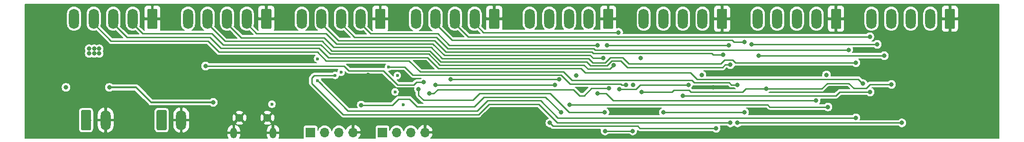
<source format=gbl>
G04 #@! TF.GenerationSoftware,KiCad,Pcbnew,(5.1.2)-2*
G04 #@! TF.CreationDate,2021-03-22T02:37:46-04:00*
G04 #@! TF.ProjectId,Repowered_Electronic_Load_Controller,5265706f-7765-4726-9564-5f456c656374,rev?*
G04 #@! TF.SameCoordinates,Original*
G04 #@! TF.FileFunction,Copper,L4,Bot*
G04 #@! TF.FilePolarity,Positive*
%FSLAX46Y46*%
G04 Gerber Fmt 4.6, Leading zero omitted, Abs format (unit mm)*
G04 Created by KiCad (PCBNEW (5.1.2)-2) date 2021-03-22 02:37:46*
%MOMM*%
%LPD*%
G04 APERTURE LIST*
%ADD10C,5.000000*%
%ADD11O,1.800000X3.600000*%
%ADD12C,0.100000*%
%ADD13C,1.800000*%
%ADD14O,1.200000X1.900000*%
%ADD15C,1.450000*%
%ADD16O,1.700000X1.700000*%
%ADD17R,1.700000X1.700000*%
%ADD18C,0.800000*%
%ADD19C,0.600000*%
%ADD20C,0.250000*%
%ADD21C,0.350000*%
%ADD22C,0.200000*%
G04 APERTURE END LIST*
D10*
X137500000Y-97000000D03*
X222000000Y-97000000D03*
X222000000Y-78000000D03*
X53000000Y-78000000D03*
X53000000Y-97000000D03*
D11*
X201750000Y-78115000D03*
X205250000Y-78115000D03*
X208750000Y-78115000D03*
X212250000Y-78115000D03*
D12*
G36*
X216424504Y-76316204D02*
G01*
X216448773Y-76319804D01*
X216472571Y-76325765D01*
X216495671Y-76334030D01*
X216517849Y-76344520D01*
X216538893Y-76357133D01*
X216558598Y-76371747D01*
X216576777Y-76388223D01*
X216593253Y-76406402D01*
X216607867Y-76426107D01*
X216620480Y-76447151D01*
X216630970Y-76469329D01*
X216639235Y-76492429D01*
X216645196Y-76516227D01*
X216648796Y-76540496D01*
X216650000Y-76565000D01*
X216650000Y-79665000D01*
X216648796Y-79689504D01*
X216645196Y-79713773D01*
X216639235Y-79737571D01*
X216630970Y-79760671D01*
X216620480Y-79782849D01*
X216607867Y-79803893D01*
X216593253Y-79823598D01*
X216576777Y-79841777D01*
X216558598Y-79858253D01*
X216538893Y-79872867D01*
X216517849Y-79885480D01*
X216495671Y-79895970D01*
X216472571Y-79904235D01*
X216448773Y-79910196D01*
X216424504Y-79913796D01*
X216400000Y-79915000D01*
X215100000Y-79915000D01*
X215075496Y-79913796D01*
X215051227Y-79910196D01*
X215027429Y-79904235D01*
X215004329Y-79895970D01*
X214982151Y-79885480D01*
X214961107Y-79872867D01*
X214941402Y-79858253D01*
X214923223Y-79841777D01*
X214906747Y-79823598D01*
X214892133Y-79803893D01*
X214879520Y-79782849D01*
X214869030Y-79760671D01*
X214860765Y-79737571D01*
X214854804Y-79713773D01*
X214851204Y-79689504D01*
X214850000Y-79665000D01*
X214850000Y-76565000D01*
X214851204Y-76540496D01*
X214854804Y-76516227D01*
X214860765Y-76492429D01*
X214869030Y-76469329D01*
X214879520Y-76447151D01*
X214892133Y-76426107D01*
X214906747Y-76406402D01*
X214923223Y-76388223D01*
X214941402Y-76371747D01*
X214961107Y-76357133D01*
X214982151Y-76344520D01*
X215004329Y-76334030D01*
X215027429Y-76325765D01*
X215051227Y-76319804D01*
X215075496Y-76316204D01*
X215100000Y-76315000D01*
X216400000Y-76315000D01*
X216424504Y-76316204D01*
X216424504Y-76316204D01*
G37*
D13*
X215750000Y-78115000D03*
D11*
X181392852Y-78115000D03*
X184892852Y-78115000D03*
X188392852Y-78115000D03*
X191892852Y-78115000D03*
D12*
G36*
X196067356Y-76316204D02*
G01*
X196091625Y-76319804D01*
X196115423Y-76325765D01*
X196138523Y-76334030D01*
X196160701Y-76344520D01*
X196181745Y-76357133D01*
X196201450Y-76371747D01*
X196219629Y-76388223D01*
X196236105Y-76406402D01*
X196250719Y-76426107D01*
X196263332Y-76447151D01*
X196273822Y-76469329D01*
X196282087Y-76492429D01*
X196288048Y-76516227D01*
X196291648Y-76540496D01*
X196292852Y-76565000D01*
X196292852Y-79665000D01*
X196291648Y-79689504D01*
X196288048Y-79713773D01*
X196282087Y-79737571D01*
X196273822Y-79760671D01*
X196263332Y-79782849D01*
X196250719Y-79803893D01*
X196236105Y-79823598D01*
X196219629Y-79841777D01*
X196201450Y-79858253D01*
X196181745Y-79872867D01*
X196160701Y-79885480D01*
X196138523Y-79895970D01*
X196115423Y-79904235D01*
X196091625Y-79910196D01*
X196067356Y-79913796D01*
X196042852Y-79915000D01*
X194742852Y-79915000D01*
X194718348Y-79913796D01*
X194694079Y-79910196D01*
X194670281Y-79904235D01*
X194647181Y-79895970D01*
X194625003Y-79885480D01*
X194603959Y-79872867D01*
X194584254Y-79858253D01*
X194566075Y-79841777D01*
X194549599Y-79823598D01*
X194534985Y-79803893D01*
X194522372Y-79782849D01*
X194511882Y-79760671D01*
X194503617Y-79737571D01*
X194497656Y-79713773D01*
X194494056Y-79689504D01*
X194492852Y-79665000D01*
X194492852Y-76565000D01*
X194494056Y-76540496D01*
X194497656Y-76516227D01*
X194503617Y-76492429D01*
X194511882Y-76469329D01*
X194522372Y-76447151D01*
X194534985Y-76426107D01*
X194549599Y-76406402D01*
X194566075Y-76388223D01*
X194584254Y-76371747D01*
X194603959Y-76357133D01*
X194625003Y-76344520D01*
X194647181Y-76334030D01*
X194670281Y-76325765D01*
X194694079Y-76319804D01*
X194718348Y-76316204D01*
X194742852Y-76315000D01*
X196042852Y-76315000D01*
X196067356Y-76316204D01*
X196067356Y-76316204D01*
G37*
D13*
X195392852Y-78115000D03*
D11*
X161035710Y-78115000D03*
X164535710Y-78115000D03*
X168035710Y-78115000D03*
X171535710Y-78115000D03*
D12*
G36*
X175710214Y-76316204D02*
G01*
X175734483Y-76319804D01*
X175758281Y-76325765D01*
X175781381Y-76334030D01*
X175803559Y-76344520D01*
X175824603Y-76357133D01*
X175844308Y-76371747D01*
X175862487Y-76388223D01*
X175878963Y-76406402D01*
X175893577Y-76426107D01*
X175906190Y-76447151D01*
X175916680Y-76469329D01*
X175924945Y-76492429D01*
X175930906Y-76516227D01*
X175934506Y-76540496D01*
X175935710Y-76565000D01*
X175935710Y-79665000D01*
X175934506Y-79689504D01*
X175930906Y-79713773D01*
X175924945Y-79737571D01*
X175916680Y-79760671D01*
X175906190Y-79782849D01*
X175893577Y-79803893D01*
X175878963Y-79823598D01*
X175862487Y-79841777D01*
X175844308Y-79858253D01*
X175824603Y-79872867D01*
X175803559Y-79885480D01*
X175781381Y-79895970D01*
X175758281Y-79904235D01*
X175734483Y-79910196D01*
X175710214Y-79913796D01*
X175685710Y-79915000D01*
X174385710Y-79915000D01*
X174361206Y-79913796D01*
X174336937Y-79910196D01*
X174313139Y-79904235D01*
X174290039Y-79895970D01*
X174267861Y-79885480D01*
X174246817Y-79872867D01*
X174227112Y-79858253D01*
X174208933Y-79841777D01*
X174192457Y-79823598D01*
X174177843Y-79803893D01*
X174165230Y-79782849D01*
X174154740Y-79760671D01*
X174146475Y-79737571D01*
X174140514Y-79713773D01*
X174136914Y-79689504D01*
X174135710Y-79665000D01*
X174135710Y-76565000D01*
X174136914Y-76540496D01*
X174140514Y-76516227D01*
X174146475Y-76492429D01*
X174154740Y-76469329D01*
X174165230Y-76447151D01*
X174177843Y-76426107D01*
X174192457Y-76406402D01*
X174208933Y-76388223D01*
X174227112Y-76371747D01*
X174246817Y-76357133D01*
X174267861Y-76344520D01*
X174290039Y-76334030D01*
X174313139Y-76325765D01*
X174336937Y-76319804D01*
X174361206Y-76316204D01*
X174385710Y-76315000D01*
X175685710Y-76315000D01*
X175710214Y-76316204D01*
X175710214Y-76316204D01*
G37*
D13*
X175035710Y-78115000D03*
D11*
X140678568Y-78115000D03*
X144178568Y-78115000D03*
X147678568Y-78115000D03*
X151178568Y-78115000D03*
D12*
G36*
X155353072Y-76316204D02*
G01*
X155377341Y-76319804D01*
X155401139Y-76325765D01*
X155424239Y-76334030D01*
X155446417Y-76344520D01*
X155467461Y-76357133D01*
X155487166Y-76371747D01*
X155505345Y-76388223D01*
X155521821Y-76406402D01*
X155536435Y-76426107D01*
X155549048Y-76447151D01*
X155559538Y-76469329D01*
X155567803Y-76492429D01*
X155573764Y-76516227D01*
X155577364Y-76540496D01*
X155578568Y-76565000D01*
X155578568Y-79665000D01*
X155577364Y-79689504D01*
X155573764Y-79713773D01*
X155567803Y-79737571D01*
X155559538Y-79760671D01*
X155549048Y-79782849D01*
X155536435Y-79803893D01*
X155521821Y-79823598D01*
X155505345Y-79841777D01*
X155487166Y-79858253D01*
X155467461Y-79872867D01*
X155446417Y-79885480D01*
X155424239Y-79895970D01*
X155401139Y-79904235D01*
X155377341Y-79910196D01*
X155353072Y-79913796D01*
X155328568Y-79915000D01*
X154028568Y-79915000D01*
X154004064Y-79913796D01*
X153979795Y-79910196D01*
X153955997Y-79904235D01*
X153932897Y-79895970D01*
X153910719Y-79885480D01*
X153889675Y-79872867D01*
X153869970Y-79858253D01*
X153851791Y-79841777D01*
X153835315Y-79823598D01*
X153820701Y-79803893D01*
X153808088Y-79782849D01*
X153797598Y-79760671D01*
X153789333Y-79737571D01*
X153783372Y-79713773D01*
X153779772Y-79689504D01*
X153778568Y-79665000D01*
X153778568Y-76565000D01*
X153779772Y-76540496D01*
X153783372Y-76516227D01*
X153789333Y-76492429D01*
X153797598Y-76469329D01*
X153808088Y-76447151D01*
X153820701Y-76426107D01*
X153835315Y-76406402D01*
X153851791Y-76388223D01*
X153869970Y-76371747D01*
X153889675Y-76357133D01*
X153910719Y-76344520D01*
X153932897Y-76334030D01*
X153955997Y-76325765D01*
X153979795Y-76319804D01*
X154004064Y-76316204D01*
X154028568Y-76315000D01*
X155328568Y-76315000D01*
X155353072Y-76316204D01*
X155353072Y-76316204D01*
G37*
D13*
X154678568Y-78115000D03*
D11*
X120321426Y-78115000D03*
X123821426Y-78115000D03*
X127321426Y-78115000D03*
X130821426Y-78115000D03*
D12*
G36*
X134995930Y-76316204D02*
G01*
X135020199Y-76319804D01*
X135043997Y-76325765D01*
X135067097Y-76334030D01*
X135089275Y-76344520D01*
X135110319Y-76357133D01*
X135130024Y-76371747D01*
X135148203Y-76388223D01*
X135164679Y-76406402D01*
X135179293Y-76426107D01*
X135191906Y-76447151D01*
X135202396Y-76469329D01*
X135210661Y-76492429D01*
X135216622Y-76516227D01*
X135220222Y-76540496D01*
X135221426Y-76565000D01*
X135221426Y-79665000D01*
X135220222Y-79689504D01*
X135216622Y-79713773D01*
X135210661Y-79737571D01*
X135202396Y-79760671D01*
X135191906Y-79782849D01*
X135179293Y-79803893D01*
X135164679Y-79823598D01*
X135148203Y-79841777D01*
X135130024Y-79858253D01*
X135110319Y-79872867D01*
X135089275Y-79885480D01*
X135067097Y-79895970D01*
X135043997Y-79904235D01*
X135020199Y-79910196D01*
X134995930Y-79913796D01*
X134971426Y-79915000D01*
X133671426Y-79915000D01*
X133646922Y-79913796D01*
X133622653Y-79910196D01*
X133598855Y-79904235D01*
X133575755Y-79895970D01*
X133553577Y-79885480D01*
X133532533Y-79872867D01*
X133512828Y-79858253D01*
X133494649Y-79841777D01*
X133478173Y-79823598D01*
X133463559Y-79803893D01*
X133450946Y-79782849D01*
X133440456Y-79760671D01*
X133432191Y-79737571D01*
X133426230Y-79713773D01*
X133422630Y-79689504D01*
X133421426Y-79665000D01*
X133421426Y-76565000D01*
X133422630Y-76540496D01*
X133426230Y-76516227D01*
X133432191Y-76492429D01*
X133440456Y-76469329D01*
X133450946Y-76447151D01*
X133463559Y-76426107D01*
X133478173Y-76406402D01*
X133494649Y-76388223D01*
X133512828Y-76371747D01*
X133532533Y-76357133D01*
X133553577Y-76344520D01*
X133575755Y-76334030D01*
X133598855Y-76325765D01*
X133622653Y-76319804D01*
X133646922Y-76316204D01*
X133671426Y-76315000D01*
X134971426Y-76315000D01*
X134995930Y-76316204D01*
X134995930Y-76316204D01*
G37*
D13*
X134321426Y-78115000D03*
D11*
X99964284Y-78115000D03*
X103464284Y-78115000D03*
X106964284Y-78115000D03*
X110464284Y-78115000D03*
D12*
G36*
X114638788Y-76316204D02*
G01*
X114663057Y-76319804D01*
X114686855Y-76325765D01*
X114709955Y-76334030D01*
X114732133Y-76344520D01*
X114753177Y-76357133D01*
X114772882Y-76371747D01*
X114791061Y-76388223D01*
X114807537Y-76406402D01*
X114822151Y-76426107D01*
X114834764Y-76447151D01*
X114845254Y-76469329D01*
X114853519Y-76492429D01*
X114859480Y-76516227D01*
X114863080Y-76540496D01*
X114864284Y-76565000D01*
X114864284Y-79665000D01*
X114863080Y-79689504D01*
X114859480Y-79713773D01*
X114853519Y-79737571D01*
X114845254Y-79760671D01*
X114834764Y-79782849D01*
X114822151Y-79803893D01*
X114807537Y-79823598D01*
X114791061Y-79841777D01*
X114772882Y-79858253D01*
X114753177Y-79872867D01*
X114732133Y-79885480D01*
X114709955Y-79895970D01*
X114686855Y-79904235D01*
X114663057Y-79910196D01*
X114638788Y-79913796D01*
X114614284Y-79915000D01*
X113314284Y-79915000D01*
X113289780Y-79913796D01*
X113265511Y-79910196D01*
X113241713Y-79904235D01*
X113218613Y-79895970D01*
X113196435Y-79885480D01*
X113175391Y-79872867D01*
X113155686Y-79858253D01*
X113137507Y-79841777D01*
X113121031Y-79823598D01*
X113106417Y-79803893D01*
X113093804Y-79782849D01*
X113083314Y-79760671D01*
X113075049Y-79737571D01*
X113069088Y-79713773D01*
X113065488Y-79689504D01*
X113064284Y-79665000D01*
X113064284Y-76565000D01*
X113065488Y-76540496D01*
X113069088Y-76516227D01*
X113075049Y-76492429D01*
X113083314Y-76469329D01*
X113093804Y-76447151D01*
X113106417Y-76426107D01*
X113121031Y-76406402D01*
X113137507Y-76388223D01*
X113155686Y-76371747D01*
X113175391Y-76357133D01*
X113196435Y-76344520D01*
X113218613Y-76334030D01*
X113241713Y-76325765D01*
X113265511Y-76319804D01*
X113289780Y-76316204D01*
X113314284Y-76315000D01*
X114614284Y-76315000D01*
X114638788Y-76316204D01*
X114638788Y-76316204D01*
G37*
D13*
X113964284Y-78115000D03*
D11*
X79607142Y-78115000D03*
X83107142Y-78115000D03*
X86607142Y-78115000D03*
X90107142Y-78115000D03*
D12*
G36*
X94281646Y-76316204D02*
G01*
X94305915Y-76319804D01*
X94329713Y-76325765D01*
X94352813Y-76334030D01*
X94374991Y-76344520D01*
X94396035Y-76357133D01*
X94415740Y-76371747D01*
X94433919Y-76388223D01*
X94450395Y-76406402D01*
X94465009Y-76426107D01*
X94477622Y-76447151D01*
X94488112Y-76469329D01*
X94496377Y-76492429D01*
X94502338Y-76516227D01*
X94505938Y-76540496D01*
X94507142Y-76565000D01*
X94507142Y-79665000D01*
X94505938Y-79689504D01*
X94502338Y-79713773D01*
X94496377Y-79737571D01*
X94488112Y-79760671D01*
X94477622Y-79782849D01*
X94465009Y-79803893D01*
X94450395Y-79823598D01*
X94433919Y-79841777D01*
X94415740Y-79858253D01*
X94396035Y-79872867D01*
X94374991Y-79885480D01*
X94352813Y-79895970D01*
X94329713Y-79904235D01*
X94305915Y-79910196D01*
X94281646Y-79913796D01*
X94257142Y-79915000D01*
X92957142Y-79915000D01*
X92932638Y-79913796D01*
X92908369Y-79910196D01*
X92884571Y-79904235D01*
X92861471Y-79895970D01*
X92839293Y-79885480D01*
X92818249Y-79872867D01*
X92798544Y-79858253D01*
X92780365Y-79841777D01*
X92763889Y-79823598D01*
X92749275Y-79803893D01*
X92736662Y-79782849D01*
X92726172Y-79760671D01*
X92717907Y-79737571D01*
X92711946Y-79713773D01*
X92708346Y-79689504D01*
X92707142Y-79665000D01*
X92707142Y-76565000D01*
X92708346Y-76540496D01*
X92711946Y-76516227D01*
X92717907Y-76492429D01*
X92726172Y-76469329D01*
X92736662Y-76447151D01*
X92749275Y-76426107D01*
X92763889Y-76406402D01*
X92780365Y-76388223D01*
X92798544Y-76371747D01*
X92818249Y-76357133D01*
X92839293Y-76344520D01*
X92861471Y-76334030D01*
X92884571Y-76325765D01*
X92908369Y-76319804D01*
X92932638Y-76316204D01*
X92957142Y-76315000D01*
X94257142Y-76315000D01*
X94281646Y-76316204D01*
X94281646Y-76316204D01*
G37*
D13*
X93607142Y-78115000D03*
D11*
X59250000Y-78115000D03*
X62750000Y-78115000D03*
X66250000Y-78115000D03*
X69750000Y-78115000D03*
D12*
G36*
X73924504Y-76316204D02*
G01*
X73948773Y-76319804D01*
X73972571Y-76325765D01*
X73995671Y-76334030D01*
X74017849Y-76344520D01*
X74038893Y-76357133D01*
X74058598Y-76371747D01*
X74076777Y-76388223D01*
X74093253Y-76406402D01*
X74107867Y-76426107D01*
X74120480Y-76447151D01*
X74130970Y-76469329D01*
X74139235Y-76492429D01*
X74145196Y-76516227D01*
X74148796Y-76540496D01*
X74150000Y-76565000D01*
X74150000Y-79665000D01*
X74148796Y-79689504D01*
X74145196Y-79713773D01*
X74139235Y-79737571D01*
X74130970Y-79760671D01*
X74120480Y-79782849D01*
X74107867Y-79803893D01*
X74093253Y-79823598D01*
X74076777Y-79841777D01*
X74058598Y-79858253D01*
X74038893Y-79872867D01*
X74017849Y-79885480D01*
X73995671Y-79895970D01*
X73972571Y-79904235D01*
X73948773Y-79910196D01*
X73924504Y-79913796D01*
X73900000Y-79915000D01*
X72600000Y-79915000D01*
X72575496Y-79913796D01*
X72551227Y-79910196D01*
X72527429Y-79904235D01*
X72504329Y-79895970D01*
X72482151Y-79885480D01*
X72461107Y-79872867D01*
X72441402Y-79858253D01*
X72423223Y-79841777D01*
X72406747Y-79823598D01*
X72392133Y-79803893D01*
X72379520Y-79782849D01*
X72369030Y-79760671D01*
X72360765Y-79737571D01*
X72354804Y-79713773D01*
X72351204Y-79689504D01*
X72350000Y-79665000D01*
X72350000Y-76565000D01*
X72351204Y-76540496D01*
X72354804Y-76516227D01*
X72360765Y-76492429D01*
X72369030Y-76469329D01*
X72379520Y-76447151D01*
X72392133Y-76426107D01*
X72406747Y-76406402D01*
X72423223Y-76388223D01*
X72441402Y-76371747D01*
X72461107Y-76357133D01*
X72482151Y-76344520D01*
X72504329Y-76334030D01*
X72527429Y-76325765D01*
X72551227Y-76319804D01*
X72575496Y-76316204D01*
X72600000Y-76315000D01*
X73900000Y-76315000D01*
X73924504Y-76316204D01*
X73924504Y-76316204D01*
G37*
D13*
X73250000Y-78115000D03*
D11*
X78400000Y-96300000D03*
D12*
G36*
X75574504Y-94501204D02*
G01*
X75598773Y-94504804D01*
X75622571Y-94510765D01*
X75645671Y-94519030D01*
X75667849Y-94529520D01*
X75688893Y-94542133D01*
X75708598Y-94556747D01*
X75726777Y-94573223D01*
X75743253Y-94591402D01*
X75757867Y-94611107D01*
X75770480Y-94632151D01*
X75780970Y-94654329D01*
X75789235Y-94677429D01*
X75795196Y-94701227D01*
X75798796Y-94725496D01*
X75800000Y-94750000D01*
X75800000Y-97850000D01*
X75798796Y-97874504D01*
X75795196Y-97898773D01*
X75789235Y-97922571D01*
X75780970Y-97945671D01*
X75770480Y-97967849D01*
X75757867Y-97988893D01*
X75743253Y-98008598D01*
X75726777Y-98026777D01*
X75708598Y-98043253D01*
X75688893Y-98057867D01*
X75667849Y-98070480D01*
X75645671Y-98080970D01*
X75622571Y-98089235D01*
X75598773Y-98095196D01*
X75574504Y-98098796D01*
X75550000Y-98100000D01*
X74250000Y-98100000D01*
X74225496Y-98098796D01*
X74201227Y-98095196D01*
X74177429Y-98089235D01*
X74154329Y-98080970D01*
X74132151Y-98070480D01*
X74111107Y-98057867D01*
X74091402Y-98043253D01*
X74073223Y-98026777D01*
X74056747Y-98008598D01*
X74042133Y-97988893D01*
X74029520Y-97967849D01*
X74019030Y-97945671D01*
X74010765Y-97922571D01*
X74004804Y-97898773D01*
X74001204Y-97874504D01*
X74000000Y-97850000D01*
X74000000Y-94750000D01*
X74001204Y-94725496D01*
X74004804Y-94701227D01*
X74010765Y-94677429D01*
X74019030Y-94654329D01*
X74029520Y-94632151D01*
X74042133Y-94611107D01*
X74056747Y-94591402D01*
X74073223Y-94573223D01*
X74091402Y-94556747D01*
X74111107Y-94542133D01*
X74132151Y-94529520D01*
X74154329Y-94519030D01*
X74177429Y-94510765D01*
X74201227Y-94504804D01*
X74225496Y-94501204D01*
X74250000Y-94500000D01*
X75550000Y-94500000D01*
X75574504Y-94501204D01*
X75574504Y-94501204D01*
G37*
D13*
X74900000Y-96300000D03*
D14*
X94800000Y-98587500D03*
X87800000Y-98587500D03*
D15*
X93800000Y-95887500D03*
X88800000Y-95887500D03*
D16*
X121970000Y-98500000D03*
X119430000Y-98500000D03*
X116890000Y-98500000D03*
D17*
X114350000Y-98500000D03*
D16*
X109120000Y-98500000D03*
X106580000Y-98500000D03*
X104040000Y-98500000D03*
D17*
X101500000Y-98500000D03*
D11*
X64900000Y-96300000D03*
D12*
G36*
X62074504Y-94501204D02*
G01*
X62098773Y-94504804D01*
X62122571Y-94510765D01*
X62145671Y-94519030D01*
X62167849Y-94529520D01*
X62188893Y-94542133D01*
X62208598Y-94556747D01*
X62226777Y-94573223D01*
X62243253Y-94591402D01*
X62257867Y-94611107D01*
X62270480Y-94632151D01*
X62280970Y-94654329D01*
X62289235Y-94677429D01*
X62295196Y-94701227D01*
X62298796Y-94725496D01*
X62300000Y-94750000D01*
X62300000Y-97850000D01*
X62298796Y-97874504D01*
X62295196Y-97898773D01*
X62289235Y-97922571D01*
X62280970Y-97945671D01*
X62270480Y-97967849D01*
X62257867Y-97988893D01*
X62243253Y-98008598D01*
X62226777Y-98026777D01*
X62208598Y-98043253D01*
X62188893Y-98057867D01*
X62167849Y-98070480D01*
X62145671Y-98080970D01*
X62122571Y-98089235D01*
X62098773Y-98095196D01*
X62074504Y-98098796D01*
X62050000Y-98100000D01*
X60750000Y-98100000D01*
X60725496Y-98098796D01*
X60701227Y-98095196D01*
X60677429Y-98089235D01*
X60654329Y-98080970D01*
X60632151Y-98070480D01*
X60611107Y-98057867D01*
X60591402Y-98043253D01*
X60573223Y-98026777D01*
X60556747Y-98008598D01*
X60542133Y-97988893D01*
X60529520Y-97967849D01*
X60519030Y-97945671D01*
X60510765Y-97922571D01*
X60504804Y-97898773D01*
X60501204Y-97874504D01*
X60500000Y-97850000D01*
X60500000Y-94750000D01*
X60501204Y-94725496D01*
X60504804Y-94701227D01*
X60510765Y-94677429D01*
X60519030Y-94654329D01*
X60529520Y-94632151D01*
X60542133Y-94611107D01*
X60556747Y-94591402D01*
X60573223Y-94573223D01*
X60591402Y-94556747D01*
X60611107Y-94542133D01*
X60632151Y-94529520D01*
X60654329Y-94519030D01*
X60677429Y-94510765D01*
X60701227Y-94504804D01*
X60725496Y-94501204D01*
X60750000Y-94500000D01*
X62050000Y-94500000D01*
X62074504Y-94501204D01*
X62074504Y-94501204D01*
G37*
D13*
X61400000Y-96300000D03*
D18*
X68025000Y-84125000D03*
X173425000Y-90375000D03*
X158550000Y-94600000D03*
X159850000Y-94600000D03*
X150000000Y-90800000D03*
X182250000Y-94550000D03*
X181000000Y-94550000D03*
X194800000Y-90700000D03*
X202750000Y-94650000D03*
X205300000Y-94700000D03*
D19*
X119450000Y-89200000D03*
X120650000Y-85800000D03*
X78600000Y-87250000D03*
X81450000Y-87550000D03*
X108750000Y-86500000D03*
X114800000Y-92400000D03*
X111800000Y-89450000D03*
X111800000Y-88050000D03*
X113200000Y-89450000D03*
X110400000Y-89450000D03*
X111800000Y-90850000D03*
D18*
X59175000Y-87675000D03*
X59175000Y-88575000D03*
X64600000Y-86950000D03*
X59150000Y-85025000D03*
X59150000Y-85925000D03*
X148950000Y-88300000D03*
X171400000Y-88200000D03*
X193700000Y-88200000D03*
D19*
X118050000Y-93550000D03*
X102750000Y-85300000D03*
X94600000Y-93450000D03*
X106950000Y-87700000D03*
X116600000Y-91250000D03*
D18*
X61950000Y-84350000D03*
X62850000Y-84350000D03*
X63750000Y-84350000D03*
X63750000Y-83500000D03*
X62850000Y-83500000D03*
X61950000Y-83500000D03*
D19*
X117012500Y-88300000D03*
D18*
X57800000Y-90425000D03*
X121750000Y-89500000D03*
X82750000Y-86600000D03*
X154095000Y-94895000D03*
X120800000Y-90750000D03*
X180330000Y-82720000D03*
X202750000Y-82700000D03*
X159075000Y-98250000D03*
X154125000Y-98250000D03*
X126500000Y-89000000D03*
X181600000Y-84750000D03*
X204000000Y-84750000D03*
X145900000Y-89000000D03*
X154475000Y-82900000D03*
X176250000Y-82900000D03*
X110550000Y-93600000D03*
X182900000Y-90700000D03*
X205300000Y-89900000D03*
X146275000Y-94925000D03*
X160675000Y-91250000D03*
D19*
X105912500Y-88287500D03*
D18*
X176520000Y-96800000D03*
D19*
X102750000Y-89200000D03*
D18*
X198945000Y-95895000D03*
X123800000Y-89950000D03*
X160450000Y-85200000D03*
X145125000Y-89950000D03*
X122700000Y-91550000D03*
X159150000Y-90000000D03*
X154825000Y-90600000D03*
D19*
X115450000Y-86750000D03*
D18*
X157900000Y-89950000D03*
X155650000Y-86450000D03*
X200200000Y-89750000D03*
X177800000Y-89950000D03*
X153800000Y-85200000D03*
X198950000Y-86000000D03*
X176500000Y-86350000D03*
X152800000Y-82850000D03*
X197650000Y-83700000D03*
X175200000Y-84550000D03*
X156550000Y-80550000D03*
X201450000Y-81350000D03*
X179050000Y-82300000D03*
X193950000Y-93950000D03*
X147750000Y-93550000D03*
X173980000Y-97780000D03*
X144250000Y-96800000D03*
X169000000Y-89975000D03*
X156650000Y-90750000D03*
X201485000Y-91265000D03*
X168000000Y-91925000D03*
X179050000Y-94900000D03*
X164550000Y-94900000D03*
X152825000Y-91475000D03*
X191850000Y-92800000D03*
X207150000Y-96800000D03*
X177800000Y-96800000D03*
X84125000Y-93125000D03*
X65550000Y-90425000D03*
D20*
X121750000Y-89500000D02*
X120400000Y-89500000D01*
X120400000Y-89500000D02*
X119950000Y-89950000D01*
X119950000Y-89950000D02*
X117050000Y-89950000D01*
X114524999Y-87424999D02*
X108724999Y-87424999D01*
X117050000Y-89950000D02*
X114524999Y-87424999D01*
X108724999Y-87424999D02*
X108699998Y-87450000D01*
X108699998Y-87450000D02*
X108350000Y-87450000D01*
X108350000Y-87450000D02*
X107500000Y-86600000D01*
X107500000Y-86600000D02*
X82750000Y-86600000D01*
X147670000Y-94895000D02*
X144275000Y-91500000D01*
X154095000Y-94895000D02*
X147670000Y-94895000D01*
X144275000Y-91500000D02*
X131700000Y-91500000D01*
X131700000Y-91500000D02*
X130500000Y-92700000D01*
X120800000Y-91825000D02*
X120800000Y-90750000D01*
X130500000Y-92700000D02*
X121675000Y-92700000D01*
X121675000Y-92700000D02*
X120800000Y-91825000D01*
X180350000Y-82700000D02*
X202750000Y-82700000D01*
X180330000Y-82720000D02*
X180350000Y-82700000D01*
X159075000Y-98250000D02*
X154125000Y-98250000D01*
X154125000Y-98250000D02*
X154125000Y-98250000D01*
X126500000Y-89000000D02*
X145900000Y-89000000D01*
X181600000Y-84750000D02*
X204000000Y-84750000D01*
X154475000Y-82900000D02*
X176250000Y-82900000D01*
X182900000Y-90700000D02*
X192850000Y-90700000D01*
X192850000Y-90700000D02*
X193850000Y-89700000D01*
X193850000Y-89700000D02*
X197650000Y-89700000D01*
X197650000Y-89700000D02*
X198550000Y-90600000D01*
X198550000Y-90600000D02*
X200750000Y-90600000D01*
X200750000Y-90600000D02*
X201450000Y-89900000D01*
X201450000Y-89900000D02*
X205300000Y-89900000D01*
X143500000Y-92150000D02*
X146275000Y-94925000D01*
X132500000Y-92150000D02*
X143500000Y-92150000D01*
X110550000Y-93600000D02*
X116100000Y-93600000D01*
X117200000Y-92500000D02*
X119150000Y-92500000D01*
X119150000Y-92500000D02*
X120500000Y-93850000D01*
X116100000Y-93600000D02*
X117200000Y-92500000D01*
X120500000Y-93850000D02*
X130800000Y-93850000D01*
X130800000Y-93850000D02*
X132500000Y-92150000D01*
X179300000Y-90700000D02*
X182900000Y-90700000D01*
X166100000Y-91250000D02*
X166400000Y-90950000D01*
X160675000Y-91250000D02*
X166100000Y-91250000D01*
X166400000Y-90950000D02*
X169150000Y-90950000D01*
X169150000Y-90950000D02*
X169475000Y-91275000D01*
X169475000Y-91275000D02*
X178725000Y-91275000D01*
X178725000Y-91275000D02*
X179300000Y-90700000D01*
X101750000Y-88700000D02*
X102162500Y-88287500D01*
X101750000Y-89750000D02*
X101750000Y-88700000D01*
X102162500Y-88287500D02*
X105912500Y-88287500D01*
X145600000Y-96800000D02*
X142250000Y-93450000D01*
X142250000Y-93450000D02*
X133400000Y-93450000D01*
X176520000Y-96800000D02*
X145600000Y-96800000D01*
X133400000Y-93450000D02*
X131550000Y-95300000D01*
X131550000Y-95300000D02*
X107300000Y-95300000D01*
X107300000Y-95300000D02*
X101750000Y-89750000D01*
X103049999Y-89499999D02*
X102750000Y-89200000D01*
X145695000Y-95895000D02*
X142600000Y-92800000D01*
X198945000Y-95895000D02*
X145695000Y-95895000D01*
X142600000Y-92800000D02*
X133100000Y-92800000D01*
X133100000Y-92800000D02*
X131250000Y-94650000D01*
X131250000Y-94650000D02*
X108200000Y-94650000D01*
X108200000Y-94650000D02*
X103049999Y-89499999D01*
X123800000Y-89950000D02*
X145125000Y-89950000D01*
X123500000Y-91550000D02*
X124250000Y-90800000D01*
X122700000Y-91550000D02*
X123500000Y-91550000D01*
X124250000Y-90800000D02*
X148450000Y-90800000D01*
X148450000Y-90800000D02*
X149550000Y-91900000D01*
X149550000Y-91900000D02*
X150400000Y-91900000D01*
X151700000Y-90600000D02*
X154825000Y-90600000D01*
X150400000Y-91900000D02*
X151700000Y-90600000D01*
X115450000Y-86750000D02*
X118350000Y-86750000D01*
X119800000Y-88200000D02*
X146250000Y-88200000D01*
X118350000Y-86750000D02*
X119800000Y-88200000D01*
X146250000Y-88200000D02*
X147850000Y-89800000D01*
X147850000Y-89800000D02*
X156950000Y-89800000D01*
X157100000Y-89950000D02*
X157900000Y-89950000D01*
X156950000Y-89800000D02*
X157100000Y-89950000D01*
X150350000Y-86400000D02*
X151100000Y-87150000D01*
X122600000Y-84400000D02*
X124600000Y-86400000D01*
X124600000Y-86400000D02*
X150350000Y-86400000D01*
X105000000Y-84400000D02*
X122600000Y-84400000D01*
X69750000Y-79015000D02*
X71485000Y-80750000D01*
X69750000Y-78115000D02*
X69750000Y-79015000D01*
X71485000Y-80750000D02*
X83900000Y-80750000D01*
X151100000Y-87150000D02*
X154950000Y-87150000D01*
X83900000Y-80750000D02*
X85900000Y-82750000D01*
X85900000Y-82750000D02*
X103350000Y-82750000D01*
X154950000Y-87150000D02*
X155650000Y-86450000D01*
X103350000Y-82750000D02*
X105000000Y-84400000D01*
X200200000Y-89800000D02*
X200300000Y-89800000D01*
X199350000Y-88950000D02*
X200200000Y-89800000D01*
X170550000Y-88950000D02*
X199350000Y-88950000D01*
X150600000Y-87750000D02*
X169350000Y-87750000D01*
X149850000Y-87000000D02*
X150600000Y-87750000D01*
X124300000Y-87000000D02*
X149850000Y-87000000D01*
X104700000Y-85050000D02*
X122350000Y-85050000D01*
X66250000Y-79015000D02*
X68685000Y-81450000D01*
X169350000Y-87750000D02*
X170550000Y-88950000D01*
X66250000Y-78115000D02*
X66250000Y-79015000D01*
X68685000Y-81450000D02*
X83550000Y-81450000D01*
X122350000Y-85050000D02*
X124300000Y-87000000D01*
X83550000Y-81450000D02*
X85450000Y-83350000D01*
X85450000Y-83350000D02*
X103000000Y-83350000D01*
X103000000Y-83350000D02*
X104700000Y-85050000D01*
X169600000Y-89150000D02*
X170050000Y-89600000D01*
X148200000Y-89150000D02*
X169600000Y-89150000D01*
X121100000Y-87650000D02*
X146700000Y-87650000D01*
X119100000Y-85650000D02*
X121100000Y-87650000D01*
X146700000Y-87650000D02*
X148200000Y-89150000D01*
X104300000Y-85650000D02*
X119100000Y-85650000D01*
X170050000Y-89600000D02*
X176300000Y-89600000D01*
X62750000Y-79015000D02*
X65835000Y-82100000D01*
X176650000Y-89950000D02*
X177800000Y-89950000D01*
X62750000Y-78115000D02*
X62750000Y-79015000D01*
X176300000Y-89600000D02*
X176650000Y-89950000D01*
X65835000Y-82100000D02*
X83150000Y-82100000D01*
X85150000Y-84100000D02*
X102750000Y-84100000D01*
X83150000Y-82100000D02*
X85150000Y-84100000D01*
X102750000Y-84100000D02*
X104300000Y-85650000D01*
X90107142Y-79015000D02*
X91842142Y-80750000D01*
X90107142Y-78115000D02*
X90107142Y-79015000D01*
X91842142Y-80750000D02*
X104250000Y-80750000D01*
X104250000Y-80750000D02*
X106100000Y-82600000D01*
X106100000Y-82600000D02*
X123350000Y-82600000D01*
X123350000Y-82600000D02*
X125400000Y-84650000D01*
X125400000Y-84650000D02*
X151450000Y-84650000D01*
X151450000Y-84650000D02*
X152000000Y-85200000D01*
X152000000Y-85200000D02*
X153800000Y-85200000D01*
X177400000Y-86000000D02*
X198950000Y-86000000D01*
X105650000Y-83250000D02*
X123050000Y-83250000D01*
X103900000Y-81500000D02*
X105650000Y-83250000D01*
X123050000Y-83250000D02*
X125050000Y-85250000D01*
X89100000Y-81500000D02*
X103900000Y-81500000D01*
X174800000Y-86200000D02*
X175500000Y-85500000D01*
X86607142Y-78115000D02*
X86607142Y-79007142D01*
X151200000Y-85250000D02*
X151950000Y-86000000D01*
X86607142Y-79007142D02*
X89100000Y-81500000D01*
X157250000Y-85100000D02*
X158350000Y-86200000D01*
X125050000Y-85250000D02*
X151200000Y-85250000D01*
X151950000Y-86000000D02*
X154150000Y-86000000D01*
X154150000Y-86000000D02*
X155050000Y-85100000D01*
X155050000Y-85100000D02*
X157250000Y-85100000D01*
X176900000Y-85500000D02*
X177400000Y-86000000D01*
X158350000Y-86200000D02*
X174800000Y-86200000D01*
X175500000Y-85500000D02*
X176900000Y-85500000D01*
X175100000Y-86850000D02*
X175600000Y-86350000D01*
X158100000Y-86850000D02*
X175100000Y-86850000D01*
X156950000Y-85700000D02*
X158100000Y-86850000D01*
X155300000Y-85700000D02*
X156950000Y-85700000D01*
X154450000Y-86550000D02*
X155300000Y-85700000D01*
X151550000Y-86550000D02*
X154450000Y-86550000D01*
X124800000Y-85850000D02*
X150850000Y-85850000D01*
X175600000Y-86350000D02*
X176500000Y-86350000D01*
X150850000Y-85850000D02*
X151550000Y-86550000D01*
X83107142Y-79015000D02*
X86242142Y-82150000D01*
X83107142Y-78115000D02*
X83107142Y-79015000D01*
X86242142Y-82150000D02*
X103600000Y-82150000D01*
X103600000Y-82150000D02*
X105300000Y-83850000D01*
X105300000Y-83850000D02*
X122800000Y-83850000D01*
X122800000Y-83850000D02*
X124800000Y-85850000D01*
X126400000Y-82850000D02*
X152800000Y-82850000D01*
X126300000Y-82850000D02*
X126450000Y-82850000D01*
X124250000Y-80800000D02*
X126300000Y-82850000D01*
X112249284Y-80800000D02*
X124250000Y-80800000D01*
X110464284Y-78115000D02*
X110464284Y-79015000D01*
X110464284Y-79015000D02*
X112249284Y-80800000D01*
X106964284Y-79014284D02*
X109350000Y-81400000D01*
X106964284Y-78115000D02*
X106964284Y-79014284D01*
X109350000Y-81400000D02*
X124000000Y-81400000D01*
X124000000Y-81400000D02*
X126050000Y-83450000D01*
X152350000Y-83700000D02*
X197650000Y-83700000D01*
X126050000Y-83450000D02*
X152100000Y-83450000D01*
X152100000Y-83450000D02*
X152350000Y-83700000D01*
X103464284Y-79015000D02*
X106449284Y-82000000D01*
X103464284Y-78115000D02*
X103464284Y-79015000D01*
X106449284Y-82000000D02*
X123650000Y-82000000D01*
X123650000Y-82000000D02*
X125700000Y-84050000D01*
X125700000Y-84050000D02*
X151750000Y-84050000D01*
X151750000Y-84050000D02*
X152050000Y-84350000D01*
X152050000Y-84350000D02*
X173200000Y-84350000D01*
X173200000Y-84350000D02*
X173400000Y-84550000D01*
X173400000Y-84550000D02*
X175200000Y-84550000D01*
X130821426Y-79015000D02*
X132356426Y-80550000D01*
X130821426Y-78115000D02*
X130821426Y-79015000D01*
X132356426Y-80550000D02*
X156550000Y-80550000D01*
X132150000Y-81350000D02*
X201450000Y-81350000D01*
X129656426Y-81350000D02*
X132150000Y-81350000D01*
X127321426Y-78115000D02*
X127321426Y-79015000D01*
X127321426Y-79015000D02*
X129656426Y-81350000D01*
X123821426Y-79015000D02*
X126756426Y-81950000D01*
X123821426Y-78115000D02*
X123821426Y-79015000D01*
X126756426Y-81950000D02*
X176850000Y-81950000D01*
X176850000Y-81950000D02*
X177200000Y-82300000D01*
X177200000Y-82300000D02*
X179050000Y-82300000D01*
X193950000Y-93950000D02*
X183550000Y-93950000D01*
X183550000Y-93950000D02*
X183150000Y-93550000D01*
X183150000Y-93550000D02*
X147750000Y-93550000D01*
X144825000Y-97375000D02*
X144250000Y-96800000D01*
X159950000Y-97375000D02*
X144825000Y-97375000D01*
X173980000Y-97780000D02*
X160355000Y-97780000D01*
X160355000Y-97780000D02*
X159950000Y-97375000D01*
X159625000Y-90750000D02*
X156650000Y-90750000D01*
X169000000Y-89975000D02*
X160400000Y-89975000D01*
X160400000Y-89975000D02*
X159625000Y-90750000D01*
X195350000Y-91950000D02*
X168000000Y-91950000D01*
X201485000Y-91265000D02*
X196035000Y-91265000D01*
X196035000Y-91265000D02*
X195350000Y-91950000D01*
X179050000Y-94900000D02*
X164550000Y-94900000D01*
X174900000Y-92800000D02*
X191850000Y-92800000D01*
X155600000Y-92800000D02*
X174900000Y-92800000D01*
X152825000Y-91475000D02*
X154275000Y-91475000D01*
X154275000Y-91475000D02*
X155600000Y-92800000D01*
X207150000Y-96800000D02*
X177800000Y-96800000D01*
D21*
X70325000Y-90425000D02*
X65550000Y-90425000D01*
X84125000Y-93125000D02*
X73025000Y-93125000D01*
X73025000Y-93125000D02*
X70325000Y-90425000D01*
D22*
G36*
X224525001Y-99525000D02*
G01*
X122997937Y-99525000D01*
X123125736Y-99388852D01*
X123276935Y-99146300D01*
X123377909Y-98878911D01*
X123267850Y-98654000D01*
X122124000Y-98654000D01*
X122124000Y-98674000D01*
X121816000Y-98674000D01*
X121816000Y-98654000D01*
X121796000Y-98654000D01*
X121796000Y-98346000D01*
X121816000Y-98346000D01*
X121816000Y-97203111D01*
X122124000Y-97203111D01*
X122124000Y-98346000D01*
X123267850Y-98346000D01*
X123377909Y-98121089D01*
X123276935Y-97853700D01*
X123125736Y-97611148D01*
X122930122Y-97402754D01*
X122697611Y-97236527D01*
X122437139Y-97118854D01*
X122348910Y-97092097D01*
X122124000Y-97203111D01*
X121816000Y-97203111D01*
X121591090Y-97092097D01*
X121502861Y-97118854D01*
X121242389Y-97236527D01*
X121009878Y-97402754D01*
X120814264Y-97611148D01*
X120663065Y-97853700D01*
X120619816Y-97968227D01*
X120516140Y-97774264D01*
X120353687Y-97576313D01*
X120155736Y-97413860D01*
X119929896Y-97293145D01*
X119684845Y-97218810D01*
X119493864Y-97200000D01*
X119366136Y-97200000D01*
X119175155Y-97218810D01*
X118930104Y-97293145D01*
X118704264Y-97413860D01*
X118506313Y-97576313D01*
X118343860Y-97774264D01*
X118223145Y-98000104D01*
X118160000Y-98208266D01*
X118096855Y-98000104D01*
X117976140Y-97774264D01*
X117813687Y-97576313D01*
X117615736Y-97413860D01*
X117389896Y-97293145D01*
X117144845Y-97218810D01*
X116953864Y-97200000D01*
X116826136Y-97200000D01*
X116635155Y-97218810D01*
X116390104Y-97293145D01*
X116164264Y-97413860D01*
X115966313Y-97576313D01*
X115803860Y-97774264D01*
X115683145Y-98000104D01*
X115652177Y-98102192D01*
X115652177Y-97650000D01*
X115643489Y-97561785D01*
X115617757Y-97476959D01*
X115575971Y-97398784D01*
X115519737Y-97330263D01*
X115451216Y-97274029D01*
X115373041Y-97232243D01*
X115288215Y-97206511D01*
X115200000Y-97197823D01*
X113500000Y-97197823D01*
X113411785Y-97206511D01*
X113326959Y-97232243D01*
X113248784Y-97274029D01*
X113180263Y-97330263D01*
X113124029Y-97398784D01*
X113082243Y-97476959D01*
X113056511Y-97561785D01*
X113047823Y-97650000D01*
X113047823Y-99350000D01*
X113056511Y-99438215D01*
X113082243Y-99523041D01*
X113083290Y-99525000D01*
X110147937Y-99525000D01*
X110275736Y-99388852D01*
X110426935Y-99146300D01*
X110527909Y-98878911D01*
X110417850Y-98654000D01*
X109274000Y-98654000D01*
X109274000Y-98674000D01*
X108966000Y-98674000D01*
X108966000Y-98654000D01*
X108946000Y-98654000D01*
X108946000Y-98346000D01*
X108966000Y-98346000D01*
X108966000Y-97203111D01*
X109274000Y-97203111D01*
X109274000Y-98346000D01*
X110417850Y-98346000D01*
X110527909Y-98121089D01*
X110426935Y-97853700D01*
X110275736Y-97611148D01*
X110080122Y-97402754D01*
X109847611Y-97236527D01*
X109587139Y-97118854D01*
X109498910Y-97092097D01*
X109274000Y-97203111D01*
X108966000Y-97203111D01*
X108741090Y-97092097D01*
X108652861Y-97118854D01*
X108392389Y-97236527D01*
X108159878Y-97402754D01*
X107964264Y-97611148D01*
X107813065Y-97853700D01*
X107769816Y-97968227D01*
X107666140Y-97774264D01*
X107503687Y-97576313D01*
X107305736Y-97413860D01*
X107079896Y-97293145D01*
X106834845Y-97218810D01*
X106643864Y-97200000D01*
X106516136Y-97200000D01*
X106325155Y-97218810D01*
X106080104Y-97293145D01*
X105854264Y-97413860D01*
X105656313Y-97576313D01*
X105493860Y-97774264D01*
X105373145Y-98000104D01*
X105310000Y-98208266D01*
X105246855Y-98000104D01*
X105126140Y-97774264D01*
X104963687Y-97576313D01*
X104765736Y-97413860D01*
X104539896Y-97293145D01*
X104294845Y-97218810D01*
X104103864Y-97200000D01*
X103976136Y-97200000D01*
X103785155Y-97218810D01*
X103540104Y-97293145D01*
X103314264Y-97413860D01*
X103116313Y-97576313D01*
X102953860Y-97774264D01*
X102833145Y-98000104D01*
X102802177Y-98102192D01*
X102802177Y-97650000D01*
X102793489Y-97561785D01*
X102767757Y-97476959D01*
X102725971Y-97398784D01*
X102669737Y-97330263D01*
X102601216Y-97274029D01*
X102523041Y-97232243D01*
X102438215Y-97206511D01*
X102350000Y-97197823D01*
X100650000Y-97197823D01*
X100561785Y-97206511D01*
X100476959Y-97232243D01*
X100398784Y-97274029D01*
X100330263Y-97330263D01*
X100274029Y-97398784D01*
X100232243Y-97476959D01*
X100206511Y-97561785D01*
X100197823Y-97650000D01*
X100197823Y-99350000D01*
X100206511Y-99438215D01*
X100232243Y-99523041D01*
X100233290Y-99525000D01*
X95864759Y-99525000D01*
X95954745Y-99324210D01*
X96008000Y-99091500D01*
X96008000Y-98741500D01*
X94954000Y-98741500D01*
X94954000Y-98761500D01*
X94646000Y-98761500D01*
X94646000Y-98741500D01*
X93592000Y-98741500D01*
X93592000Y-99091500D01*
X93645255Y-99324210D01*
X93735241Y-99525000D01*
X88864759Y-99525000D01*
X88954745Y-99324210D01*
X89008000Y-99091500D01*
X89008000Y-98741500D01*
X87954000Y-98741500D01*
X87954000Y-98761500D01*
X87646000Y-98761500D01*
X87646000Y-98741500D01*
X86592000Y-98741500D01*
X86592000Y-99091500D01*
X86645255Y-99324210D01*
X86735241Y-99525000D01*
X50475000Y-99525000D01*
X50475000Y-94750000D01*
X60047823Y-94750000D01*
X60047823Y-97850000D01*
X60061315Y-97986988D01*
X60101273Y-98118712D01*
X60166161Y-98240109D01*
X60253486Y-98346514D01*
X60359891Y-98433839D01*
X60481288Y-98498727D01*
X60613012Y-98538685D01*
X60750000Y-98552177D01*
X62050000Y-98552177D01*
X62186988Y-98538685D01*
X62318712Y-98498727D01*
X62440109Y-98433839D01*
X62546514Y-98346514D01*
X62633839Y-98240109D01*
X62698727Y-98118712D01*
X62738685Y-97986988D01*
X62752177Y-97850000D01*
X62752177Y-96454000D01*
X63392000Y-96454000D01*
X63392000Y-97354000D01*
X63451020Y-97645237D01*
X63565723Y-97919364D01*
X63731702Y-98165846D01*
X63942578Y-98375211D01*
X64190247Y-98539413D01*
X64465191Y-98652142D01*
X64513226Y-98657556D01*
X64746000Y-98547227D01*
X64746000Y-96454000D01*
X65054000Y-96454000D01*
X65054000Y-98547227D01*
X65286774Y-98657556D01*
X65334809Y-98652142D01*
X65609753Y-98539413D01*
X65857422Y-98375211D01*
X66068298Y-98165846D01*
X66234277Y-97919364D01*
X66348980Y-97645237D01*
X66408000Y-97354000D01*
X66408000Y-96454000D01*
X65054000Y-96454000D01*
X64746000Y-96454000D01*
X63392000Y-96454000D01*
X62752177Y-96454000D01*
X62752177Y-95246000D01*
X63392000Y-95246000D01*
X63392000Y-96146000D01*
X64746000Y-96146000D01*
X64746000Y-94052773D01*
X65054000Y-94052773D01*
X65054000Y-96146000D01*
X66408000Y-96146000D01*
X66408000Y-95246000D01*
X66348980Y-94954763D01*
X66263301Y-94750000D01*
X73547823Y-94750000D01*
X73547823Y-97850000D01*
X73561315Y-97986988D01*
X73601273Y-98118712D01*
X73666161Y-98240109D01*
X73753486Y-98346514D01*
X73859891Y-98433839D01*
X73981288Y-98498727D01*
X74113012Y-98538685D01*
X74250000Y-98552177D01*
X75550000Y-98552177D01*
X75686988Y-98538685D01*
X75818712Y-98498727D01*
X75940109Y-98433839D01*
X76046514Y-98346514D01*
X76133839Y-98240109D01*
X76198727Y-98118712D01*
X76238685Y-97986988D01*
X76252177Y-97850000D01*
X76252177Y-96454000D01*
X76892000Y-96454000D01*
X76892000Y-97354000D01*
X76951020Y-97645237D01*
X77065723Y-97919364D01*
X77231702Y-98165846D01*
X77442578Y-98375211D01*
X77690247Y-98539413D01*
X77965191Y-98652142D01*
X78013226Y-98657556D01*
X78246000Y-98547227D01*
X78246000Y-96454000D01*
X78554000Y-96454000D01*
X78554000Y-98547227D01*
X78786774Y-98657556D01*
X78834809Y-98652142D01*
X79109753Y-98539413D01*
X79357422Y-98375211D01*
X79568298Y-98165846D01*
X79623749Y-98083500D01*
X86592000Y-98083500D01*
X86592000Y-98433500D01*
X87646000Y-98433500D01*
X87646000Y-97192790D01*
X87954000Y-97192790D01*
X87954000Y-98433500D01*
X89008000Y-98433500D01*
X89008000Y-98083500D01*
X93592000Y-98083500D01*
X93592000Y-98433500D01*
X94646000Y-98433500D01*
X94646000Y-97192790D01*
X94954000Y-97192790D01*
X94954000Y-98433500D01*
X96008000Y-98433500D01*
X96008000Y-98083500D01*
X95954745Y-97850790D01*
X95857114Y-97632941D01*
X95718858Y-97438325D01*
X95545291Y-97274421D01*
X95343083Y-97147527D01*
X95139535Y-97078198D01*
X94954000Y-97192790D01*
X94646000Y-97192790D01*
X94460465Y-97078198D01*
X94256917Y-97147527D01*
X94054709Y-97274421D01*
X93881142Y-97438325D01*
X93742886Y-97632941D01*
X93645255Y-97850790D01*
X93592000Y-98083500D01*
X89008000Y-98083500D01*
X88954745Y-97850790D01*
X88857114Y-97632941D01*
X88718858Y-97438325D01*
X88545291Y-97274421D01*
X88343083Y-97147527D01*
X88139535Y-97078198D01*
X87954000Y-97192790D01*
X87646000Y-97192790D01*
X87460465Y-97078198D01*
X87256917Y-97147527D01*
X87054709Y-97274421D01*
X86881142Y-97438325D01*
X86742886Y-97632941D01*
X86645255Y-97850790D01*
X86592000Y-98083500D01*
X79623749Y-98083500D01*
X79734277Y-97919364D01*
X79848980Y-97645237D01*
X79908000Y-97354000D01*
X79908000Y-96828958D01*
X88076331Y-96828958D01*
X88142500Y-97054472D01*
X88382799Y-97160320D01*
X88639130Y-97217256D01*
X88901643Y-97223090D01*
X89160250Y-97177597D01*
X89405014Y-97082527D01*
X89457500Y-97054472D01*
X89523669Y-96828958D01*
X93076331Y-96828958D01*
X93142500Y-97054472D01*
X93382799Y-97160320D01*
X93639130Y-97217256D01*
X93901643Y-97223090D01*
X94160250Y-97177597D01*
X94405014Y-97082527D01*
X94457500Y-97054472D01*
X94523669Y-96828958D01*
X93800000Y-96105289D01*
X93076331Y-96828958D01*
X89523669Y-96828958D01*
X88800000Y-96105289D01*
X88076331Y-96828958D01*
X79908000Y-96828958D01*
X79908000Y-96454000D01*
X78554000Y-96454000D01*
X78246000Y-96454000D01*
X76892000Y-96454000D01*
X76252177Y-96454000D01*
X76252177Y-95246000D01*
X76892000Y-95246000D01*
X76892000Y-96146000D01*
X78246000Y-96146000D01*
X78246000Y-94052773D01*
X78554000Y-94052773D01*
X78554000Y-96146000D01*
X79908000Y-96146000D01*
X79908000Y-95989143D01*
X87464410Y-95989143D01*
X87509903Y-96247750D01*
X87604973Y-96492514D01*
X87633028Y-96545000D01*
X87858542Y-96611169D01*
X88582211Y-95887500D01*
X89017789Y-95887500D01*
X89741458Y-96611169D01*
X89966972Y-96545000D01*
X90072820Y-96304701D01*
X90129756Y-96048370D01*
X90131072Y-95989143D01*
X92464410Y-95989143D01*
X92509903Y-96247750D01*
X92604973Y-96492514D01*
X92633028Y-96545000D01*
X92858542Y-96611169D01*
X93582211Y-95887500D01*
X94017789Y-95887500D01*
X94741458Y-96611169D01*
X94966972Y-96545000D01*
X95072820Y-96304701D01*
X95129756Y-96048370D01*
X95135590Y-95785857D01*
X95090097Y-95527250D01*
X94995027Y-95282486D01*
X94966972Y-95230000D01*
X94741458Y-95163831D01*
X94017789Y-95887500D01*
X93582211Y-95887500D01*
X92858542Y-95163831D01*
X92633028Y-95230000D01*
X92527180Y-95470299D01*
X92470244Y-95726630D01*
X92464410Y-95989143D01*
X90131072Y-95989143D01*
X90135590Y-95785857D01*
X90090097Y-95527250D01*
X89995027Y-95282486D01*
X89966972Y-95230000D01*
X89741458Y-95163831D01*
X89017789Y-95887500D01*
X88582211Y-95887500D01*
X87858542Y-95163831D01*
X87633028Y-95230000D01*
X87527180Y-95470299D01*
X87470244Y-95726630D01*
X87464410Y-95989143D01*
X79908000Y-95989143D01*
X79908000Y-95246000D01*
X79848980Y-94954763D01*
X79845331Y-94946042D01*
X88076331Y-94946042D01*
X88800000Y-95669711D01*
X89523669Y-94946042D01*
X93076331Y-94946042D01*
X93800000Y-95669711D01*
X94523669Y-94946042D01*
X94457500Y-94720528D01*
X94217201Y-94614680D01*
X93960870Y-94557744D01*
X93698357Y-94551910D01*
X93439750Y-94597403D01*
X93194986Y-94692473D01*
X93142500Y-94720528D01*
X93076331Y-94946042D01*
X89523669Y-94946042D01*
X89457500Y-94720528D01*
X89217201Y-94614680D01*
X88960870Y-94557744D01*
X88698357Y-94551910D01*
X88439750Y-94597403D01*
X88194986Y-94692473D01*
X88142500Y-94720528D01*
X88076331Y-94946042D01*
X79845331Y-94946042D01*
X79734277Y-94680636D01*
X79568298Y-94434154D01*
X79357422Y-94224789D01*
X79109753Y-94060587D01*
X78834809Y-93947858D01*
X78786774Y-93942444D01*
X78554000Y-94052773D01*
X78246000Y-94052773D01*
X78013226Y-93942444D01*
X77965191Y-93947858D01*
X77690247Y-94060587D01*
X77442578Y-94224789D01*
X77231702Y-94434154D01*
X77065723Y-94680636D01*
X76951020Y-94954763D01*
X76892000Y-95246000D01*
X76252177Y-95246000D01*
X76252177Y-94750000D01*
X76238685Y-94613012D01*
X76198727Y-94481288D01*
X76133839Y-94359891D01*
X76046514Y-94253486D01*
X75940109Y-94166161D01*
X75818712Y-94101273D01*
X75686988Y-94061315D01*
X75550000Y-94047823D01*
X74250000Y-94047823D01*
X74113012Y-94061315D01*
X73981288Y-94101273D01*
X73859891Y-94166161D01*
X73753486Y-94253486D01*
X73666161Y-94359891D01*
X73601273Y-94481288D01*
X73561315Y-94613012D01*
X73547823Y-94750000D01*
X66263301Y-94750000D01*
X66234277Y-94680636D01*
X66068298Y-94434154D01*
X65857422Y-94224789D01*
X65609753Y-94060587D01*
X65334809Y-93947858D01*
X65286774Y-93942444D01*
X65054000Y-94052773D01*
X64746000Y-94052773D01*
X64513226Y-93942444D01*
X64465191Y-93947858D01*
X64190247Y-94060587D01*
X63942578Y-94224789D01*
X63731702Y-94434154D01*
X63565723Y-94680636D01*
X63451020Y-94954763D01*
X63392000Y-95246000D01*
X62752177Y-95246000D01*
X62752177Y-94750000D01*
X62738685Y-94613012D01*
X62698727Y-94481288D01*
X62633839Y-94359891D01*
X62546514Y-94253486D01*
X62440109Y-94166161D01*
X62318712Y-94101273D01*
X62186988Y-94061315D01*
X62050000Y-94047823D01*
X60750000Y-94047823D01*
X60613012Y-94061315D01*
X60481288Y-94101273D01*
X60359891Y-94166161D01*
X60253486Y-94253486D01*
X60166161Y-94359891D01*
X60101273Y-94481288D01*
X60061315Y-94613012D01*
X60047823Y-94750000D01*
X50475000Y-94750000D01*
X50475000Y-90341282D01*
X56950000Y-90341282D01*
X56950000Y-90508718D01*
X56982665Y-90672936D01*
X57046740Y-90827626D01*
X57139762Y-90966844D01*
X57258156Y-91085238D01*
X57397374Y-91178260D01*
X57552064Y-91242335D01*
X57716282Y-91275000D01*
X57883718Y-91275000D01*
X58047936Y-91242335D01*
X58202626Y-91178260D01*
X58341844Y-91085238D01*
X58460238Y-90966844D01*
X58553260Y-90827626D01*
X58617335Y-90672936D01*
X58650000Y-90508718D01*
X58650000Y-90341282D01*
X64700000Y-90341282D01*
X64700000Y-90508718D01*
X64732665Y-90672936D01*
X64796740Y-90827626D01*
X64889762Y-90966844D01*
X65008156Y-91085238D01*
X65147374Y-91178260D01*
X65302064Y-91242335D01*
X65466282Y-91275000D01*
X65633718Y-91275000D01*
X65797936Y-91242335D01*
X65952626Y-91178260D01*
X66091844Y-91085238D01*
X66127082Y-91050000D01*
X70066118Y-91050000D01*
X72561351Y-93545235D01*
X72580920Y-93569080D01*
X72604765Y-93588649D01*
X72604769Y-93588653D01*
X72676088Y-93647183D01*
X72720847Y-93671107D01*
X72784666Y-93705219D01*
X72902479Y-93740957D01*
X72994296Y-93750000D01*
X72994298Y-93750000D01*
X73025000Y-93753024D01*
X73055702Y-93750000D01*
X83547918Y-93750000D01*
X83583156Y-93785238D01*
X83722374Y-93878260D01*
X83877064Y-93942335D01*
X84041282Y-93975000D01*
X84208718Y-93975000D01*
X84372936Y-93942335D01*
X84527626Y-93878260D01*
X84666844Y-93785238D01*
X84785238Y-93666844D01*
X84878260Y-93527626D01*
X84941011Y-93376131D01*
X93850000Y-93376131D01*
X93850000Y-93523869D01*
X93878822Y-93668767D01*
X93935359Y-93805258D01*
X94017437Y-93928097D01*
X94121903Y-94032563D01*
X94244742Y-94114641D01*
X94381233Y-94171178D01*
X94526131Y-94200000D01*
X94673869Y-94200000D01*
X94818767Y-94171178D01*
X94955258Y-94114641D01*
X95078097Y-94032563D01*
X95182563Y-93928097D01*
X95264641Y-93805258D01*
X95321178Y-93668767D01*
X95350000Y-93523869D01*
X95350000Y-93376131D01*
X95321178Y-93231233D01*
X95264641Y-93094742D01*
X95182563Y-92971903D01*
X95078097Y-92867437D01*
X94955258Y-92785359D01*
X94818767Y-92728822D01*
X94673869Y-92700000D01*
X94526131Y-92700000D01*
X94381233Y-92728822D01*
X94244742Y-92785359D01*
X94121903Y-92867437D01*
X94017437Y-92971903D01*
X93935359Y-93094742D01*
X93878822Y-93231233D01*
X93850000Y-93376131D01*
X84941011Y-93376131D01*
X84942335Y-93372936D01*
X84975000Y-93208718D01*
X84975000Y-93041282D01*
X84942335Y-92877064D01*
X84878260Y-92722374D01*
X84785238Y-92583156D01*
X84666844Y-92464762D01*
X84527626Y-92371740D01*
X84372936Y-92307665D01*
X84208718Y-92275000D01*
X84041282Y-92275000D01*
X83877064Y-92307665D01*
X83722374Y-92371740D01*
X83583156Y-92464762D01*
X83547918Y-92500000D01*
X73283884Y-92500000D01*
X70788658Y-90004776D01*
X70769080Y-89980920D01*
X70673911Y-89902817D01*
X70565334Y-89844781D01*
X70447521Y-89809043D01*
X70355704Y-89800000D01*
X70355694Y-89800000D01*
X70325000Y-89796977D01*
X70294306Y-89800000D01*
X66127082Y-89800000D01*
X66091844Y-89764762D01*
X65952626Y-89671740D01*
X65797936Y-89607665D01*
X65633718Y-89575000D01*
X65466282Y-89575000D01*
X65302064Y-89607665D01*
X65147374Y-89671740D01*
X65008156Y-89764762D01*
X64889762Y-89883156D01*
X64796740Y-90022374D01*
X64732665Y-90177064D01*
X64700000Y-90341282D01*
X58650000Y-90341282D01*
X58617335Y-90177064D01*
X58553260Y-90022374D01*
X58460238Y-89883156D01*
X58341844Y-89764762D01*
X58202626Y-89671740D01*
X58047936Y-89607665D01*
X57883718Y-89575000D01*
X57716282Y-89575000D01*
X57552064Y-89607665D01*
X57397374Y-89671740D01*
X57258156Y-89764762D01*
X57139762Y-89883156D01*
X57046740Y-90022374D01*
X56982665Y-90177064D01*
X56950000Y-90341282D01*
X50475000Y-90341282D01*
X50475000Y-83416282D01*
X61100000Y-83416282D01*
X61100000Y-83583718D01*
X61132665Y-83747936D01*
X61196740Y-83902626D01*
X61211690Y-83925000D01*
X61196740Y-83947374D01*
X61132665Y-84102064D01*
X61100000Y-84266282D01*
X61100000Y-84433718D01*
X61132665Y-84597936D01*
X61196740Y-84752626D01*
X61289762Y-84891844D01*
X61408156Y-85010238D01*
X61547374Y-85103260D01*
X61702064Y-85167335D01*
X61866282Y-85200000D01*
X62033718Y-85200000D01*
X62197936Y-85167335D01*
X62352626Y-85103260D01*
X62400000Y-85071606D01*
X62447374Y-85103260D01*
X62602064Y-85167335D01*
X62766282Y-85200000D01*
X62933718Y-85200000D01*
X63097936Y-85167335D01*
X63252626Y-85103260D01*
X63300000Y-85071606D01*
X63347374Y-85103260D01*
X63502064Y-85167335D01*
X63666282Y-85200000D01*
X63833718Y-85200000D01*
X63997936Y-85167335D01*
X64152626Y-85103260D01*
X64291844Y-85010238D01*
X64410238Y-84891844D01*
X64503260Y-84752626D01*
X64567335Y-84597936D01*
X64600000Y-84433718D01*
X64600000Y-84266282D01*
X64567335Y-84102064D01*
X64503260Y-83947374D01*
X64488310Y-83925000D01*
X64503260Y-83902626D01*
X64567335Y-83747936D01*
X64600000Y-83583718D01*
X64600000Y-83416282D01*
X64567335Y-83252064D01*
X64503260Y-83097374D01*
X64410238Y-82958156D01*
X64291844Y-82839762D01*
X64152626Y-82746740D01*
X63997936Y-82682665D01*
X63833718Y-82650000D01*
X63666282Y-82650000D01*
X63502064Y-82682665D01*
X63347374Y-82746740D01*
X63300000Y-82778394D01*
X63252626Y-82746740D01*
X63097936Y-82682665D01*
X62933718Y-82650000D01*
X62766282Y-82650000D01*
X62602064Y-82682665D01*
X62447374Y-82746740D01*
X62400000Y-82778394D01*
X62352626Y-82746740D01*
X62197936Y-82682665D01*
X62033718Y-82650000D01*
X61866282Y-82650000D01*
X61702064Y-82682665D01*
X61547374Y-82746740D01*
X61408156Y-82839762D01*
X61289762Y-82958156D01*
X61196740Y-83097374D01*
X61132665Y-83252064D01*
X61100000Y-83416282D01*
X50475000Y-83416282D01*
X50475000Y-77148679D01*
X57900000Y-77148679D01*
X57900000Y-79081320D01*
X57919533Y-79279645D01*
X57996728Y-79534121D01*
X58122085Y-79768648D01*
X58290787Y-79974212D01*
X58496351Y-80142915D01*
X58730878Y-80268272D01*
X58985354Y-80345467D01*
X59250000Y-80371532D01*
X59514645Y-80345467D01*
X59769121Y-80268272D01*
X60003648Y-80142915D01*
X60209212Y-79974213D01*
X60377915Y-79768649D01*
X60503272Y-79534122D01*
X60580467Y-79279646D01*
X60600000Y-79081321D01*
X60600000Y-77148679D01*
X61400000Y-77148679D01*
X61400000Y-79081320D01*
X61419533Y-79279645D01*
X61496728Y-79534121D01*
X61622085Y-79768648D01*
X61790787Y-79974212D01*
X61996351Y-80142915D01*
X62230878Y-80268272D01*
X62485354Y-80345467D01*
X62750000Y-80371532D01*
X63014645Y-80345467D01*
X63208492Y-80286664D01*
X65408439Y-82486612D01*
X65426446Y-82508554D01*
X65457209Y-82533800D01*
X65514001Y-82580408D01*
X65604708Y-82628892D01*
X65613892Y-82633801D01*
X65722280Y-82666680D01*
X65806754Y-82675000D01*
X65806757Y-82675000D01*
X65835000Y-82677782D01*
X65863243Y-82675000D01*
X82911828Y-82675000D01*
X84723439Y-84486612D01*
X84741446Y-84508554D01*
X84776451Y-84537281D01*
X84829001Y-84580408D01*
X84905145Y-84621108D01*
X84928892Y-84633801D01*
X85037280Y-84666680D01*
X85121754Y-84675000D01*
X85121756Y-84675000D01*
X85149999Y-84677782D01*
X85178242Y-84675000D01*
X102335415Y-84675000D01*
X102271903Y-84717437D01*
X102167437Y-84821903D01*
X102085359Y-84944742D01*
X102028822Y-85081233D01*
X102000000Y-85226131D01*
X102000000Y-85373869D01*
X102028822Y-85518767D01*
X102085359Y-85655258D01*
X102167437Y-85778097D01*
X102271903Y-85882563D01*
X102394742Y-85964641D01*
X102531233Y-86021178D01*
X102550447Y-86025000D01*
X83377082Y-86025000D01*
X83291844Y-85939762D01*
X83152626Y-85846740D01*
X82997936Y-85782665D01*
X82833718Y-85750000D01*
X82666282Y-85750000D01*
X82502064Y-85782665D01*
X82347374Y-85846740D01*
X82208156Y-85939762D01*
X82089762Y-86058156D01*
X81996740Y-86197374D01*
X81932665Y-86352064D01*
X81900000Y-86516282D01*
X81900000Y-86683718D01*
X81932665Y-86847936D01*
X81996740Y-87002626D01*
X82089762Y-87141844D01*
X82208156Y-87260238D01*
X82347374Y-87353260D01*
X82502064Y-87417335D01*
X82666282Y-87450000D01*
X82833718Y-87450000D01*
X82997936Y-87417335D01*
X83152626Y-87353260D01*
X83291844Y-87260238D01*
X83377082Y-87175000D01*
X106414340Y-87175000D01*
X106367437Y-87221903D01*
X106285359Y-87344742D01*
X106228822Y-87481233D01*
X106205759Y-87597178D01*
X106131267Y-87566322D01*
X105986369Y-87537500D01*
X105838631Y-87537500D01*
X105693733Y-87566322D01*
X105557242Y-87622859D01*
X105434403Y-87704937D01*
X105426840Y-87712500D01*
X102190742Y-87712500D01*
X102162499Y-87709718D01*
X102134256Y-87712500D01*
X102134254Y-87712500D01*
X102049780Y-87720820D01*
X101953586Y-87750000D01*
X101941392Y-87753699D01*
X101841501Y-87807092D01*
X101795653Y-87844718D01*
X101753946Y-87878946D01*
X101735939Y-87900888D01*
X101363388Y-88273439D01*
X101341447Y-88291446D01*
X101323441Y-88313387D01*
X101269592Y-88379002D01*
X101216199Y-88478893D01*
X101197224Y-88541447D01*
X101183524Y-88586613D01*
X101183321Y-88587281D01*
X101172218Y-88700000D01*
X101175001Y-88728253D01*
X101175000Y-89721756D01*
X101172218Y-89750000D01*
X101175000Y-89778243D01*
X101175000Y-89778245D01*
X101183320Y-89862719D01*
X101209796Y-89949999D01*
X101216199Y-89971107D01*
X101269592Y-90070998D01*
X101294287Y-90101089D01*
X101341446Y-90158554D01*
X101363394Y-90176566D01*
X106873439Y-95686612D01*
X106891446Y-95708554D01*
X106932609Y-95742335D01*
X106979001Y-95780408D01*
X107036762Y-95811282D01*
X107078892Y-95833801D01*
X107187280Y-95866680D01*
X107271754Y-95875000D01*
X107271756Y-95875000D01*
X107299999Y-95877782D01*
X107328242Y-95875000D01*
X131521757Y-95875000D01*
X131550000Y-95877782D01*
X131578243Y-95875000D01*
X131578246Y-95875000D01*
X131662720Y-95866680D01*
X131771108Y-95833801D01*
X131870998Y-95780408D01*
X131958554Y-95708554D01*
X131976565Y-95686607D01*
X133638173Y-94025000D01*
X142011828Y-94025000D01*
X143979032Y-95992205D01*
X143847374Y-96046740D01*
X143708156Y-96139762D01*
X143589762Y-96258156D01*
X143496740Y-96397374D01*
X143432665Y-96552064D01*
X143400000Y-96716282D01*
X143400000Y-96883718D01*
X143432665Y-97047936D01*
X143496740Y-97202626D01*
X143589762Y-97341844D01*
X143708156Y-97460238D01*
X143847374Y-97553260D01*
X144002064Y-97617335D01*
X144166282Y-97650000D01*
X144286827Y-97650000D01*
X144398439Y-97761612D01*
X144416446Y-97783554D01*
X144438386Y-97801559D01*
X144504001Y-97855408D01*
X144573805Y-97892719D01*
X144603892Y-97908801D01*
X144712280Y-97941680D01*
X144796754Y-97950000D01*
X144796757Y-97950000D01*
X144825000Y-97952782D01*
X144853243Y-97950000D01*
X153329231Y-97950000D01*
X153307665Y-98002064D01*
X153275000Y-98166282D01*
X153275000Y-98333718D01*
X153307665Y-98497936D01*
X153371740Y-98652626D01*
X153464762Y-98791844D01*
X153583156Y-98910238D01*
X153722374Y-99003260D01*
X153877064Y-99067335D01*
X154041282Y-99100000D01*
X154208718Y-99100000D01*
X154372936Y-99067335D01*
X154527626Y-99003260D01*
X154666844Y-98910238D01*
X154752082Y-98825000D01*
X158447918Y-98825000D01*
X158533156Y-98910238D01*
X158672374Y-99003260D01*
X158827064Y-99067335D01*
X158991282Y-99100000D01*
X159158718Y-99100000D01*
X159322936Y-99067335D01*
X159477626Y-99003260D01*
X159616844Y-98910238D01*
X159735238Y-98791844D01*
X159828260Y-98652626D01*
X159892335Y-98497936D01*
X159925000Y-98333718D01*
X159925000Y-98166282D01*
X159924228Y-98162400D01*
X159928434Y-98166606D01*
X159946446Y-98188554D01*
X160034002Y-98260408D01*
X160133892Y-98313801D01*
X160242280Y-98346680D01*
X160326754Y-98355000D01*
X160326756Y-98355000D01*
X160354999Y-98357782D01*
X160383242Y-98355000D01*
X173352918Y-98355000D01*
X173438156Y-98440238D01*
X173577374Y-98533260D01*
X173732064Y-98597335D01*
X173896282Y-98630000D01*
X174063718Y-98630000D01*
X174227936Y-98597335D01*
X174382626Y-98533260D01*
X174521844Y-98440238D01*
X174640238Y-98321844D01*
X174733260Y-98182626D01*
X174797335Y-98027936D01*
X174830000Y-97863718D01*
X174830000Y-97696282D01*
X174797335Y-97532064D01*
X174733260Y-97377374D01*
X174731674Y-97375000D01*
X175892918Y-97375000D01*
X175978156Y-97460238D01*
X176117374Y-97553260D01*
X176272064Y-97617335D01*
X176436282Y-97650000D01*
X176603718Y-97650000D01*
X176767936Y-97617335D01*
X176922626Y-97553260D01*
X177061844Y-97460238D01*
X177160000Y-97362082D01*
X177258156Y-97460238D01*
X177397374Y-97553260D01*
X177552064Y-97617335D01*
X177716282Y-97650000D01*
X177883718Y-97650000D01*
X178047936Y-97617335D01*
X178202626Y-97553260D01*
X178341844Y-97460238D01*
X178427082Y-97375000D01*
X206522918Y-97375000D01*
X206608156Y-97460238D01*
X206747374Y-97553260D01*
X206902064Y-97617335D01*
X207066282Y-97650000D01*
X207233718Y-97650000D01*
X207397936Y-97617335D01*
X207552626Y-97553260D01*
X207691844Y-97460238D01*
X207810238Y-97341844D01*
X207903260Y-97202626D01*
X207967335Y-97047936D01*
X208000000Y-96883718D01*
X208000000Y-96716282D01*
X207967335Y-96552064D01*
X207903260Y-96397374D01*
X207810238Y-96258156D01*
X207691844Y-96139762D01*
X207552626Y-96046740D01*
X207397936Y-95982665D01*
X207233718Y-95950000D01*
X207066282Y-95950000D01*
X206902064Y-95982665D01*
X206747374Y-96046740D01*
X206608156Y-96139762D01*
X206522918Y-96225000D01*
X199728343Y-96225000D01*
X199762335Y-96142936D01*
X199795000Y-95978718D01*
X199795000Y-95811282D01*
X199762335Y-95647064D01*
X199698260Y-95492374D01*
X199605238Y-95353156D01*
X199486844Y-95234762D01*
X199347626Y-95141740D01*
X199192936Y-95077665D01*
X199028718Y-95045000D01*
X198861282Y-95045000D01*
X198697064Y-95077665D01*
X198542374Y-95141740D01*
X198403156Y-95234762D01*
X198317918Y-95320000D01*
X179791651Y-95320000D01*
X179803260Y-95302626D01*
X179867335Y-95147936D01*
X179900000Y-94983718D01*
X179900000Y-94816282D01*
X179867335Y-94652064D01*
X179803260Y-94497374D01*
X179710238Y-94358156D01*
X179591844Y-94239762D01*
X179452626Y-94146740D01*
X179400141Y-94125000D01*
X182911828Y-94125000D01*
X183123439Y-94336612D01*
X183141446Y-94358554D01*
X183163386Y-94376559D01*
X183229001Y-94430408D01*
X183263796Y-94449006D01*
X183328892Y-94483801D01*
X183437280Y-94516680D01*
X183521754Y-94525000D01*
X183521756Y-94525000D01*
X183549999Y-94527782D01*
X183578242Y-94525000D01*
X193322918Y-94525000D01*
X193408156Y-94610238D01*
X193547374Y-94703260D01*
X193702064Y-94767335D01*
X193866282Y-94800000D01*
X194033718Y-94800000D01*
X194197936Y-94767335D01*
X194352626Y-94703260D01*
X194491844Y-94610238D01*
X194610238Y-94491844D01*
X194703260Y-94352626D01*
X194767335Y-94197936D01*
X194800000Y-94033718D01*
X194800000Y-93866282D01*
X194767335Y-93702064D01*
X194703260Y-93547374D01*
X194610238Y-93408156D01*
X194491844Y-93289762D01*
X194352626Y-93196740D01*
X194197936Y-93132665D01*
X194033718Y-93100000D01*
X193866282Y-93100000D01*
X193702064Y-93132665D01*
X193547374Y-93196740D01*
X193408156Y-93289762D01*
X193322918Y-93375000D01*
X192477082Y-93375000D01*
X192510238Y-93341844D01*
X192603260Y-93202626D01*
X192667335Y-93047936D01*
X192700000Y-92883718D01*
X192700000Y-92716282D01*
X192667335Y-92552064D01*
X192656125Y-92525000D01*
X195321757Y-92525000D01*
X195350000Y-92527782D01*
X195378243Y-92525000D01*
X195378246Y-92525000D01*
X195462720Y-92516680D01*
X195571108Y-92483801D01*
X195670998Y-92430408D01*
X195758554Y-92358554D01*
X195776565Y-92336607D01*
X196273173Y-91840000D01*
X200857918Y-91840000D01*
X200943156Y-91925238D01*
X201082374Y-92018260D01*
X201237064Y-92082335D01*
X201401282Y-92115000D01*
X201568718Y-92115000D01*
X201732936Y-92082335D01*
X201887626Y-92018260D01*
X202026844Y-91925238D01*
X202145238Y-91806844D01*
X202238260Y-91667626D01*
X202302335Y-91512936D01*
X202335000Y-91348718D01*
X202335000Y-91181282D01*
X202302335Y-91017064D01*
X202238260Y-90862374D01*
X202145238Y-90723156D01*
X202026844Y-90604762D01*
X201887626Y-90511740D01*
X201798928Y-90475000D01*
X204672918Y-90475000D01*
X204758156Y-90560238D01*
X204897374Y-90653260D01*
X205052064Y-90717335D01*
X205216282Y-90750000D01*
X205383718Y-90750000D01*
X205547936Y-90717335D01*
X205702626Y-90653260D01*
X205841844Y-90560238D01*
X205960238Y-90441844D01*
X206053260Y-90302626D01*
X206117335Y-90147936D01*
X206150000Y-89983718D01*
X206150000Y-89816282D01*
X206117335Y-89652064D01*
X206053260Y-89497374D01*
X205960238Y-89358156D01*
X205841844Y-89239762D01*
X205702626Y-89146740D01*
X205547936Y-89082665D01*
X205383718Y-89050000D01*
X205216282Y-89050000D01*
X205052064Y-89082665D01*
X204897374Y-89146740D01*
X204758156Y-89239762D01*
X204672918Y-89325000D01*
X201478242Y-89325000D01*
X201449999Y-89322218D01*
X201421756Y-89325000D01*
X201421754Y-89325000D01*
X201337280Y-89333320D01*
X201228892Y-89366199D01*
X201129002Y-89419592D01*
X201041446Y-89491446D01*
X201023434Y-89513394D01*
X201020227Y-89516601D01*
X201017335Y-89502064D01*
X200953260Y-89347374D01*
X200860238Y-89208156D01*
X200741844Y-89089762D01*
X200602626Y-88996740D01*
X200447936Y-88932665D01*
X200283718Y-88900000D01*
X200116282Y-88900000D01*
X200113688Y-88900516D01*
X199776565Y-88563393D01*
X199758554Y-88541446D01*
X199670998Y-88469592D01*
X199571108Y-88416199D01*
X199462720Y-88383320D01*
X199378246Y-88375000D01*
X199378243Y-88375000D01*
X199350000Y-88372218D01*
X199321757Y-88375000D01*
X194531843Y-88375000D01*
X194550000Y-88283718D01*
X194550000Y-88116282D01*
X194517335Y-87952064D01*
X194453260Y-87797374D01*
X194360238Y-87658156D01*
X194241844Y-87539762D01*
X194102626Y-87446740D01*
X193947936Y-87382665D01*
X193783718Y-87350000D01*
X193616282Y-87350000D01*
X193452064Y-87382665D01*
X193297374Y-87446740D01*
X193158156Y-87539762D01*
X193039762Y-87658156D01*
X192946740Y-87797374D01*
X192882665Y-87952064D01*
X192850000Y-88116282D01*
X192850000Y-88283718D01*
X192868157Y-88375000D01*
X172231843Y-88375000D01*
X172250000Y-88283718D01*
X172250000Y-88116282D01*
X172217335Y-87952064D01*
X172153260Y-87797374D01*
X172060238Y-87658156D01*
X171941844Y-87539762D01*
X171802626Y-87446740D01*
X171750141Y-87425000D01*
X175071757Y-87425000D01*
X175100000Y-87427782D01*
X175128243Y-87425000D01*
X175128246Y-87425000D01*
X175212720Y-87416680D01*
X175321108Y-87383801D01*
X175420998Y-87330408D01*
X175508554Y-87258554D01*
X175526565Y-87236607D01*
X175838173Y-86925000D01*
X175872918Y-86925000D01*
X175958156Y-87010238D01*
X176097374Y-87103260D01*
X176252064Y-87167335D01*
X176416282Y-87200000D01*
X176583718Y-87200000D01*
X176747936Y-87167335D01*
X176902626Y-87103260D01*
X177041844Y-87010238D01*
X177160238Y-86891844D01*
X177253260Y-86752626D01*
X177317335Y-86597936D01*
X177322855Y-86570184D01*
X177371754Y-86575000D01*
X177371757Y-86575000D01*
X177400000Y-86577782D01*
X177428243Y-86575000D01*
X198322918Y-86575000D01*
X198408156Y-86660238D01*
X198547374Y-86753260D01*
X198702064Y-86817335D01*
X198866282Y-86850000D01*
X199033718Y-86850000D01*
X199197936Y-86817335D01*
X199352626Y-86753260D01*
X199491844Y-86660238D01*
X199610238Y-86541844D01*
X199703260Y-86402626D01*
X199767335Y-86247936D01*
X199800000Y-86083718D01*
X199800000Y-85916282D01*
X199767335Y-85752064D01*
X199703260Y-85597374D01*
X199610238Y-85458156D01*
X199491844Y-85339762D01*
X199469751Y-85325000D01*
X203372918Y-85325000D01*
X203458156Y-85410238D01*
X203597374Y-85503260D01*
X203752064Y-85567335D01*
X203916282Y-85600000D01*
X204083718Y-85600000D01*
X204247936Y-85567335D01*
X204402626Y-85503260D01*
X204541844Y-85410238D01*
X204660238Y-85291844D01*
X204753260Y-85152626D01*
X204817335Y-84997936D01*
X204850000Y-84833718D01*
X204850000Y-84666282D01*
X204817335Y-84502064D01*
X204753260Y-84347374D01*
X204660238Y-84208156D01*
X204541844Y-84089762D01*
X204402626Y-83996740D01*
X204247936Y-83932665D01*
X204083718Y-83900000D01*
X203916282Y-83900000D01*
X203752064Y-83932665D01*
X203597374Y-83996740D01*
X203458156Y-84089762D01*
X203372918Y-84175000D01*
X198354901Y-84175000D01*
X198403260Y-84102626D01*
X198467335Y-83947936D01*
X198500000Y-83783718D01*
X198500000Y-83616282D01*
X198467335Y-83452064D01*
X198403260Y-83297374D01*
X198388310Y-83275000D01*
X202122918Y-83275000D01*
X202208156Y-83360238D01*
X202347374Y-83453260D01*
X202502064Y-83517335D01*
X202666282Y-83550000D01*
X202833718Y-83550000D01*
X202997936Y-83517335D01*
X203152626Y-83453260D01*
X203291844Y-83360238D01*
X203410238Y-83241844D01*
X203503260Y-83102626D01*
X203567335Y-82947936D01*
X203600000Y-82783718D01*
X203600000Y-82616282D01*
X203567335Y-82452064D01*
X203503260Y-82297374D01*
X203410238Y-82158156D01*
X203291844Y-82039762D01*
X203152626Y-81946740D01*
X202997936Y-81882665D01*
X202833718Y-81850000D01*
X202666282Y-81850000D01*
X202502064Y-81882665D01*
X202347374Y-81946740D01*
X202208156Y-82039762D01*
X202122918Y-82125000D01*
X201800141Y-82125000D01*
X201852626Y-82103260D01*
X201991844Y-82010238D01*
X202110238Y-81891844D01*
X202203260Y-81752626D01*
X202267335Y-81597936D01*
X202300000Y-81433718D01*
X202300000Y-81266282D01*
X202267335Y-81102064D01*
X202203260Y-80947374D01*
X202110238Y-80808156D01*
X201991844Y-80689762D01*
X201852626Y-80596740D01*
X201697936Y-80532665D01*
X201533718Y-80500000D01*
X201366282Y-80500000D01*
X201202064Y-80532665D01*
X201047374Y-80596740D01*
X200908156Y-80689762D01*
X200822918Y-80775000D01*
X157371897Y-80775000D01*
X157400000Y-80633718D01*
X157400000Y-80466282D01*
X157367335Y-80302064D01*
X157303260Y-80147374D01*
X157210238Y-80008156D01*
X157091844Y-79889762D01*
X156952626Y-79796740D01*
X156797936Y-79732665D01*
X156633718Y-79700000D01*
X156466282Y-79700000D01*
X156302064Y-79732665D01*
X156189243Y-79779397D01*
X156186568Y-78421000D01*
X156034568Y-78269000D01*
X154832568Y-78269000D01*
X154832568Y-78289000D01*
X154524568Y-78289000D01*
X154524568Y-78269000D01*
X153322568Y-78269000D01*
X153170568Y-78421000D01*
X153167626Y-79915000D01*
X153173535Y-79975000D01*
X152136821Y-79975000D01*
X152137780Y-79974213D01*
X152306483Y-79768649D01*
X152431840Y-79534122D01*
X152509035Y-79279646D01*
X152528568Y-79081321D01*
X152528568Y-77148679D01*
X152509035Y-76950354D01*
X152431840Y-76695878D01*
X152306483Y-76461351D01*
X152186376Y-76315000D01*
X153167626Y-76315000D01*
X153170568Y-77809000D01*
X153322568Y-77961000D01*
X154524568Y-77961000D01*
X154524568Y-75859000D01*
X154832568Y-75859000D01*
X154832568Y-77961000D01*
X156034568Y-77961000D01*
X156186568Y-77809000D01*
X156187868Y-77148679D01*
X159685710Y-77148679D01*
X159685710Y-79081320D01*
X159705243Y-79279645D01*
X159782438Y-79534121D01*
X159907795Y-79768648D01*
X160076497Y-79974212D01*
X160282061Y-80142915D01*
X160516588Y-80268272D01*
X160771064Y-80345467D01*
X161035710Y-80371532D01*
X161300355Y-80345467D01*
X161554831Y-80268272D01*
X161789358Y-80142915D01*
X161994922Y-79974213D01*
X162163625Y-79768649D01*
X162288982Y-79534122D01*
X162366177Y-79279646D01*
X162385710Y-79081321D01*
X162385710Y-77148679D01*
X163185710Y-77148679D01*
X163185710Y-79081320D01*
X163205243Y-79279645D01*
X163282438Y-79534121D01*
X163407795Y-79768648D01*
X163576497Y-79974212D01*
X163782061Y-80142915D01*
X164016588Y-80268272D01*
X164271064Y-80345467D01*
X164535710Y-80371532D01*
X164800355Y-80345467D01*
X165054831Y-80268272D01*
X165289358Y-80142915D01*
X165494922Y-79974213D01*
X165663625Y-79768649D01*
X165788982Y-79534122D01*
X165866177Y-79279646D01*
X165885710Y-79081321D01*
X165885710Y-77148679D01*
X166685710Y-77148679D01*
X166685710Y-79081320D01*
X166705243Y-79279645D01*
X166782438Y-79534121D01*
X166907795Y-79768648D01*
X167076497Y-79974212D01*
X167282061Y-80142915D01*
X167516588Y-80268272D01*
X167771064Y-80345467D01*
X168035710Y-80371532D01*
X168300355Y-80345467D01*
X168554831Y-80268272D01*
X168789358Y-80142915D01*
X168994922Y-79974213D01*
X169163625Y-79768649D01*
X169288982Y-79534122D01*
X169366177Y-79279646D01*
X169385710Y-79081321D01*
X169385710Y-77148679D01*
X170185710Y-77148679D01*
X170185710Y-79081320D01*
X170205243Y-79279645D01*
X170282438Y-79534121D01*
X170407795Y-79768648D01*
X170576497Y-79974212D01*
X170782061Y-80142915D01*
X171016588Y-80268272D01*
X171271064Y-80345467D01*
X171535710Y-80371532D01*
X171800355Y-80345467D01*
X172054831Y-80268272D01*
X172289358Y-80142915D01*
X172494922Y-79974213D01*
X172543517Y-79915000D01*
X173524768Y-79915000D01*
X173536507Y-80034189D01*
X173571273Y-80148797D01*
X173627730Y-80254421D01*
X173703709Y-80347001D01*
X173796289Y-80422980D01*
X173901913Y-80479437D01*
X174016521Y-80514203D01*
X174135710Y-80525942D01*
X174729710Y-80523000D01*
X174881710Y-80371000D01*
X174881710Y-78269000D01*
X175189710Y-78269000D01*
X175189710Y-80371000D01*
X175341710Y-80523000D01*
X175935710Y-80525942D01*
X176054899Y-80514203D01*
X176169507Y-80479437D01*
X176275131Y-80422980D01*
X176367711Y-80347001D01*
X176443690Y-80254421D01*
X176500147Y-80148797D01*
X176534913Y-80034189D01*
X176546652Y-79915000D01*
X176543710Y-78421000D01*
X176391710Y-78269000D01*
X175189710Y-78269000D01*
X174881710Y-78269000D01*
X173679710Y-78269000D01*
X173527710Y-78421000D01*
X173524768Y-79915000D01*
X172543517Y-79915000D01*
X172663625Y-79768649D01*
X172788982Y-79534122D01*
X172866177Y-79279646D01*
X172885710Y-79081321D01*
X172885710Y-77148679D01*
X172866177Y-76950354D01*
X172788982Y-76695878D01*
X172663625Y-76461351D01*
X172543518Y-76315000D01*
X173524768Y-76315000D01*
X173527710Y-77809000D01*
X173679710Y-77961000D01*
X174881710Y-77961000D01*
X174881710Y-75859000D01*
X175189710Y-75859000D01*
X175189710Y-77961000D01*
X176391710Y-77961000D01*
X176543710Y-77809000D01*
X176545010Y-77148679D01*
X180042852Y-77148679D01*
X180042852Y-79081320D01*
X180062385Y-79279645D01*
X180139580Y-79534121D01*
X180264937Y-79768648D01*
X180433639Y-79974212D01*
X180639203Y-80142915D01*
X180873730Y-80268272D01*
X181128206Y-80345467D01*
X181392852Y-80371532D01*
X181657497Y-80345467D01*
X181911973Y-80268272D01*
X182146500Y-80142915D01*
X182352064Y-79974213D01*
X182520767Y-79768649D01*
X182646124Y-79534122D01*
X182723319Y-79279646D01*
X182742852Y-79081321D01*
X182742852Y-77148679D01*
X183542852Y-77148679D01*
X183542852Y-79081320D01*
X183562385Y-79279645D01*
X183639580Y-79534121D01*
X183764937Y-79768648D01*
X183933639Y-79974212D01*
X184139203Y-80142915D01*
X184373730Y-80268272D01*
X184628206Y-80345467D01*
X184892852Y-80371532D01*
X185157497Y-80345467D01*
X185411973Y-80268272D01*
X185646500Y-80142915D01*
X185852064Y-79974213D01*
X186020767Y-79768649D01*
X186146124Y-79534122D01*
X186223319Y-79279646D01*
X186242852Y-79081321D01*
X186242852Y-77148679D01*
X187042852Y-77148679D01*
X187042852Y-79081320D01*
X187062385Y-79279645D01*
X187139580Y-79534121D01*
X187264937Y-79768648D01*
X187433639Y-79974212D01*
X187639203Y-80142915D01*
X187873730Y-80268272D01*
X188128206Y-80345467D01*
X188392852Y-80371532D01*
X188657497Y-80345467D01*
X188911973Y-80268272D01*
X189146500Y-80142915D01*
X189352064Y-79974213D01*
X189520767Y-79768649D01*
X189646124Y-79534122D01*
X189723319Y-79279646D01*
X189742852Y-79081321D01*
X189742852Y-77148679D01*
X190542852Y-77148679D01*
X190542852Y-79081320D01*
X190562385Y-79279645D01*
X190639580Y-79534121D01*
X190764937Y-79768648D01*
X190933639Y-79974212D01*
X191139203Y-80142915D01*
X191373730Y-80268272D01*
X191628206Y-80345467D01*
X191892852Y-80371532D01*
X192157497Y-80345467D01*
X192411973Y-80268272D01*
X192646500Y-80142915D01*
X192852064Y-79974213D01*
X192900659Y-79915000D01*
X193881910Y-79915000D01*
X193893649Y-80034189D01*
X193928415Y-80148797D01*
X193984872Y-80254421D01*
X194060851Y-80347001D01*
X194153431Y-80422980D01*
X194259055Y-80479437D01*
X194373663Y-80514203D01*
X194492852Y-80525942D01*
X195086852Y-80523000D01*
X195238852Y-80371000D01*
X195238852Y-78269000D01*
X195546852Y-78269000D01*
X195546852Y-80371000D01*
X195698852Y-80523000D01*
X196292852Y-80525942D01*
X196412041Y-80514203D01*
X196526649Y-80479437D01*
X196632273Y-80422980D01*
X196724853Y-80347001D01*
X196800832Y-80254421D01*
X196857289Y-80148797D01*
X196892055Y-80034189D01*
X196903794Y-79915000D01*
X196900852Y-78421000D01*
X196748852Y-78269000D01*
X195546852Y-78269000D01*
X195238852Y-78269000D01*
X194036852Y-78269000D01*
X193884852Y-78421000D01*
X193881910Y-79915000D01*
X192900659Y-79915000D01*
X193020767Y-79768649D01*
X193146124Y-79534122D01*
X193223319Y-79279646D01*
X193242852Y-79081321D01*
X193242852Y-77148679D01*
X193223319Y-76950354D01*
X193146124Y-76695878D01*
X193020767Y-76461351D01*
X192900660Y-76315000D01*
X193881910Y-76315000D01*
X193884852Y-77809000D01*
X194036852Y-77961000D01*
X195238852Y-77961000D01*
X195238852Y-75859000D01*
X195546852Y-75859000D01*
X195546852Y-77961000D01*
X196748852Y-77961000D01*
X196900852Y-77809000D01*
X196902152Y-77148679D01*
X200400000Y-77148679D01*
X200400000Y-79081320D01*
X200419533Y-79279645D01*
X200496728Y-79534121D01*
X200622085Y-79768648D01*
X200790787Y-79974212D01*
X200996351Y-80142915D01*
X201230878Y-80268272D01*
X201485354Y-80345467D01*
X201750000Y-80371532D01*
X202014645Y-80345467D01*
X202269121Y-80268272D01*
X202503648Y-80142915D01*
X202709212Y-79974213D01*
X202877915Y-79768649D01*
X203003272Y-79534122D01*
X203080467Y-79279646D01*
X203100000Y-79081321D01*
X203100000Y-77148679D01*
X203900000Y-77148679D01*
X203900000Y-79081320D01*
X203919533Y-79279645D01*
X203996728Y-79534121D01*
X204122085Y-79768648D01*
X204290787Y-79974212D01*
X204496351Y-80142915D01*
X204730878Y-80268272D01*
X204985354Y-80345467D01*
X205250000Y-80371532D01*
X205514645Y-80345467D01*
X205769121Y-80268272D01*
X206003648Y-80142915D01*
X206209212Y-79974213D01*
X206377915Y-79768649D01*
X206503272Y-79534122D01*
X206580467Y-79279646D01*
X206600000Y-79081321D01*
X206600000Y-77148679D01*
X207400000Y-77148679D01*
X207400000Y-79081320D01*
X207419533Y-79279645D01*
X207496728Y-79534121D01*
X207622085Y-79768648D01*
X207790787Y-79974212D01*
X207996351Y-80142915D01*
X208230878Y-80268272D01*
X208485354Y-80345467D01*
X208750000Y-80371532D01*
X209014645Y-80345467D01*
X209269121Y-80268272D01*
X209503648Y-80142915D01*
X209709212Y-79974213D01*
X209877915Y-79768649D01*
X210003272Y-79534122D01*
X210080467Y-79279646D01*
X210100000Y-79081321D01*
X210100000Y-77148679D01*
X210900000Y-77148679D01*
X210900000Y-79081320D01*
X210919533Y-79279645D01*
X210996728Y-79534121D01*
X211122085Y-79768648D01*
X211290787Y-79974212D01*
X211496351Y-80142915D01*
X211730878Y-80268272D01*
X211985354Y-80345467D01*
X212250000Y-80371532D01*
X212514645Y-80345467D01*
X212769121Y-80268272D01*
X213003648Y-80142915D01*
X213209212Y-79974213D01*
X213257807Y-79915000D01*
X214239058Y-79915000D01*
X214250797Y-80034189D01*
X214285563Y-80148797D01*
X214342020Y-80254421D01*
X214417999Y-80347001D01*
X214510579Y-80422980D01*
X214616203Y-80479437D01*
X214730811Y-80514203D01*
X214850000Y-80525942D01*
X215444000Y-80523000D01*
X215596000Y-80371000D01*
X215596000Y-78269000D01*
X215904000Y-78269000D01*
X215904000Y-80371000D01*
X216056000Y-80523000D01*
X216650000Y-80525942D01*
X216769189Y-80514203D01*
X216883797Y-80479437D01*
X216989421Y-80422980D01*
X217082001Y-80347001D01*
X217157980Y-80254421D01*
X217214437Y-80148797D01*
X217249203Y-80034189D01*
X217260942Y-79915000D01*
X217258000Y-78421000D01*
X217106000Y-78269000D01*
X215904000Y-78269000D01*
X215596000Y-78269000D01*
X214394000Y-78269000D01*
X214242000Y-78421000D01*
X214239058Y-79915000D01*
X213257807Y-79915000D01*
X213377915Y-79768649D01*
X213503272Y-79534122D01*
X213580467Y-79279646D01*
X213600000Y-79081321D01*
X213600000Y-77148679D01*
X213580467Y-76950354D01*
X213503272Y-76695878D01*
X213377915Y-76461351D01*
X213257808Y-76315000D01*
X214239058Y-76315000D01*
X214242000Y-77809000D01*
X214394000Y-77961000D01*
X215596000Y-77961000D01*
X215596000Y-75859000D01*
X215904000Y-75859000D01*
X215904000Y-77961000D01*
X217106000Y-77961000D01*
X217258000Y-77809000D01*
X217260942Y-76315000D01*
X217249203Y-76195811D01*
X217214437Y-76081203D01*
X217157980Y-75975579D01*
X217082001Y-75882999D01*
X216989421Y-75807020D01*
X216883797Y-75750563D01*
X216769189Y-75715797D01*
X216650000Y-75704058D01*
X216056000Y-75707000D01*
X215904000Y-75859000D01*
X215596000Y-75859000D01*
X215444000Y-75707000D01*
X214850000Y-75704058D01*
X214730811Y-75715797D01*
X214616203Y-75750563D01*
X214510579Y-75807020D01*
X214417999Y-75882999D01*
X214342020Y-75975579D01*
X214285563Y-76081203D01*
X214250797Y-76195811D01*
X214239058Y-76315000D01*
X213257808Y-76315000D01*
X213209213Y-76255787D01*
X213003649Y-76087085D01*
X212769122Y-75961728D01*
X212514646Y-75884533D01*
X212250000Y-75858468D01*
X211985355Y-75884533D01*
X211730879Y-75961728D01*
X211496352Y-76087085D01*
X211290788Y-76255787D01*
X211122086Y-76461351D01*
X210996729Y-76695878D01*
X210919534Y-76950354D01*
X210900000Y-77148679D01*
X210100000Y-77148679D01*
X210080467Y-76950354D01*
X210003272Y-76695878D01*
X209877915Y-76461351D01*
X209709213Y-76255787D01*
X209503649Y-76087085D01*
X209269122Y-75961728D01*
X209014646Y-75884533D01*
X208750000Y-75858468D01*
X208485355Y-75884533D01*
X208230879Y-75961728D01*
X207996352Y-76087085D01*
X207790788Y-76255787D01*
X207622086Y-76461351D01*
X207496729Y-76695878D01*
X207419534Y-76950354D01*
X207400000Y-77148679D01*
X206600000Y-77148679D01*
X206580467Y-76950354D01*
X206503272Y-76695878D01*
X206377915Y-76461351D01*
X206209213Y-76255787D01*
X206003649Y-76087085D01*
X205769122Y-75961728D01*
X205514646Y-75884533D01*
X205250000Y-75858468D01*
X204985355Y-75884533D01*
X204730879Y-75961728D01*
X204496352Y-76087085D01*
X204290788Y-76255787D01*
X204122086Y-76461351D01*
X203996729Y-76695878D01*
X203919534Y-76950354D01*
X203900000Y-77148679D01*
X203100000Y-77148679D01*
X203080467Y-76950354D01*
X203003272Y-76695878D01*
X202877915Y-76461351D01*
X202709213Y-76255787D01*
X202503649Y-76087085D01*
X202269122Y-75961728D01*
X202014646Y-75884533D01*
X201750000Y-75858468D01*
X201485355Y-75884533D01*
X201230879Y-75961728D01*
X200996352Y-76087085D01*
X200790788Y-76255787D01*
X200622086Y-76461351D01*
X200496729Y-76695878D01*
X200419534Y-76950354D01*
X200400000Y-77148679D01*
X196902152Y-77148679D01*
X196903794Y-76315000D01*
X196892055Y-76195811D01*
X196857289Y-76081203D01*
X196800832Y-75975579D01*
X196724853Y-75882999D01*
X196632273Y-75807020D01*
X196526649Y-75750563D01*
X196412041Y-75715797D01*
X196292852Y-75704058D01*
X195698852Y-75707000D01*
X195546852Y-75859000D01*
X195238852Y-75859000D01*
X195086852Y-75707000D01*
X194492852Y-75704058D01*
X194373663Y-75715797D01*
X194259055Y-75750563D01*
X194153431Y-75807020D01*
X194060851Y-75882999D01*
X193984872Y-75975579D01*
X193928415Y-76081203D01*
X193893649Y-76195811D01*
X193881910Y-76315000D01*
X192900660Y-76315000D01*
X192852065Y-76255787D01*
X192646501Y-76087085D01*
X192411974Y-75961728D01*
X192157498Y-75884533D01*
X191892852Y-75858468D01*
X191628207Y-75884533D01*
X191373731Y-75961728D01*
X191139204Y-76087085D01*
X190933640Y-76255787D01*
X190764938Y-76461351D01*
X190639581Y-76695878D01*
X190562386Y-76950354D01*
X190542852Y-77148679D01*
X189742852Y-77148679D01*
X189723319Y-76950354D01*
X189646124Y-76695878D01*
X189520767Y-76461351D01*
X189352065Y-76255787D01*
X189146501Y-76087085D01*
X188911974Y-75961728D01*
X188657498Y-75884533D01*
X188392852Y-75858468D01*
X188128207Y-75884533D01*
X187873731Y-75961728D01*
X187639204Y-76087085D01*
X187433640Y-76255787D01*
X187264938Y-76461351D01*
X187139581Y-76695878D01*
X187062386Y-76950354D01*
X187042852Y-77148679D01*
X186242852Y-77148679D01*
X186223319Y-76950354D01*
X186146124Y-76695878D01*
X186020767Y-76461351D01*
X185852065Y-76255787D01*
X185646501Y-76087085D01*
X185411974Y-75961728D01*
X185157498Y-75884533D01*
X184892852Y-75858468D01*
X184628207Y-75884533D01*
X184373731Y-75961728D01*
X184139204Y-76087085D01*
X183933640Y-76255787D01*
X183764938Y-76461351D01*
X183639581Y-76695878D01*
X183562386Y-76950354D01*
X183542852Y-77148679D01*
X182742852Y-77148679D01*
X182723319Y-76950354D01*
X182646124Y-76695878D01*
X182520767Y-76461351D01*
X182352065Y-76255787D01*
X182146501Y-76087085D01*
X181911974Y-75961728D01*
X181657498Y-75884533D01*
X181392852Y-75858468D01*
X181128207Y-75884533D01*
X180873731Y-75961728D01*
X180639204Y-76087085D01*
X180433640Y-76255787D01*
X180264938Y-76461351D01*
X180139581Y-76695878D01*
X180062386Y-76950354D01*
X180042852Y-77148679D01*
X176545010Y-77148679D01*
X176546652Y-76315000D01*
X176534913Y-76195811D01*
X176500147Y-76081203D01*
X176443690Y-75975579D01*
X176367711Y-75882999D01*
X176275131Y-75807020D01*
X176169507Y-75750563D01*
X176054899Y-75715797D01*
X175935710Y-75704058D01*
X175341710Y-75707000D01*
X175189710Y-75859000D01*
X174881710Y-75859000D01*
X174729710Y-75707000D01*
X174135710Y-75704058D01*
X174016521Y-75715797D01*
X173901913Y-75750563D01*
X173796289Y-75807020D01*
X173703709Y-75882999D01*
X173627730Y-75975579D01*
X173571273Y-76081203D01*
X173536507Y-76195811D01*
X173524768Y-76315000D01*
X172543518Y-76315000D01*
X172494923Y-76255787D01*
X172289359Y-76087085D01*
X172054832Y-75961728D01*
X171800356Y-75884533D01*
X171535710Y-75858468D01*
X171271065Y-75884533D01*
X171016589Y-75961728D01*
X170782062Y-76087085D01*
X170576498Y-76255787D01*
X170407796Y-76461351D01*
X170282439Y-76695878D01*
X170205244Y-76950354D01*
X170185710Y-77148679D01*
X169385710Y-77148679D01*
X169366177Y-76950354D01*
X169288982Y-76695878D01*
X169163625Y-76461351D01*
X168994923Y-76255787D01*
X168789359Y-76087085D01*
X168554832Y-75961728D01*
X168300356Y-75884533D01*
X168035710Y-75858468D01*
X167771065Y-75884533D01*
X167516589Y-75961728D01*
X167282062Y-76087085D01*
X167076498Y-76255787D01*
X166907796Y-76461351D01*
X166782439Y-76695878D01*
X166705244Y-76950354D01*
X166685710Y-77148679D01*
X165885710Y-77148679D01*
X165866177Y-76950354D01*
X165788982Y-76695878D01*
X165663625Y-76461351D01*
X165494923Y-76255787D01*
X165289359Y-76087085D01*
X165054832Y-75961728D01*
X164800356Y-75884533D01*
X164535710Y-75858468D01*
X164271065Y-75884533D01*
X164016589Y-75961728D01*
X163782062Y-76087085D01*
X163576498Y-76255787D01*
X163407796Y-76461351D01*
X163282439Y-76695878D01*
X163205244Y-76950354D01*
X163185710Y-77148679D01*
X162385710Y-77148679D01*
X162366177Y-76950354D01*
X162288982Y-76695878D01*
X162163625Y-76461351D01*
X161994923Y-76255787D01*
X161789359Y-76087085D01*
X161554832Y-75961728D01*
X161300356Y-75884533D01*
X161035710Y-75858468D01*
X160771065Y-75884533D01*
X160516589Y-75961728D01*
X160282062Y-76087085D01*
X160076498Y-76255787D01*
X159907796Y-76461351D01*
X159782439Y-76695878D01*
X159705244Y-76950354D01*
X159685710Y-77148679D01*
X156187868Y-77148679D01*
X156189510Y-76315000D01*
X156177771Y-76195811D01*
X156143005Y-76081203D01*
X156086548Y-75975579D01*
X156010569Y-75882999D01*
X155917989Y-75807020D01*
X155812365Y-75750563D01*
X155697757Y-75715797D01*
X155578568Y-75704058D01*
X154984568Y-75707000D01*
X154832568Y-75859000D01*
X154524568Y-75859000D01*
X154372568Y-75707000D01*
X153778568Y-75704058D01*
X153659379Y-75715797D01*
X153544771Y-75750563D01*
X153439147Y-75807020D01*
X153346567Y-75882999D01*
X153270588Y-75975579D01*
X153214131Y-76081203D01*
X153179365Y-76195811D01*
X153167626Y-76315000D01*
X152186376Y-76315000D01*
X152137781Y-76255787D01*
X151932217Y-76087085D01*
X151697690Y-75961728D01*
X151443214Y-75884533D01*
X151178568Y-75858468D01*
X150913923Y-75884533D01*
X150659447Y-75961728D01*
X150424920Y-76087085D01*
X150219356Y-76255787D01*
X150050654Y-76461351D01*
X149925297Y-76695878D01*
X149848102Y-76950354D01*
X149828568Y-77148679D01*
X149828568Y-79081320D01*
X149848101Y-79279645D01*
X149925296Y-79534121D01*
X150050653Y-79768648D01*
X150219355Y-79974212D01*
X150220315Y-79975000D01*
X148636821Y-79975000D01*
X148637780Y-79974213D01*
X148806483Y-79768649D01*
X148931840Y-79534122D01*
X149009035Y-79279646D01*
X149028568Y-79081321D01*
X149028568Y-77148679D01*
X149009035Y-76950354D01*
X148931840Y-76695878D01*
X148806483Y-76461351D01*
X148637781Y-76255787D01*
X148432217Y-76087085D01*
X148197690Y-75961728D01*
X147943214Y-75884533D01*
X147678568Y-75858468D01*
X147413923Y-75884533D01*
X147159447Y-75961728D01*
X146924920Y-76087085D01*
X146719356Y-76255787D01*
X146550654Y-76461351D01*
X146425297Y-76695878D01*
X146348102Y-76950354D01*
X146328568Y-77148679D01*
X146328568Y-79081320D01*
X146348101Y-79279645D01*
X146425296Y-79534121D01*
X146550653Y-79768648D01*
X146719355Y-79974212D01*
X146720315Y-79975000D01*
X145136821Y-79975000D01*
X145137780Y-79974213D01*
X145306483Y-79768649D01*
X145431840Y-79534122D01*
X145509035Y-79279646D01*
X145528568Y-79081321D01*
X145528568Y-77148679D01*
X145509035Y-76950354D01*
X145431840Y-76695878D01*
X145306483Y-76461351D01*
X145137781Y-76255787D01*
X144932217Y-76087085D01*
X144697690Y-75961728D01*
X144443214Y-75884533D01*
X144178568Y-75858468D01*
X143913923Y-75884533D01*
X143659447Y-75961728D01*
X143424920Y-76087085D01*
X143219356Y-76255787D01*
X143050654Y-76461351D01*
X142925297Y-76695878D01*
X142848102Y-76950354D01*
X142828568Y-77148679D01*
X142828568Y-79081320D01*
X142848101Y-79279645D01*
X142925296Y-79534121D01*
X143050653Y-79768648D01*
X143219355Y-79974212D01*
X143220315Y-79975000D01*
X141636821Y-79975000D01*
X141637780Y-79974213D01*
X141806483Y-79768649D01*
X141931840Y-79534122D01*
X142009035Y-79279646D01*
X142028568Y-79081321D01*
X142028568Y-77148679D01*
X142009035Y-76950354D01*
X141931840Y-76695878D01*
X141806483Y-76461351D01*
X141637781Y-76255787D01*
X141432217Y-76087085D01*
X141197690Y-75961728D01*
X140943214Y-75884533D01*
X140678568Y-75858468D01*
X140413923Y-75884533D01*
X140159447Y-75961728D01*
X139924920Y-76087085D01*
X139719356Y-76255787D01*
X139550654Y-76461351D01*
X139425297Y-76695878D01*
X139348102Y-76950354D01*
X139328568Y-77148679D01*
X139328568Y-79081320D01*
X139348101Y-79279645D01*
X139425296Y-79534121D01*
X139550653Y-79768648D01*
X139719355Y-79974212D01*
X139720315Y-79975000D01*
X135826459Y-79975000D01*
X135832368Y-79915000D01*
X135829426Y-78421000D01*
X135677426Y-78269000D01*
X134475426Y-78269000D01*
X134475426Y-78289000D01*
X134167426Y-78289000D01*
X134167426Y-78269000D01*
X132965426Y-78269000D01*
X132813426Y-78421000D01*
X132810484Y-79915000D01*
X132816393Y-79975000D01*
X132594599Y-79975000D01*
X132093090Y-79473492D01*
X132151893Y-79279646D01*
X132171426Y-79081321D01*
X132171426Y-77148679D01*
X132151893Y-76950354D01*
X132074698Y-76695878D01*
X131949341Y-76461351D01*
X131829234Y-76315000D01*
X132810484Y-76315000D01*
X132813426Y-77809000D01*
X132965426Y-77961000D01*
X134167426Y-77961000D01*
X134167426Y-75859000D01*
X134475426Y-75859000D01*
X134475426Y-77961000D01*
X135677426Y-77961000D01*
X135829426Y-77809000D01*
X135832368Y-76315000D01*
X135820629Y-76195811D01*
X135785863Y-76081203D01*
X135729406Y-75975579D01*
X135653427Y-75882999D01*
X135560847Y-75807020D01*
X135455223Y-75750563D01*
X135340615Y-75715797D01*
X135221426Y-75704058D01*
X134627426Y-75707000D01*
X134475426Y-75859000D01*
X134167426Y-75859000D01*
X134015426Y-75707000D01*
X133421426Y-75704058D01*
X133302237Y-75715797D01*
X133187629Y-75750563D01*
X133082005Y-75807020D01*
X132989425Y-75882999D01*
X132913446Y-75975579D01*
X132856989Y-76081203D01*
X132822223Y-76195811D01*
X132810484Y-76315000D01*
X131829234Y-76315000D01*
X131780639Y-76255787D01*
X131575075Y-76087085D01*
X131340548Y-75961728D01*
X131086072Y-75884533D01*
X130821426Y-75858468D01*
X130556781Y-75884533D01*
X130302305Y-75961728D01*
X130067778Y-76087085D01*
X129862214Y-76255787D01*
X129693512Y-76461351D01*
X129568155Y-76695878D01*
X129490960Y-76950354D01*
X129471426Y-77148679D01*
X129471426Y-79081320D01*
X129490959Y-79279645D01*
X129568154Y-79534121D01*
X129693511Y-79768648D01*
X129862213Y-79974212D01*
X130067777Y-80142915D01*
X130302304Y-80268272D01*
X130556780Y-80345467D01*
X130821426Y-80371532D01*
X131086071Y-80345467D01*
X131279917Y-80286664D01*
X131768253Y-80775000D01*
X129894599Y-80775000D01*
X128593090Y-79473492D01*
X128651893Y-79279646D01*
X128671426Y-79081321D01*
X128671426Y-77148679D01*
X128651893Y-76950354D01*
X128574698Y-76695878D01*
X128449341Y-76461351D01*
X128280639Y-76255787D01*
X128075075Y-76087085D01*
X127840548Y-75961728D01*
X127586072Y-75884533D01*
X127321426Y-75858468D01*
X127056781Y-75884533D01*
X126802305Y-75961728D01*
X126567778Y-76087085D01*
X126362214Y-76255787D01*
X126193512Y-76461351D01*
X126068155Y-76695878D01*
X125990960Y-76950354D01*
X125971426Y-77148679D01*
X125971426Y-79081320D01*
X125990959Y-79279645D01*
X126068154Y-79534121D01*
X126193511Y-79768648D01*
X126362213Y-79974212D01*
X126567777Y-80142915D01*
X126802304Y-80268272D01*
X127056780Y-80345467D01*
X127321426Y-80371532D01*
X127586071Y-80345467D01*
X127779918Y-80286664D01*
X128868253Y-81375000D01*
X126994599Y-81375000D01*
X125093090Y-79473492D01*
X125151893Y-79279646D01*
X125171426Y-79081321D01*
X125171426Y-77148679D01*
X125151893Y-76950354D01*
X125074698Y-76695878D01*
X124949341Y-76461351D01*
X124780639Y-76255787D01*
X124575075Y-76087085D01*
X124340548Y-75961728D01*
X124086072Y-75884533D01*
X123821426Y-75858468D01*
X123556781Y-75884533D01*
X123302305Y-75961728D01*
X123067778Y-76087085D01*
X122862214Y-76255787D01*
X122693512Y-76461351D01*
X122568155Y-76695878D01*
X122490960Y-76950354D01*
X122471426Y-77148679D01*
X122471426Y-79081320D01*
X122490959Y-79279645D01*
X122568154Y-79534121D01*
X122693511Y-79768648D01*
X122862213Y-79974212D01*
X123067777Y-80142915D01*
X123221348Y-80225000D01*
X120921503Y-80225000D01*
X121075074Y-80142915D01*
X121280638Y-79974213D01*
X121449341Y-79768649D01*
X121574698Y-79534122D01*
X121651893Y-79279646D01*
X121671426Y-79081321D01*
X121671426Y-77148679D01*
X121651893Y-76950354D01*
X121574698Y-76695878D01*
X121449341Y-76461351D01*
X121280639Y-76255787D01*
X121075075Y-76087085D01*
X120840548Y-75961728D01*
X120586072Y-75884533D01*
X120321426Y-75858468D01*
X120056781Y-75884533D01*
X119802305Y-75961728D01*
X119567778Y-76087085D01*
X119362214Y-76255787D01*
X119193512Y-76461351D01*
X119068155Y-76695878D01*
X118990960Y-76950354D01*
X118971426Y-77148679D01*
X118971426Y-79081320D01*
X118990959Y-79279645D01*
X119068154Y-79534121D01*
X119193511Y-79768648D01*
X119362213Y-79974212D01*
X119567777Y-80142915D01*
X119721348Y-80225000D01*
X115387990Y-80225000D01*
X115428721Y-80148797D01*
X115463487Y-80034189D01*
X115475226Y-79915000D01*
X115472284Y-78421000D01*
X115320284Y-78269000D01*
X114118284Y-78269000D01*
X114118284Y-78289000D01*
X113810284Y-78289000D01*
X113810284Y-78269000D01*
X112608284Y-78269000D01*
X112456284Y-78421000D01*
X112453342Y-79915000D01*
X112465081Y-80034189D01*
X112499847Y-80148797D01*
X112540578Y-80225000D01*
X112487457Y-80225000D01*
X111735948Y-79473492D01*
X111794751Y-79279646D01*
X111814284Y-79081321D01*
X111814284Y-77148679D01*
X111794751Y-76950354D01*
X111717556Y-76695878D01*
X111592199Y-76461351D01*
X111472092Y-76315000D01*
X112453342Y-76315000D01*
X112456284Y-77809000D01*
X112608284Y-77961000D01*
X113810284Y-77961000D01*
X113810284Y-75859000D01*
X114118284Y-75859000D01*
X114118284Y-77961000D01*
X115320284Y-77961000D01*
X115472284Y-77809000D01*
X115475226Y-76315000D01*
X115463487Y-76195811D01*
X115428721Y-76081203D01*
X115372264Y-75975579D01*
X115296285Y-75882999D01*
X115203705Y-75807020D01*
X115098081Y-75750563D01*
X114983473Y-75715797D01*
X114864284Y-75704058D01*
X114270284Y-75707000D01*
X114118284Y-75859000D01*
X113810284Y-75859000D01*
X113658284Y-75707000D01*
X113064284Y-75704058D01*
X112945095Y-75715797D01*
X112830487Y-75750563D01*
X112724863Y-75807020D01*
X112632283Y-75882999D01*
X112556304Y-75975579D01*
X112499847Y-76081203D01*
X112465081Y-76195811D01*
X112453342Y-76315000D01*
X111472092Y-76315000D01*
X111423497Y-76255787D01*
X111217933Y-76087085D01*
X110983406Y-75961728D01*
X110728930Y-75884533D01*
X110464284Y-75858468D01*
X110199639Y-75884533D01*
X109945163Y-75961728D01*
X109710636Y-76087085D01*
X109505072Y-76255787D01*
X109336370Y-76461351D01*
X109211013Y-76695878D01*
X109133818Y-76950354D01*
X109114284Y-77148679D01*
X109114284Y-79081320D01*
X109133817Y-79279645D01*
X109211012Y-79534121D01*
X109336369Y-79768648D01*
X109505071Y-79974212D01*
X109710635Y-80142915D01*
X109945162Y-80268272D01*
X110199638Y-80345467D01*
X110464284Y-80371532D01*
X110728929Y-80345467D01*
X110922775Y-80286664D01*
X111461111Y-80825000D01*
X109588173Y-80825000D01*
X108236115Y-79472942D01*
X108294751Y-79279646D01*
X108314284Y-79081321D01*
X108314284Y-77148679D01*
X108294751Y-76950354D01*
X108217556Y-76695878D01*
X108092199Y-76461351D01*
X107923497Y-76255787D01*
X107717933Y-76087085D01*
X107483406Y-75961728D01*
X107228930Y-75884533D01*
X106964284Y-75858468D01*
X106699639Y-75884533D01*
X106445163Y-75961728D01*
X106210636Y-76087085D01*
X106005072Y-76255787D01*
X105836370Y-76461351D01*
X105711013Y-76695878D01*
X105633818Y-76950354D01*
X105614284Y-77148679D01*
X105614284Y-79081320D01*
X105633817Y-79279645D01*
X105711012Y-79534121D01*
X105836369Y-79768648D01*
X106005071Y-79974212D01*
X106210635Y-80142915D01*
X106445162Y-80268272D01*
X106699638Y-80345467D01*
X106964284Y-80371532D01*
X107228929Y-80345467D01*
X107423325Y-80286497D01*
X108561827Y-81425000D01*
X106687456Y-81425000D01*
X104735948Y-79473492D01*
X104794751Y-79279646D01*
X104814284Y-79081321D01*
X104814284Y-77148679D01*
X104794751Y-76950354D01*
X104717556Y-76695878D01*
X104592199Y-76461351D01*
X104423497Y-76255787D01*
X104217933Y-76087085D01*
X103983406Y-75961728D01*
X103728930Y-75884533D01*
X103464284Y-75858468D01*
X103199639Y-75884533D01*
X102945163Y-75961728D01*
X102710636Y-76087085D01*
X102505072Y-76255787D01*
X102336370Y-76461351D01*
X102211013Y-76695878D01*
X102133818Y-76950354D01*
X102114284Y-77148679D01*
X102114284Y-79081320D01*
X102133817Y-79279645D01*
X102211012Y-79534121D01*
X102336369Y-79768648D01*
X102505071Y-79974212D01*
X102710635Y-80142915D01*
X102770662Y-80175000D01*
X100657905Y-80175000D01*
X100717932Y-80142915D01*
X100923496Y-79974213D01*
X101092199Y-79768649D01*
X101217556Y-79534122D01*
X101294751Y-79279646D01*
X101314284Y-79081321D01*
X101314284Y-77148679D01*
X101294751Y-76950354D01*
X101217556Y-76695878D01*
X101092199Y-76461351D01*
X100923497Y-76255787D01*
X100717933Y-76087085D01*
X100483406Y-75961728D01*
X100228930Y-75884533D01*
X99964284Y-75858468D01*
X99699639Y-75884533D01*
X99445163Y-75961728D01*
X99210636Y-76087085D01*
X99005072Y-76255787D01*
X98836370Y-76461351D01*
X98711013Y-76695878D01*
X98633818Y-76950354D01*
X98614284Y-77148679D01*
X98614284Y-79081320D01*
X98633817Y-79279645D01*
X98711012Y-79534121D01*
X98836369Y-79768648D01*
X99005071Y-79974212D01*
X99210635Y-80142915D01*
X99270662Y-80175000D01*
X95057573Y-80175000D01*
X95071579Y-80148797D01*
X95106345Y-80034189D01*
X95118084Y-79915000D01*
X95115142Y-78421000D01*
X94963142Y-78269000D01*
X93761142Y-78269000D01*
X93761142Y-78289000D01*
X93453142Y-78289000D01*
X93453142Y-78269000D01*
X92251142Y-78269000D01*
X92099142Y-78421000D01*
X92096200Y-79915000D01*
X92107939Y-80034189D01*
X92142705Y-80148797D01*
X92156711Y-80175000D01*
X92080315Y-80175000D01*
X91378806Y-79473492D01*
X91437609Y-79279646D01*
X91457142Y-79081321D01*
X91457142Y-77148679D01*
X91437609Y-76950354D01*
X91360414Y-76695878D01*
X91235057Y-76461351D01*
X91114950Y-76315000D01*
X92096200Y-76315000D01*
X92099142Y-77809000D01*
X92251142Y-77961000D01*
X93453142Y-77961000D01*
X93453142Y-75859000D01*
X93761142Y-75859000D01*
X93761142Y-77961000D01*
X94963142Y-77961000D01*
X95115142Y-77809000D01*
X95118084Y-76315000D01*
X95106345Y-76195811D01*
X95071579Y-76081203D01*
X95015122Y-75975579D01*
X94939143Y-75882999D01*
X94846563Y-75807020D01*
X94740939Y-75750563D01*
X94626331Y-75715797D01*
X94507142Y-75704058D01*
X93913142Y-75707000D01*
X93761142Y-75859000D01*
X93453142Y-75859000D01*
X93301142Y-75707000D01*
X92707142Y-75704058D01*
X92587953Y-75715797D01*
X92473345Y-75750563D01*
X92367721Y-75807020D01*
X92275141Y-75882999D01*
X92199162Y-75975579D01*
X92142705Y-76081203D01*
X92107939Y-76195811D01*
X92096200Y-76315000D01*
X91114950Y-76315000D01*
X91066355Y-76255787D01*
X90860791Y-76087085D01*
X90626264Y-75961728D01*
X90371788Y-75884533D01*
X90107142Y-75858468D01*
X89842497Y-75884533D01*
X89588021Y-75961728D01*
X89353494Y-76087085D01*
X89147930Y-76255787D01*
X88979228Y-76461351D01*
X88853871Y-76695878D01*
X88776676Y-76950354D01*
X88757142Y-77148679D01*
X88757142Y-79081320D01*
X88776675Y-79279645D01*
X88853870Y-79534121D01*
X88979227Y-79768648D01*
X89147929Y-79974212D01*
X89353493Y-80142915D01*
X89588020Y-80268272D01*
X89842496Y-80345467D01*
X90107142Y-80371532D01*
X90371787Y-80345467D01*
X90565633Y-80286664D01*
X91203969Y-80925000D01*
X89338173Y-80925000D01*
X87880635Y-79467463D01*
X87937609Y-79279646D01*
X87957142Y-79081321D01*
X87957142Y-77148679D01*
X87937609Y-76950354D01*
X87860414Y-76695878D01*
X87735057Y-76461351D01*
X87566355Y-76255787D01*
X87360791Y-76087085D01*
X87126264Y-75961728D01*
X86871788Y-75884533D01*
X86607142Y-75858468D01*
X86342497Y-75884533D01*
X86088021Y-75961728D01*
X85853494Y-76087085D01*
X85647930Y-76255787D01*
X85479228Y-76461351D01*
X85353871Y-76695878D01*
X85276676Y-76950354D01*
X85257142Y-77148679D01*
X85257142Y-79081320D01*
X85276675Y-79279645D01*
X85353870Y-79534121D01*
X85479227Y-79768648D01*
X85647929Y-79974212D01*
X85853493Y-80142915D01*
X86088020Y-80268272D01*
X86342496Y-80345467D01*
X86607142Y-80371532D01*
X86871787Y-80345467D01*
X87071663Y-80284835D01*
X88361827Y-81575000D01*
X86480315Y-81575000D01*
X84378806Y-79473492D01*
X84437609Y-79279646D01*
X84457142Y-79081321D01*
X84457142Y-77148679D01*
X84437609Y-76950354D01*
X84360414Y-76695878D01*
X84235057Y-76461351D01*
X84066355Y-76255787D01*
X83860791Y-76087085D01*
X83626264Y-75961728D01*
X83371788Y-75884533D01*
X83107142Y-75858468D01*
X82842497Y-75884533D01*
X82588021Y-75961728D01*
X82353494Y-76087085D01*
X82147930Y-76255787D01*
X81979228Y-76461351D01*
X81853871Y-76695878D01*
X81776676Y-76950354D01*
X81757142Y-77148679D01*
X81757142Y-79081320D01*
X81776675Y-79279645D01*
X81853870Y-79534121D01*
X81979227Y-79768648D01*
X82147929Y-79974212D01*
X82353493Y-80142915D01*
X82413520Y-80175000D01*
X80300763Y-80175000D01*
X80360790Y-80142915D01*
X80566354Y-79974213D01*
X80735057Y-79768649D01*
X80860414Y-79534122D01*
X80937609Y-79279646D01*
X80957142Y-79081321D01*
X80957142Y-77148679D01*
X80937609Y-76950354D01*
X80860414Y-76695878D01*
X80735057Y-76461351D01*
X80566355Y-76255787D01*
X80360791Y-76087085D01*
X80126264Y-75961728D01*
X79871788Y-75884533D01*
X79607142Y-75858468D01*
X79342497Y-75884533D01*
X79088021Y-75961728D01*
X78853494Y-76087085D01*
X78647930Y-76255787D01*
X78479228Y-76461351D01*
X78353871Y-76695878D01*
X78276676Y-76950354D01*
X78257142Y-77148679D01*
X78257142Y-79081320D01*
X78276675Y-79279645D01*
X78353870Y-79534121D01*
X78479227Y-79768648D01*
X78647929Y-79974212D01*
X78853493Y-80142915D01*
X78913520Y-80175000D01*
X74700431Y-80175000D01*
X74714437Y-80148797D01*
X74749203Y-80034189D01*
X74760942Y-79915000D01*
X74758000Y-78421000D01*
X74606000Y-78269000D01*
X73404000Y-78269000D01*
X73404000Y-78289000D01*
X73096000Y-78289000D01*
X73096000Y-78269000D01*
X71894000Y-78269000D01*
X71742000Y-78421000D01*
X71739058Y-79915000D01*
X71750797Y-80034189D01*
X71785563Y-80148797D01*
X71799569Y-80175000D01*
X71723173Y-80175000D01*
X71021664Y-79473492D01*
X71080467Y-79279646D01*
X71100000Y-79081321D01*
X71100000Y-77148679D01*
X71080467Y-76950354D01*
X71003272Y-76695878D01*
X70877915Y-76461351D01*
X70757808Y-76315000D01*
X71739058Y-76315000D01*
X71742000Y-77809000D01*
X71894000Y-77961000D01*
X73096000Y-77961000D01*
X73096000Y-75859000D01*
X73404000Y-75859000D01*
X73404000Y-77961000D01*
X74606000Y-77961000D01*
X74758000Y-77809000D01*
X74760942Y-76315000D01*
X74749203Y-76195811D01*
X74714437Y-76081203D01*
X74657980Y-75975579D01*
X74582001Y-75882999D01*
X74489421Y-75807020D01*
X74383797Y-75750563D01*
X74269189Y-75715797D01*
X74150000Y-75704058D01*
X73556000Y-75707000D01*
X73404000Y-75859000D01*
X73096000Y-75859000D01*
X72944000Y-75707000D01*
X72350000Y-75704058D01*
X72230811Y-75715797D01*
X72116203Y-75750563D01*
X72010579Y-75807020D01*
X71917999Y-75882999D01*
X71842020Y-75975579D01*
X71785563Y-76081203D01*
X71750797Y-76195811D01*
X71739058Y-76315000D01*
X70757808Y-76315000D01*
X70709213Y-76255787D01*
X70503649Y-76087085D01*
X70269122Y-75961728D01*
X70014646Y-75884533D01*
X69750000Y-75858468D01*
X69485355Y-75884533D01*
X69230879Y-75961728D01*
X68996352Y-76087085D01*
X68790788Y-76255787D01*
X68622086Y-76461351D01*
X68496729Y-76695878D01*
X68419534Y-76950354D01*
X68400000Y-77148679D01*
X68400000Y-79081320D01*
X68419533Y-79279645D01*
X68496728Y-79534121D01*
X68622085Y-79768648D01*
X68790787Y-79974212D01*
X68996351Y-80142915D01*
X69230878Y-80268272D01*
X69485354Y-80345467D01*
X69750000Y-80371532D01*
X70014645Y-80345467D01*
X70208491Y-80286664D01*
X70796827Y-80875000D01*
X68923173Y-80875000D01*
X67521664Y-79473492D01*
X67580467Y-79279646D01*
X67600000Y-79081321D01*
X67600000Y-77148679D01*
X67580467Y-76950354D01*
X67503272Y-76695878D01*
X67377915Y-76461351D01*
X67209213Y-76255787D01*
X67003649Y-76087085D01*
X66769122Y-75961728D01*
X66514646Y-75884533D01*
X66250000Y-75858468D01*
X65985355Y-75884533D01*
X65730879Y-75961728D01*
X65496352Y-76087085D01*
X65290788Y-76255787D01*
X65122086Y-76461351D01*
X64996729Y-76695878D01*
X64919534Y-76950354D01*
X64900000Y-77148679D01*
X64900000Y-79081320D01*
X64919533Y-79279645D01*
X64996728Y-79534121D01*
X65122085Y-79768648D01*
X65290787Y-79974212D01*
X65496351Y-80142915D01*
X65730878Y-80268272D01*
X65985354Y-80345467D01*
X66250000Y-80371532D01*
X66514645Y-80345467D01*
X66708492Y-80286664D01*
X67946827Y-81525000D01*
X66073173Y-81525000D01*
X64021664Y-79473492D01*
X64080467Y-79279646D01*
X64100000Y-79081321D01*
X64100000Y-77148679D01*
X64080467Y-76950354D01*
X64003272Y-76695878D01*
X63877915Y-76461351D01*
X63709213Y-76255787D01*
X63503649Y-76087085D01*
X63269122Y-75961728D01*
X63014646Y-75884533D01*
X62750000Y-75858468D01*
X62485355Y-75884533D01*
X62230879Y-75961728D01*
X61996352Y-76087085D01*
X61790788Y-76255787D01*
X61622086Y-76461351D01*
X61496729Y-76695878D01*
X61419534Y-76950354D01*
X61400000Y-77148679D01*
X60600000Y-77148679D01*
X60580467Y-76950354D01*
X60503272Y-76695878D01*
X60377915Y-76461351D01*
X60209213Y-76255787D01*
X60003649Y-76087085D01*
X59769122Y-75961728D01*
X59514646Y-75884533D01*
X59250000Y-75858468D01*
X58985355Y-75884533D01*
X58730879Y-75961728D01*
X58496352Y-76087085D01*
X58290788Y-76255787D01*
X58122086Y-76461351D01*
X57996729Y-76695878D01*
X57919534Y-76950354D01*
X57900000Y-77148679D01*
X50475000Y-77148679D01*
X50475000Y-75475000D01*
X224525000Y-75475000D01*
X224525001Y-99525000D01*
X224525001Y-99525000D01*
G37*
X224525001Y-99525000D02*
X122997937Y-99525000D01*
X123125736Y-99388852D01*
X123276935Y-99146300D01*
X123377909Y-98878911D01*
X123267850Y-98654000D01*
X122124000Y-98654000D01*
X122124000Y-98674000D01*
X121816000Y-98674000D01*
X121816000Y-98654000D01*
X121796000Y-98654000D01*
X121796000Y-98346000D01*
X121816000Y-98346000D01*
X121816000Y-97203111D01*
X122124000Y-97203111D01*
X122124000Y-98346000D01*
X123267850Y-98346000D01*
X123377909Y-98121089D01*
X123276935Y-97853700D01*
X123125736Y-97611148D01*
X122930122Y-97402754D01*
X122697611Y-97236527D01*
X122437139Y-97118854D01*
X122348910Y-97092097D01*
X122124000Y-97203111D01*
X121816000Y-97203111D01*
X121591090Y-97092097D01*
X121502861Y-97118854D01*
X121242389Y-97236527D01*
X121009878Y-97402754D01*
X120814264Y-97611148D01*
X120663065Y-97853700D01*
X120619816Y-97968227D01*
X120516140Y-97774264D01*
X120353687Y-97576313D01*
X120155736Y-97413860D01*
X119929896Y-97293145D01*
X119684845Y-97218810D01*
X119493864Y-97200000D01*
X119366136Y-97200000D01*
X119175155Y-97218810D01*
X118930104Y-97293145D01*
X118704264Y-97413860D01*
X118506313Y-97576313D01*
X118343860Y-97774264D01*
X118223145Y-98000104D01*
X118160000Y-98208266D01*
X118096855Y-98000104D01*
X117976140Y-97774264D01*
X117813687Y-97576313D01*
X117615736Y-97413860D01*
X117389896Y-97293145D01*
X117144845Y-97218810D01*
X116953864Y-97200000D01*
X116826136Y-97200000D01*
X116635155Y-97218810D01*
X116390104Y-97293145D01*
X116164264Y-97413860D01*
X115966313Y-97576313D01*
X115803860Y-97774264D01*
X115683145Y-98000104D01*
X115652177Y-98102192D01*
X115652177Y-97650000D01*
X115643489Y-97561785D01*
X115617757Y-97476959D01*
X115575971Y-97398784D01*
X115519737Y-97330263D01*
X115451216Y-97274029D01*
X115373041Y-97232243D01*
X115288215Y-97206511D01*
X115200000Y-97197823D01*
X113500000Y-97197823D01*
X113411785Y-97206511D01*
X113326959Y-97232243D01*
X113248784Y-97274029D01*
X113180263Y-97330263D01*
X113124029Y-97398784D01*
X113082243Y-97476959D01*
X113056511Y-97561785D01*
X113047823Y-97650000D01*
X113047823Y-99350000D01*
X113056511Y-99438215D01*
X113082243Y-99523041D01*
X113083290Y-99525000D01*
X110147937Y-99525000D01*
X110275736Y-99388852D01*
X110426935Y-99146300D01*
X110527909Y-98878911D01*
X110417850Y-98654000D01*
X109274000Y-98654000D01*
X109274000Y-98674000D01*
X108966000Y-98674000D01*
X108966000Y-98654000D01*
X108946000Y-98654000D01*
X108946000Y-98346000D01*
X108966000Y-98346000D01*
X108966000Y-97203111D01*
X109274000Y-97203111D01*
X109274000Y-98346000D01*
X110417850Y-98346000D01*
X110527909Y-98121089D01*
X110426935Y-97853700D01*
X110275736Y-97611148D01*
X110080122Y-97402754D01*
X109847611Y-97236527D01*
X109587139Y-97118854D01*
X109498910Y-97092097D01*
X109274000Y-97203111D01*
X108966000Y-97203111D01*
X108741090Y-97092097D01*
X108652861Y-97118854D01*
X108392389Y-97236527D01*
X108159878Y-97402754D01*
X107964264Y-97611148D01*
X107813065Y-97853700D01*
X107769816Y-97968227D01*
X107666140Y-97774264D01*
X107503687Y-97576313D01*
X107305736Y-97413860D01*
X107079896Y-97293145D01*
X106834845Y-97218810D01*
X106643864Y-97200000D01*
X106516136Y-97200000D01*
X106325155Y-97218810D01*
X106080104Y-97293145D01*
X105854264Y-97413860D01*
X105656313Y-97576313D01*
X105493860Y-97774264D01*
X105373145Y-98000104D01*
X105310000Y-98208266D01*
X105246855Y-98000104D01*
X105126140Y-97774264D01*
X104963687Y-97576313D01*
X104765736Y-97413860D01*
X104539896Y-97293145D01*
X104294845Y-97218810D01*
X104103864Y-97200000D01*
X103976136Y-97200000D01*
X103785155Y-97218810D01*
X103540104Y-97293145D01*
X103314264Y-97413860D01*
X103116313Y-97576313D01*
X102953860Y-97774264D01*
X102833145Y-98000104D01*
X102802177Y-98102192D01*
X102802177Y-97650000D01*
X102793489Y-97561785D01*
X102767757Y-97476959D01*
X102725971Y-97398784D01*
X102669737Y-97330263D01*
X102601216Y-97274029D01*
X102523041Y-97232243D01*
X102438215Y-97206511D01*
X102350000Y-97197823D01*
X100650000Y-97197823D01*
X100561785Y-97206511D01*
X100476959Y-97232243D01*
X100398784Y-97274029D01*
X100330263Y-97330263D01*
X100274029Y-97398784D01*
X100232243Y-97476959D01*
X100206511Y-97561785D01*
X100197823Y-97650000D01*
X100197823Y-99350000D01*
X100206511Y-99438215D01*
X100232243Y-99523041D01*
X100233290Y-99525000D01*
X95864759Y-99525000D01*
X95954745Y-99324210D01*
X96008000Y-99091500D01*
X96008000Y-98741500D01*
X94954000Y-98741500D01*
X94954000Y-98761500D01*
X94646000Y-98761500D01*
X94646000Y-98741500D01*
X93592000Y-98741500D01*
X93592000Y-99091500D01*
X93645255Y-99324210D01*
X93735241Y-99525000D01*
X88864759Y-99525000D01*
X88954745Y-99324210D01*
X89008000Y-99091500D01*
X89008000Y-98741500D01*
X87954000Y-98741500D01*
X87954000Y-98761500D01*
X87646000Y-98761500D01*
X87646000Y-98741500D01*
X86592000Y-98741500D01*
X86592000Y-99091500D01*
X86645255Y-99324210D01*
X86735241Y-99525000D01*
X50475000Y-99525000D01*
X50475000Y-94750000D01*
X60047823Y-94750000D01*
X60047823Y-97850000D01*
X60061315Y-97986988D01*
X60101273Y-98118712D01*
X60166161Y-98240109D01*
X60253486Y-98346514D01*
X60359891Y-98433839D01*
X60481288Y-98498727D01*
X60613012Y-98538685D01*
X60750000Y-98552177D01*
X62050000Y-98552177D01*
X62186988Y-98538685D01*
X62318712Y-98498727D01*
X62440109Y-98433839D01*
X62546514Y-98346514D01*
X62633839Y-98240109D01*
X62698727Y-98118712D01*
X62738685Y-97986988D01*
X62752177Y-97850000D01*
X62752177Y-96454000D01*
X63392000Y-96454000D01*
X63392000Y-97354000D01*
X63451020Y-97645237D01*
X63565723Y-97919364D01*
X63731702Y-98165846D01*
X63942578Y-98375211D01*
X64190247Y-98539413D01*
X64465191Y-98652142D01*
X64513226Y-98657556D01*
X64746000Y-98547227D01*
X64746000Y-96454000D01*
X65054000Y-96454000D01*
X65054000Y-98547227D01*
X65286774Y-98657556D01*
X65334809Y-98652142D01*
X65609753Y-98539413D01*
X65857422Y-98375211D01*
X66068298Y-98165846D01*
X66234277Y-97919364D01*
X66348980Y-97645237D01*
X66408000Y-97354000D01*
X66408000Y-96454000D01*
X65054000Y-96454000D01*
X64746000Y-96454000D01*
X63392000Y-96454000D01*
X62752177Y-96454000D01*
X62752177Y-95246000D01*
X63392000Y-95246000D01*
X63392000Y-96146000D01*
X64746000Y-96146000D01*
X64746000Y-94052773D01*
X65054000Y-94052773D01*
X65054000Y-96146000D01*
X66408000Y-96146000D01*
X66408000Y-95246000D01*
X66348980Y-94954763D01*
X66263301Y-94750000D01*
X73547823Y-94750000D01*
X73547823Y-97850000D01*
X73561315Y-97986988D01*
X73601273Y-98118712D01*
X73666161Y-98240109D01*
X73753486Y-98346514D01*
X73859891Y-98433839D01*
X73981288Y-98498727D01*
X74113012Y-98538685D01*
X74250000Y-98552177D01*
X75550000Y-98552177D01*
X75686988Y-98538685D01*
X75818712Y-98498727D01*
X75940109Y-98433839D01*
X76046514Y-98346514D01*
X76133839Y-98240109D01*
X76198727Y-98118712D01*
X76238685Y-97986988D01*
X76252177Y-97850000D01*
X76252177Y-96454000D01*
X76892000Y-96454000D01*
X76892000Y-97354000D01*
X76951020Y-97645237D01*
X77065723Y-97919364D01*
X77231702Y-98165846D01*
X77442578Y-98375211D01*
X77690247Y-98539413D01*
X77965191Y-98652142D01*
X78013226Y-98657556D01*
X78246000Y-98547227D01*
X78246000Y-96454000D01*
X78554000Y-96454000D01*
X78554000Y-98547227D01*
X78786774Y-98657556D01*
X78834809Y-98652142D01*
X79109753Y-98539413D01*
X79357422Y-98375211D01*
X79568298Y-98165846D01*
X79623749Y-98083500D01*
X86592000Y-98083500D01*
X86592000Y-98433500D01*
X87646000Y-98433500D01*
X87646000Y-97192790D01*
X87954000Y-97192790D01*
X87954000Y-98433500D01*
X89008000Y-98433500D01*
X89008000Y-98083500D01*
X93592000Y-98083500D01*
X93592000Y-98433500D01*
X94646000Y-98433500D01*
X94646000Y-97192790D01*
X94954000Y-97192790D01*
X94954000Y-98433500D01*
X96008000Y-98433500D01*
X96008000Y-98083500D01*
X95954745Y-97850790D01*
X95857114Y-97632941D01*
X95718858Y-97438325D01*
X95545291Y-97274421D01*
X95343083Y-97147527D01*
X95139535Y-97078198D01*
X94954000Y-97192790D01*
X94646000Y-97192790D01*
X94460465Y-97078198D01*
X94256917Y-97147527D01*
X94054709Y-97274421D01*
X93881142Y-97438325D01*
X93742886Y-97632941D01*
X93645255Y-97850790D01*
X93592000Y-98083500D01*
X89008000Y-98083500D01*
X88954745Y-97850790D01*
X88857114Y-97632941D01*
X88718858Y-97438325D01*
X88545291Y-97274421D01*
X88343083Y-97147527D01*
X88139535Y-97078198D01*
X87954000Y-97192790D01*
X87646000Y-97192790D01*
X87460465Y-97078198D01*
X87256917Y-97147527D01*
X87054709Y-97274421D01*
X86881142Y-97438325D01*
X86742886Y-97632941D01*
X86645255Y-97850790D01*
X86592000Y-98083500D01*
X79623749Y-98083500D01*
X79734277Y-97919364D01*
X79848980Y-97645237D01*
X79908000Y-97354000D01*
X79908000Y-96828958D01*
X88076331Y-96828958D01*
X88142500Y-97054472D01*
X88382799Y-97160320D01*
X88639130Y-97217256D01*
X88901643Y-97223090D01*
X89160250Y-97177597D01*
X89405014Y-97082527D01*
X89457500Y-97054472D01*
X89523669Y-96828958D01*
X93076331Y-96828958D01*
X93142500Y-97054472D01*
X93382799Y-97160320D01*
X93639130Y-97217256D01*
X93901643Y-97223090D01*
X94160250Y-97177597D01*
X94405014Y-97082527D01*
X94457500Y-97054472D01*
X94523669Y-96828958D01*
X93800000Y-96105289D01*
X93076331Y-96828958D01*
X89523669Y-96828958D01*
X88800000Y-96105289D01*
X88076331Y-96828958D01*
X79908000Y-96828958D01*
X79908000Y-96454000D01*
X78554000Y-96454000D01*
X78246000Y-96454000D01*
X76892000Y-96454000D01*
X76252177Y-96454000D01*
X76252177Y-95246000D01*
X76892000Y-95246000D01*
X76892000Y-96146000D01*
X78246000Y-96146000D01*
X78246000Y-94052773D01*
X78554000Y-94052773D01*
X78554000Y-96146000D01*
X79908000Y-96146000D01*
X79908000Y-95989143D01*
X87464410Y-95989143D01*
X87509903Y-96247750D01*
X87604973Y-96492514D01*
X87633028Y-96545000D01*
X87858542Y-96611169D01*
X88582211Y-95887500D01*
X89017789Y-95887500D01*
X89741458Y-96611169D01*
X89966972Y-96545000D01*
X90072820Y-96304701D01*
X90129756Y-96048370D01*
X90131072Y-95989143D01*
X92464410Y-95989143D01*
X92509903Y-96247750D01*
X92604973Y-96492514D01*
X92633028Y-96545000D01*
X92858542Y-96611169D01*
X93582211Y-95887500D01*
X94017789Y-95887500D01*
X94741458Y-96611169D01*
X94966972Y-96545000D01*
X95072820Y-96304701D01*
X95129756Y-96048370D01*
X95135590Y-95785857D01*
X95090097Y-95527250D01*
X94995027Y-95282486D01*
X94966972Y-95230000D01*
X94741458Y-95163831D01*
X94017789Y-95887500D01*
X93582211Y-95887500D01*
X92858542Y-95163831D01*
X92633028Y-95230000D01*
X92527180Y-95470299D01*
X92470244Y-95726630D01*
X92464410Y-95989143D01*
X90131072Y-95989143D01*
X90135590Y-95785857D01*
X90090097Y-95527250D01*
X89995027Y-95282486D01*
X89966972Y-95230000D01*
X89741458Y-95163831D01*
X89017789Y-95887500D01*
X88582211Y-95887500D01*
X87858542Y-95163831D01*
X87633028Y-95230000D01*
X87527180Y-95470299D01*
X87470244Y-95726630D01*
X87464410Y-95989143D01*
X79908000Y-95989143D01*
X79908000Y-95246000D01*
X79848980Y-94954763D01*
X79845331Y-94946042D01*
X88076331Y-94946042D01*
X88800000Y-95669711D01*
X89523669Y-94946042D01*
X93076331Y-94946042D01*
X93800000Y-95669711D01*
X94523669Y-94946042D01*
X94457500Y-94720528D01*
X94217201Y-94614680D01*
X93960870Y-94557744D01*
X93698357Y-94551910D01*
X93439750Y-94597403D01*
X93194986Y-94692473D01*
X93142500Y-94720528D01*
X93076331Y-94946042D01*
X89523669Y-94946042D01*
X89457500Y-94720528D01*
X89217201Y-94614680D01*
X88960870Y-94557744D01*
X88698357Y-94551910D01*
X88439750Y-94597403D01*
X88194986Y-94692473D01*
X88142500Y-94720528D01*
X88076331Y-94946042D01*
X79845331Y-94946042D01*
X79734277Y-94680636D01*
X79568298Y-94434154D01*
X79357422Y-94224789D01*
X79109753Y-94060587D01*
X78834809Y-93947858D01*
X78786774Y-93942444D01*
X78554000Y-94052773D01*
X78246000Y-94052773D01*
X78013226Y-93942444D01*
X77965191Y-93947858D01*
X77690247Y-94060587D01*
X77442578Y-94224789D01*
X77231702Y-94434154D01*
X77065723Y-94680636D01*
X76951020Y-94954763D01*
X76892000Y-95246000D01*
X76252177Y-95246000D01*
X76252177Y-94750000D01*
X76238685Y-94613012D01*
X76198727Y-94481288D01*
X76133839Y-94359891D01*
X76046514Y-94253486D01*
X75940109Y-94166161D01*
X75818712Y-94101273D01*
X75686988Y-94061315D01*
X75550000Y-94047823D01*
X74250000Y-94047823D01*
X74113012Y-94061315D01*
X73981288Y-94101273D01*
X73859891Y-94166161D01*
X73753486Y-94253486D01*
X73666161Y-94359891D01*
X73601273Y-94481288D01*
X73561315Y-94613012D01*
X73547823Y-94750000D01*
X66263301Y-94750000D01*
X66234277Y-94680636D01*
X66068298Y-94434154D01*
X65857422Y-94224789D01*
X65609753Y-94060587D01*
X65334809Y-93947858D01*
X65286774Y-93942444D01*
X65054000Y-94052773D01*
X64746000Y-94052773D01*
X64513226Y-93942444D01*
X64465191Y-93947858D01*
X64190247Y-94060587D01*
X63942578Y-94224789D01*
X63731702Y-94434154D01*
X63565723Y-94680636D01*
X63451020Y-94954763D01*
X63392000Y-95246000D01*
X62752177Y-95246000D01*
X62752177Y-94750000D01*
X62738685Y-94613012D01*
X62698727Y-94481288D01*
X62633839Y-94359891D01*
X62546514Y-94253486D01*
X62440109Y-94166161D01*
X62318712Y-94101273D01*
X62186988Y-94061315D01*
X62050000Y-94047823D01*
X60750000Y-94047823D01*
X60613012Y-94061315D01*
X60481288Y-94101273D01*
X60359891Y-94166161D01*
X60253486Y-94253486D01*
X60166161Y-94359891D01*
X60101273Y-94481288D01*
X60061315Y-94613012D01*
X60047823Y-94750000D01*
X50475000Y-94750000D01*
X50475000Y-90341282D01*
X56950000Y-90341282D01*
X56950000Y-90508718D01*
X56982665Y-90672936D01*
X57046740Y-90827626D01*
X57139762Y-90966844D01*
X57258156Y-91085238D01*
X57397374Y-91178260D01*
X57552064Y-91242335D01*
X57716282Y-91275000D01*
X57883718Y-91275000D01*
X58047936Y-91242335D01*
X58202626Y-91178260D01*
X58341844Y-91085238D01*
X58460238Y-90966844D01*
X58553260Y-90827626D01*
X58617335Y-90672936D01*
X58650000Y-90508718D01*
X58650000Y-90341282D01*
X64700000Y-90341282D01*
X64700000Y-90508718D01*
X64732665Y-90672936D01*
X64796740Y-90827626D01*
X64889762Y-90966844D01*
X65008156Y-91085238D01*
X65147374Y-91178260D01*
X65302064Y-91242335D01*
X65466282Y-91275000D01*
X65633718Y-91275000D01*
X65797936Y-91242335D01*
X65952626Y-91178260D01*
X66091844Y-91085238D01*
X66127082Y-91050000D01*
X70066118Y-91050000D01*
X72561351Y-93545235D01*
X72580920Y-93569080D01*
X72604765Y-93588649D01*
X72604769Y-93588653D01*
X72676088Y-93647183D01*
X72720847Y-93671107D01*
X72784666Y-93705219D01*
X72902479Y-93740957D01*
X72994296Y-93750000D01*
X72994298Y-93750000D01*
X73025000Y-93753024D01*
X73055702Y-93750000D01*
X83547918Y-93750000D01*
X83583156Y-93785238D01*
X83722374Y-93878260D01*
X83877064Y-93942335D01*
X84041282Y-93975000D01*
X84208718Y-93975000D01*
X84372936Y-93942335D01*
X84527626Y-93878260D01*
X84666844Y-93785238D01*
X84785238Y-93666844D01*
X84878260Y-93527626D01*
X84941011Y-93376131D01*
X93850000Y-93376131D01*
X93850000Y-93523869D01*
X93878822Y-93668767D01*
X93935359Y-93805258D01*
X94017437Y-93928097D01*
X94121903Y-94032563D01*
X94244742Y-94114641D01*
X94381233Y-94171178D01*
X94526131Y-94200000D01*
X94673869Y-94200000D01*
X94818767Y-94171178D01*
X94955258Y-94114641D01*
X95078097Y-94032563D01*
X95182563Y-93928097D01*
X95264641Y-93805258D01*
X95321178Y-93668767D01*
X95350000Y-93523869D01*
X95350000Y-93376131D01*
X95321178Y-93231233D01*
X95264641Y-93094742D01*
X95182563Y-92971903D01*
X95078097Y-92867437D01*
X94955258Y-92785359D01*
X94818767Y-92728822D01*
X94673869Y-92700000D01*
X94526131Y-92700000D01*
X94381233Y-92728822D01*
X94244742Y-92785359D01*
X94121903Y-92867437D01*
X94017437Y-92971903D01*
X93935359Y-93094742D01*
X93878822Y-93231233D01*
X93850000Y-93376131D01*
X84941011Y-93376131D01*
X84942335Y-93372936D01*
X84975000Y-93208718D01*
X84975000Y-93041282D01*
X84942335Y-92877064D01*
X84878260Y-92722374D01*
X84785238Y-92583156D01*
X84666844Y-92464762D01*
X84527626Y-92371740D01*
X84372936Y-92307665D01*
X84208718Y-92275000D01*
X84041282Y-92275000D01*
X83877064Y-92307665D01*
X83722374Y-92371740D01*
X83583156Y-92464762D01*
X83547918Y-92500000D01*
X73283884Y-92500000D01*
X70788658Y-90004776D01*
X70769080Y-89980920D01*
X70673911Y-89902817D01*
X70565334Y-89844781D01*
X70447521Y-89809043D01*
X70355704Y-89800000D01*
X70355694Y-89800000D01*
X70325000Y-89796977D01*
X70294306Y-89800000D01*
X66127082Y-89800000D01*
X66091844Y-89764762D01*
X65952626Y-89671740D01*
X65797936Y-89607665D01*
X65633718Y-89575000D01*
X65466282Y-89575000D01*
X65302064Y-89607665D01*
X65147374Y-89671740D01*
X65008156Y-89764762D01*
X64889762Y-89883156D01*
X64796740Y-90022374D01*
X64732665Y-90177064D01*
X64700000Y-90341282D01*
X58650000Y-90341282D01*
X58617335Y-90177064D01*
X58553260Y-90022374D01*
X58460238Y-89883156D01*
X58341844Y-89764762D01*
X58202626Y-89671740D01*
X58047936Y-89607665D01*
X57883718Y-89575000D01*
X57716282Y-89575000D01*
X57552064Y-89607665D01*
X57397374Y-89671740D01*
X57258156Y-89764762D01*
X57139762Y-89883156D01*
X57046740Y-90022374D01*
X56982665Y-90177064D01*
X56950000Y-90341282D01*
X50475000Y-90341282D01*
X50475000Y-83416282D01*
X61100000Y-83416282D01*
X61100000Y-83583718D01*
X61132665Y-83747936D01*
X61196740Y-83902626D01*
X61211690Y-83925000D01*
X61196740Y-83947374D01*
X61132665Y-84102064D01*
X61100000Y-84266282D01*
X61100000Y-84433718D01*
X61132665Y-84597936D01*
X61196740Y-84752626D01*
X61289762Y-84891844D01*
X61408156Y-85010238D01*
X61547374Y-85103260D01*
X61702064Y-85167335D01*
X61866282Y-85200000D01*
X62033718Y-85200000D01*
X62197936Y-85167335D01*
X62352626Y-85103260D01*
X62400000Y-85071606D01*
X62447374Y-85103260D01*
X62602064Y-85167335D01*
X62766282Y-85200000D01*
X62933718Y-85200000D01*
X63097936Y-85167335D01*
X63252626Y-85103260D01*
X63300000Y-85071606D01*
X63347374Y-85103260D01*
X63502064Y-85167335D01*
X63666282Y-85200000D01*
X63833718Y-85200000D01*
X63997936Y-85167335D01*
X64152626Y-85103260D01*
X64291844Y-85010238D01*
X64410238Y-84891844D01*
X64503260Y-84752626D01*
X64567335Y-84597936D01*
X64600000Y-84433718D01*
X64600000Y-84266282D01*
X64567335Y-84102064D01*
X64503260Y-83947374D01*
X64488310Y-83925000D01*
X64503260Y-83902626D01*
X64567335Y-83747936D01*
X64600000Y-83583718D01*
X64600000Y-83416282D01*
X64567335Y-83252064D01*
X64503260Y-83097374D01*
X64410238Y-82958156D01*
X64291844Y-82839762D01*
X64152626Y-82746740D01*
X63997936Y-82682665D01*
X63833718Y-82650000D01*
X63666282Y-82650000D01*
X63502064Y-82682665D01*
X63347374Y-82746740D01*
X63300000Y-82778394D01*
X63252626Y-82746740D01*
X63097936Y-82682665D01*
X62933718Y-82650000D01*
X62766282Y-82650000D01*
X62602064Y-82682665D01*
X62447374Y-82746740D01*
X62400000Y-82778394D01*
X62352626Y-82746740D01*
X62197936Y-82682665D01*
X62033718Y-82650000D01*
X61866282Y-82650000D01*
X61702064Y-82682665D01*
X61547374Y-82746740D01*
X61408156Y-82839762D01*
X61289762Y-82958156D01*
X61196740Y-83097374D01*
X61132665Y-83252064D01*
X61100000Y-83416282D01*
X50475000Y-83416282D01*
X50475000Y-77148679D01*
X57900000Y-77148679D01*
X57900000Y-79081320D01*
X57919533Y-79279645D01*
X57996728Y-79534121D01*
X58122085Y-79768648D01*
X58290787Y-79974212D01*
X58496351Y-80142915D01*
X58730878Y-80268272D01*
X58985354Y-80345467D01*
X59250000Y-80371532D01*
X59514645Y-80345467D01*
X59769121Y-80268272D01*
X60003648Y-80142915D01*
X60209212Y-79974213D01*
X60377915Y-79768649D01*
X60503272Y-79534122D01*
X60580467Y-79279646D01*
X60600000Y-79081321D01*
X60600000Y-77148679D01*
X61400000Y-77148679D01*
X61400000Y-79081320D01*
X61419533Y-79279645D01*
X61496728Y-79534121D01*
X61622085Y-79768648D01*
X61790787Y-79974212D01*
X61996351Y-80142915D01*
X62230878Y-80268272D01*
X62485354Y-80345467D01*
X62750000Y-80371532D01*
X63014645Y-80345467D01*
X63208492Y-80286664D01*
X65408439Y-82486612D01*
X65426446Y-82508554D01*
X65457209Y-82533800D01*
X65514001Y-82580408D01*
X65604708Y-82628892D01*
X65613892Y-82633801D01*
X65722280Y-82666680D01*
X65806754Y-82675000D01*
X65806757Y-82675000D01*
X65835000Y-82677782D01*
X65863243Y-82675000D01*
X82911828Y-82675000D01*
X84723439Y-84486612D01*
X84741446Y-84508554D01*
X84776451Y-84537281D01*
X84829001Y-84580408D01*
X84905145Y-84621108D01*
X84928892Y-84633801D01*
X85037280Y-84666680D01*
X85121754Y-84675000D01*
X85121756Y-84675000D01*
X85149999Y-84677782D01*
X85178242Y-84675000D01*
X102335415Y-84675000D01*
X102271903Y-84717437D01*
X102167437Y-84821903D01*
X102085359Y-84944742D01*
X102028822Y-85081233D01*
X102000000Y-85226131D01*
X102000000Y-85373869D01*
X102028822Y-85518767D01*
X102085359Y-85655258D01*
X102167437Y-85778097D01*
X102271903Y-85882563D01*
X102394742Y-85964641D01*
X102531233Y-86021178D01*
X102550447Y-86025000D01*
X83377082Y-86025000D01*
X83291844Y-85939762D01*
X83152626Y-85846740D01*
X82997936Y-85782665D01*
X82833718Y-85750000D01*
X82666282Y-85750000D01*
X82502064Y-85782665D01*
X82347374Y-85846740D01*
X82208156Y-85939762D01*
X82089762Y-86058156D01*
X81996740Y-86197374D01*
X81932665Y-86352064D01*
X81900000Y-86516282D01*
X81900000Y-86683718D01*
X81932665Y-86847936D01*
X81996740Y-87002626D01*
X82089762Y-87141844D01*
X82208156Y-87260238D01*
X82347374Y-87353260D01*
X82502064Y-87417335D01*
X82666282Y-87450000D01*
X82833718Y-87450000D01*
X82997936Y-87417335D01*
X83152626Y-87353260D01*
X83291844Y-87260238D01*
X83377082Y-87175000D01*
X106414340Y-87175000D01*
X106367437Y-87221903D01*
X106285359Y-87344742D01*
X106228822Y-87481233D01*
X106205759Y-87597178D01*
X106131267Y-87566322D01*
X105986369Y-87537500D01*
X105838631Y-87537500D01*
X105693733Y-87566322D01*
X105557242Y-87622859D01*
X105434403Y-87704937D01*
X105426840Y-87712500D01*
X102190742Y-87712500D01*
X102162499Y-87709718D01*
X102134256Y-87712500D01*
X102134254Y-87712500D01*
X102049780Y-87720820D01*
X101953586Y-87750000D01*
X101941392Y-87753699D01*
X101841501Y-87807092D01*
X101795653Y-87844718D01*
X101753946Y-87878946D01*
X101735939Y-87900888D01*
X101363388Y-88273439D01*
X101341447Y-88291446D01*
X101323441Y-88313387D01*
X101269592Y-88379002D01*
X101216199Y-88478893D01*
X101197224Y-88541447D01*
X101183524Y-88586613D01*
X101183321Y-88587281D01*
X101172218Y-88700000D01*
X101175001Y-88728253D01*
X101175000Y-89721756D01*
X101172218Y-89750000D01*
X101175000Y-89778243D01*
X101175000Y-89778245D01*
X101183320Y-89862719D01*
X101209796Y-89949999D01*
X101216199Y-89971107D01*
X101269592Y-90070998D01*
X101294287Y-90101089D01*
X101341446Y-90158554D01*
X101363394Y-90176566D01*
X106873439Y-95686612D01*
X106891446Y-95708554D01*
X106932609Y-95742335D01*
X106979001Y-95780408D01*
X107036762Y-95811282D01*
X107078892Y-95833801D01*
X107187280Y-95866680D01*
X107271754Y-95875000D01*
X107271756Y-95875000D01*
X107299999Y-95877782D01*
X107328242Y-95875000D01*
X131521757Y-95875000D01*
X131550000Y-95877782D01*
X131578243Y-95875000D01*
X131578246Y-95875000D01*
X131662720Y-95866680D01*
X131771108Y-95833801D01*
X131870998Y-95780408D01*
X131958554Y-95708554D01*
X131976565Y-95686607D01*
X133638173Y-94025000D01*
X142011828Y-94025000D01*
X143979032Y-95992205D01*
X143847374Y-96046740D01*
X143708156Y-96139762D01*
X143589762Y-96258156D01*
X143496740Y-96397374D01*
X143432665Y-96552064D01*
X143400000Y-96716282D01*
X143400000Y-96883718D01*
X143432665Y-97047936D01*
X143496740Y-97202626D01*
X143589762Y-97341844D01*
X143708156Y-97460238D01*
X143847374Y-97553260D01*
X144002064Y-97617335D01*
X144166282Y-97650000D01*
X144286827Y-97650000D01*
X144398439Y-97761612D01*
X144416446Y-97783554D01*
X144438386Y-97801559D01*
X144504001Y-97855408D01*
X144573805Y-97892719D01*
X144603892Y-97908801D01*
X144712280Y-97941680D01*
X144796754Y-97950000D01*
X144796757Y-97950000D01*
X144825000Y-97952782D01*
X144853243Y-97950000D01*
X153329231Y-97950000D01*
X153307665Y-98002064D01*
X153275000Y-98166282D01*
X153275000Y-98333718D01*
X153307665Y-98497936D01*
X153371740Y-98652626D01*
X153464762Y-98791844D01*
X153583156Y-98910238D01*
X153722374Y-99003260D01*
X153877064Y-99067335D01*
X154041282Y-99100000D01*
X154208718Y-99100000D01*
X154372936Y-99067335D01*
X154527626Y-99003260D01*
X154666844Y-98910238D01*
X154752082Y-98825000D01*
X158447918Y-98825000D01*
X158533156Y-98910238D01*
X158672374Y-99003260D01*
X158827064Y-99067335D01*
X158991282Y-99100000D01*
X159158718Y-99100000D01*
X159322936Y-99067335D01*
X159477626Y-99003260D01*
X159616844Y-98910238D01*
X159735238Y-98791844D01*
X159828260Y-98652626D01*
X159892335Y-98497936D01*
X159925000Y-98333718D01*
X159925000Y-98166282D01*
X159924228Y-98162400D01*
X159928434Y-98166606D01*
X159946446Y-98188554D01*
X160034002Y-98260408D01*
X160133892Y-98313801D01*
X160242280Y-98346680D01*
X160326754Y-98355000D01*
X160326756Y-98355000D01*
X160354999Y-98357782D01*
X160383242Y-98355000D01*
X173352918Y-98355000D01*
X173438156Y-98440238D01*
X173577374Y-98533260D01*
X173732064Y-98597335D01*
X173896282Y-98630000D01*
X174063718Y-98630000D01*
X174227936Y-98597335D01*
X174382626Y-98533260D01*
X174521844Y-98440238D01*
X174640238Y-98321844D01*
X174733260Y-98182626D01*
X174797335Y-98027936D01*
X174830000Y-97863718D01*
X174830000Y-97696282D01*
X174797335Y-97532064D01*
X174733260Y-97377374D01*
X174731674Y-97375000D01*
X175892918Y-97375000D01*
X175978156Y-97460238D01*
X176117374Y-97553260D01*
X176272064Y-97617335D01*
X176436282Y-97650000D01*
X176603718Y-97650000D01*
X176767936Y-97617335D01*
X176922626Y-97553260D01*
X177061844Y-97460238D01*
X177160000Y-97362082D01*
X177258156Y-97460238D01*
X177397374Y-97553260D01*
X177552064Y-97617335D01*
X177716282Y-97650000D01*
X177883718Y-97650000D01*
X178047936Y-97617335D01*
X178202626Y-97553260D01*
X178341844Y-97460238D01*
X178427082Y-97375000D01*
X206522918Y-97375000D01*
X206608156Y-97460238D01*
X206747374Y-97553260D01*
X206902064Y-97617335D01*
X207066282Y-97650000D01*
X207233718Y-97650000D01*
X207397936Y-97617335D01*
X207552626Y-97553260D01*
X207691844Y-97460238D01*
X207810238Y-97341844D01*
X207903260Y-97202626D01*
X207967335Y-97047936D01*
X208000000Y-96883718D01*
X208000000Y-96716282D01*
X207967335Y-96552064D01*
X207903260Y-96397374D01*
X207810238Y-96258156D01*
X207691844Y-96139762D01*
X207552626Y-96046740D01*
X207397936Y-95982665D01*
X207233718Y-95950000D01*
X207066282Y-95950000D01*
X206902064Y-95982665D01*
X206747374Y-96046740D01*
X206608156Y-96139762D01*
X206522918Y-96225000D01*
X199728343Y-96225000D01*
X199762335Y-96142936D01*
X199795000Y-95978718D01*
X199795000Y-95811282D01*
X199762335Y-95647064D01*
X199698260Y-95492374D01*
X199605238Y-95353156D01*
X199486844Y-95234762D01*
X199347626Y-95141740D01*
X199192936Y-95077665D01*
X199028718Y-95045000D01*
X198861282Y-95045000D01*
X198697064Y-95077665D01*
X198542374Y-95141740D01*
X198403156Y-95234762D01*
X198317918Y-95320000D01*
X179791651Y-95320000D01*
X179803260Y-95302626D01*
X179867335Y-95147936D01*
X179900000Y-94983718D01*
X179900000Y-94816282D01*
X179867335Y-94652064D01*
X179803260Y-94497374D01*
X179710238Y-94358156D01*
X179591844Y-94239762D01*
X179452626Y-94146740D01*
X179400141Y-94125000D01*
X182911828Y-94125000D01*
X183123439Y-94336612D01*
X183141446Y-94358554D01*
X183163386Y-94376559D01*
X183229001Y-94430408D01*
X183263796Y-94449006D01*
X183328892Y-94483801D01*
X183437280Y-94516680D01*
X183521754Y-94525000D01*
X183521756Y-94525000D01*
X183549999Y-94527782D01*
X183578242Y-94525000D01*
X193322918Y-94525000D01*
X193408156Y-94610238D01*
X193547374Y-94703260D01*
X193702064Y-94767335D01*
X193866282Y-94800000D01*
X194033718Y-94800000D01*
X194197936Y-94767335D01*
X194352626Y-94703260D01*
X194491844Y-94610238D01*
X194610238Y-94491844D01*
X194703260Y-94352626D01*
X194767335Y-94197936D01*
X194800000Y-94033718D01*
X194800000Y-93866282D01*
X194767335Y-93702064D01*
X194703260Y-93547374D01*
X194610238Y-93408156D01*
X194491844Y-93289762D01*
X194352626Y-93196740D01*
X194197936Y-93132665D01*
X194033718Y-93100000D01*
X193866282Y-93100000D01*
X193702064Y-93132665D01*
X193547374Y-93196740D01*
X193408156Y-93289762D01*
X193322918Y-93375000D01*
X192477082Y-93375000D01*
X192510238Y-93341844D01*
X192603260Y-93202626D01*
X192667335Y-93047936D01*
X192700000Y-92883718D01*
X192700000Y-92716282D01*
X192667335Y-92552064D01*
X192656125Y-92525000D01*
X195321757Y-92525000D01*
X195350000Y-92527782D01*
X195378243Y-92525000D01*
X195378246Y-92525000D01*
X195462720Y-92516680D01*
X195571108Y-92483801D01*
X195670998Y-92430408D01*
X195758554Y-92358554D01*
X195776565Y-92336607D01*
X196273173Y-91840000D01*
X200857918Y-91840000D01*
X200943156Y-91925238D01*
X201082374Y-92018260D01*
X201237064Y-92082335D01*
X201401282Y-92115000D01*
X201568718Y-92115000D01*
X201732936Y-92082335D01*
X201887626Y-92018260D01*
X202026844Y-91925238D01*
X202145238Y-91806844D01*
X202238260Y-91667626D01*
X202302335Y-91512936D01*
X202335000Y-91348718D01*
X202335000Y-91181282D01*
X202302335Y-91017064D01*
X202238260Y-90862374D01*
X202145238Y-90723156D01*
X202026844Y-90604762D01*
X201887626Y-90511740D01*
X201798928Y-90475000D01*
X204672918Y-90475000D01*
X204758156Y-90560238D01*
X204897374Y-90653260D01*
X205052064Y-90717335D01*
X205216282Y-90750000D01*
X205383718Y-90750000D01*
X205547936Y-90717335D01*
X205702626Y-90653260D01*
X205841844Y-90560238D01*
X205960238Y-90441844D01*
X206053260Y-90302626D01*
X206117335Y-90147936D01*
X206150000Y-89983718D01*
X206150000Y-89816282D01*
X206117335Y-89652064D01*
X206053260Y-89497374D01*
X205960238Y-89358156D01*
X205841844Y-89239762D01*
X205702626Y-89146740D01*
X205547936Y-89082665D01*
X205383718Y-89050000D01*
X205216282Y-89050000D01*
X205052064Y-89082665D01*
X204897374Y-89146740D01*
X204758156Y-89239762D01*
X204672918Y-89325000D01*
X201478242Y-89325000D01*
X201449999Y-89322218D01*
X201421756Y-89325000D01*
X201421754Y-89325000D01*
X201337280Y-89333320D01*
X201228892Y-89366199D01*
X201129002Y-89419592D01*
X201041446Y-89491446D01*
X201023434Y-89513394D01*
X201020227Y-89516601D01*
X201017335Y-89502064D01*
X200953260Y-89347374D01*
X200860238Y-89208156D01*
X200741844Y-89089762D01*
X200602626Y-88996740D01*
X200447936Y-88932665D01*
X200283718Y-88900000D01*
X200116282Y-88900000D01*
X200113688Y-88900516D01*
X199776565Y-88563393D01*
X199758554Y-88541446D01*
X199670998Y-88469592D01*
X199571108Y-88416199D01*
X199462720Y-88383320D01*
X199378246Y-88375000D01*
X199378243Y-88375000D01*
X199350000Y-88372218D01*
X199321757Y-88375000D01*
X194531843Y-88375000D01*
X194550000Y-88283718D01*
X194550000Y-88116282D01*
X194517335Y-87952064D01*
X194453260Y-87797374D01*
X194360238Y-87658156D01*
X194241844Y-87539762D01*
X194102626Y-87446740D01*
X193947936Y-87382665D01*
X193783718Y-87350000D01*
X193616282Y-87350000D01*
X193452064Y-87382665D01*
X193297374Y-87446740D01*
X193158156Y-87539762D01*
X193039762Y-87658156D01*
X192946740Y-87797374D01*
X192882665Y-87952064D01*
X192850000Y-88116282D01*
X192850000Y-88283718D01*
X192868157Y-88375000D01*
X172231843Y-88375000D01*
X172250000Y-88283718D01*
X172250000Y-88116282D01*
X172217335Y-87952064D01*
X172153260Y-87797374D01*
X172060238Y-87658156D01*
X171941844Y-87539762D01*
X171802626Y-87446740D01*
X171750141Y-87425000D01*
X175071757Y-87425000D01*
X175100000Y-87427782D01*
X175128243Y-87425000D01*
X175128246Y-87425000D01*
X175212720Y-87416680D01*
X175321108Y-87383801D01*
X175420998Y-87330408D01*
X175508554Y-87258554D01*
X175526565Y-87236607D01*
X175838173Y-86925000D01*
X175872918Y-86925000D01*
X175958156Y-87010238D01*
X176097374Y-87103260D01*
X176252064Y-87167335D01*
X176416282Y-87200000D01*
X176583718Y-87200000D01*
X176747936Y-87167335D01*
X176902626Y-87103260D01*
X177041844Y-87010238D01*
X177160238Y-86891844D01*
X177253260Y-86752626D01*
X177317335Y-86597936D01*
X177322855Y-86570184D01*
X177371754Y-86575000D01*
X177371757Y-86575000D01*
X177400000Y-86577782D01*
X177428243Y-86575000D01*
X198322918Y-86575000D01*
X198408156Y-86660238D01*
X198547374Y-86753260D01*
X198702064Y-86817335D01*
X198866282Y-86850000D01*
X199033718Y-86850000D01*
X199197936Y-86817335D01*
X199352626Y-86753260D01*
X199491844Y-86660238D01*
X199610238Y-86541844D01*
X199703260Y-86402626D01*
X199767335Y-86247936D01*
X199800000Y-86083718D01*
X199800000Y-85916282D01*
X199767335Y-85752064D01*
X199703260Y-85597374D01*
X199610238Y-85458156D01*
X199491844Y-85339762D01*
X199469751Y-85325000D01*
X203372918Y-85325000D01*
X203458156Y-85410238D01*
X203597374Y-85503260D01*
X203752064Y-85567335D01*
X203916282Y-85600000D01*
X204083718Y-85600000D01*
X204247936Y-85567335D01*
X204402626Y-85503260D01*
X204541844Y-85410238D01*
X204660238Y-85291844D01*
X204753260Y-85152626D01*
X204817335Y-84997936D01*
X204850000Y-84833718D01*
X204850000Y-84666282D01*
X204817335Y-84502064D01*
X204753260Y-84347374D01*
X204660238Y-84208156D01*
X204541844Y-84089762D01*
X204402626Y-83996740D01*
X204247936Y-83932665D01*
X204083718Y-83900000D01*
X203916282Y-83900000D01*
X203752064Y-83932665D01*
X203597374Y-83996740D01*
X203458156Y-84089762D01*
X203372918Y-84175000D01*
X198354901Y-84175000D01*
X198403260Y-84102626D01*
X198467335Y-83947936D01*
X198500000Y-83783718D01*
X198500000Y-83616282D01*
X198467335Y-83452064D01*
X198403260Y-83297374D01*
X198388310Y-83275000D01*
X202122918Y-83275000D01*
X202208156Y-83360238D01*
X202347374Y-83453260D01*
X202502064Y-83517335D01*
X202666282Y-83550000D01*
X202833718Y-83550000D01*
X202997936Y-83517335D01*
X203152626Y-83453260D01*
X203291844Y-83360238D01*
X203410238Y-83241844D01*
X203503260Y-83102626D01*
X203567335Y-82947936D01*
X203600000Y-82783718D01*
X203600000Y-82616282D01*
X203567335Y-82452064D01*
X203503260Y-82297374D01*
X203410238Y-82158156D01*
X203291844Y-82039762D01*
X203152626Y-81946740D01*
X202997936Y-81882665D01*
X202833718Y-81850000D01*
X202666282Y-81850000D01*
X202502064Y-81882665D01*
X202347374Y-81946740D01*
X202208156Y-82039762D01*
X202122918Y-82125000D01*
X201800141Y-82125000D01*
X201852626Y-82103260D01*
X201991844Y-82010238D01*
X202110238Y-81891844D01*
X202203260Y-81752626D01*
X202267335Y-81597936D01*
X202300000Y-81433718D01*
X202300000Y-81266282D01*
X202267335Y-81102064D01*
X202203260Y-80947374D01*
X202110238Y-80808156D01*
X201991844Y-80689762D01*
X201852626Y-80596740D01*
X201697936Y-80532665D01*
X201533718Y-80500000D01*
X201366282Y-80500000D01*
X201202064Y-80532665D01*
X201047374Y-80596740D01*
X200908156Y-80689762D01*
X200822918Y-80775000D01*
X157371897Y-80775000D01*
X157400000Y-80633718D01*
X157400000Y-80466282D01*
X157367335Y-80302064D01*
X157303260Y-80147374D01*
X157210238Y-80008156D01*
X157091844Y-79889762D01*
X156952626Y-79796740D01*
X156797936Y-79732665D01*
X156633718Y-79700000D01*
X156466282Y-79700000D01*
X156302064Y-79732665D01*
X156189243Y-79779397D01*
X156186568Y-78421000D01*
X156034568Y-78269000D01*
X154832568Y-78269000D01*
X154832568Y-78289000D01*
X154524568Y-78289000D01*
X154524568Y-78269000D01*
X153322568Y-78269000D01*
X153170568Y-78421000D01*
X153167626Y-79915000D01*
X153173535Y-79975000D01*
X152136821Y-79975000D01*
X152137780Y-79974213D01*
X152306483Y-79768649D01*
X152431840Y-79534122D01*
X152509035Y-79279646D01*
X152528568Y-79081321D01*
X152528568Y-77148679D01*
X152509035Y-76950354D01*
X152431840Y-76695878D01*
X152306483Y-76461351D01*
X152186376Y-76315000D01*
X153167626Y-76315000D01*
X153170568Y-77809000D01*
X153322568Y-77961000D01*
X154524568Y-77961000D01*
X154524568Y-75859000D01*
X154832568Y-75859000D01*
X154832568Y-77961000D01*
X156034568Y-77961000D01*
X156186568Y-77809000D01*
X156187868Y-77148679D01*
X159685710Y-77148679D01*
X159685710Y-79081320D01*
X159705243Y-79279645D01*
X159782438Y-79534121D01*
X159907795Y-79768648D01*
X160076497Y-79974212D01*
X160282061Y-80142915D01*
X160516588Y-80268272D01*
X160771064Y-80345467D01*
X161035710Y-80371532D01*
X161300355Y-80345467D01*
X161554831Y-80268272D01*
X161789358Y-80142915D01*
X161994922Y-79974213D01*
X162163625Y-79768649D01*
X162288982Y-79534122D01*
X162366177Y-79279646D01*
X162385710Y-79081321D01*
X162385710Y-77148679D01*
X163185710Y-77148679D01*
X163185710Y-79081320D01*
X163205243Y-79279645D01*
X163282438Y-79534121D01*
X163407795Y-79768648D01*
X163576497Y-79974212D01*
X163782061Y-80142915D01*
X164016588Y-80268272D01*
X164271064Y-80345467D01*
X164535710Y-80371532D01*
X164800355Y-80345467D01*
X165054831Y-80268272D01*
X165289358Y-80142915D01*
X165494922Y-79974213D01*
X165663625Y-79768649D01*
X165788982Y-79534122D01*
X165866177Y-79279646D01*
X165885710Y-79081321D01*
X165885710Y-77148679D01*
X166685710Y-77148679D01*
X166685710Y-79081320D01*
X166705243Y-79279645D01*
X166782438Y-79534121D01*
X166907795Y-79768648D01*
X167076497Y-79974212D01*
X167282061Y-80142915D01*
X167516588Y-80268272D01*
X167771064Y-80345467D01*
X168035710Y-80371532D01*
X168300355Y-80345467D01*
X168554831Y-80268272D01*
X168789358Y-80142915D01*
X168994922Y-79974213D01*
X169163625Y-79768649D01*
X169288982Y-79534122D01*
X169366177Y-79279646D01*
X169385710Y-79081321D01*
X169385710Y-77148679D01*
X170185710Y-77148679D01*
X170185710Y-79081320D01*
X170205243Y-79279645D01*
X170282438Y-79534121D01*
X170407795Y-79768648D01*
X170576497Y-79974212D01*
X170782061Y-80142915D01*
X171016588Y-80268272D01*
X171271064Y-80345467D01*
X171535710Y-80371532D01*
X171800355Y-80345467D01*
X172054831Y-80268272D01*
X172289358Y-80142915D01*
X172494922Y-79974213D01*
X172543517Y-79915000D01*
X173524768Y-79915000D01*
X173536507Y-80034189D01*
X173571273Y-80148797D01*
X173627730Y-80254421D01*
X173703709Y-80347001D01*
X173796289Y-80422980D01*
X173901913Y-80479437D01*
X174016521Y-80514203D01*
X174135710Y-80525942D01*
X174729710Y-80523000D01*
X174881710Y-80371000D01*
X174881710Y-78269000D01*
X175189710Y-78269000D01*
X175189710Y-80371000D01*
X175341710Y-80523000D01*
X175935710Y-80525942D01*
X176054899Y-80514203D01*
X176169507Y-80479437D01*
X176275131Y-80422980D01*
X176367711Y-80347001D01*
X176443690Y-80254421D01*
X176500147Y-80148797D01*
X176534913Y-80034189D01*
X176546652Y-79915000D01*
X176543710Y-78421000D01*
X176391710Y-78269000D01*
X175189710Y-78269000D01*
X174881710Y-78269000D01*
X173679710Y-78269000D01*
X173527710Y-78421000D01*
X173524768Y-79915000D01*
X172543517Y-79915000D01*
X172663625Y-79768649D01*
X172788982Y-79534122D01*
X172866177Y-79279646D01*
X172885710Y-79081321D01*
X172885710Y-77148679D01*
X172866177Y-76950354D01*
X172788982Y-76695878D01*
X172663625Y-76461351D01*
X172543518Y-76315000D01*
X173524768Y-76315000D01*
X173527710Y-77809000D01*
X173679710Y-77961000D01*
X174881710Y-77961000D01*
X174881710Y-75859000D01*
X175189710Y-75859000D01*
X175189710Y-77961000D01*
X176391710Y-77961000D01*
X176543710Y-77809000D01*
X176545010Y-77148679D01*
X180042852Y-77148679D01*
X180042852Y-79081320D01*
X180062385Y-79279645D01*
X180139580Y-79534121D01*
X180264937Y-79768648D01*
X180433639Y-79974212D01*
X180639203Y-80142915D01*
X180873730Y-80268272D01*
X181128206Y-80345467D01*
X181392852Y-80371532D01*
X181657497Y-80345467D01*
X181911973Y-80268272D01*
X182146500Y-80142915D01*
X182352064Y-79974213D01*
X182520767Y-79768649D01*
X182646124Y-79534122D01*
X182723319Y-79279646D01*
X182742852Y-79081321D01*
X182742852Y-77148679D01*
X183542852Y-77148679D01*
X183542852Y-79081320D01*
X183562385Y-79279645D01*
X183639580Y-79534121D01*
X183764937Y-79768648D01*
X183933639Y-79974212D01*
X184139203Y-80142915D01*
X184373730Y-80268272D01*
X184628206Y-80345467D01*
X184892852Y-80371532D01*
X185157497Y-80345467D01*
X185411973Y-80268272D01*
X185646500Y-80142915D01*
X185852064Y-79974213D01*
X186020767Y-79768649D01*
X186146124Y-79534122D01*
X186223319Y-79279646D01*
X186242852Y-79081321D01*
X186242852Y-77148679D01*
X187042852Y-77148679D01*
X187042852Y-79081320D01*
X187062385Y-79279645D01*
X187139580Y-79534121D01*
X187264937Y-79768648D01*
X187433639Y-79974212D01*
X187639203Y-80142915D01*
X187873730Y-80268272D01*
X188128206Y-80345467D01*
X188392852Y-80371532D01*
X188657497Y-80345467D01*
X188911973Y-80268272D01*
X189146500Y-80142915D01*
X189352064Y-79974213D01*
X189520767Y-79768649D01*
X189646124Y-79534122D01*
X189723319Y-79279646D01*
X189742852Y-79081321D01*
X189742852Y-77148679D01*
X190542852Y-77148679D01*
X190542852Y-79081320D01*
X190562385Y-79279645D01*
X190639580Y-79534121D01*
X190764937Y-79768648D01*
X190933639Y-79974212D01*
X191139203Y-80142915D01*
X191373730Y-80268272D01*
X191628206Y-80345467D01*
X191892852Y-80371532D01*
X192157497Y-80345467D01*
X192411973Y-80268272D01*
X192646500Y-80142915D01*
X192852064Y-79974213D01*
X192900659Y-79915000D01*
X193881910Y-79915000D01*
X193893649Y-80034189D01*
X193928415Y-80148797D01*
X193984872Y-80254421D01*
X194060851Y-80347001D01*
X194153431Y-80422980D01*
X194259055Y-80479437D01*
X194373663Y-80514203D01*
X194492852Y-80525942D01*
X195086852Y-80523000D01*
X195238852Y-80371000D01*
X195238852Y-78269000D01*
X195546852Y-78269000D01*
X195546852Y-80371000D01*
X195698852Y-80523000D01*
X196292852Y-80525942D01*
X196412041Y-80514203D01*
X196526649Y-80479437D01*
X196632273Y-80422980D01*
X196724853Y-80347001D01*
X196800832Y-80254421D01*
X196857289Y-80148797D01*
X196892055Y-80034189D01*
X196903794Y-79915000D01*
X196900852Y-78421000D01*
X196748852Y-78269000D01*
X195546852Y-78269000D01*
X195238852Y-78269000D01*
X194036852Y-78269000D01*
X193884852Y-78421000D01*
X193881910Y-79915000D01*
X192900659Y-79915000D01*
X193020767Y-79768649D01*
X193146124Y-79534122D01*
X193223319Y-79279646D01*
X193242852Y-79081321D01*
X193242852Y-77148679D01*
X193223319Y-76950354D01*
X193146124Y-76695878D01*
X193020767Y-76461351D01*
X192900660Y-76315000D01*
X193881910Y-76315000D01*
X193884852Y-77809000D01*
X194036852Y-77961000D01*
X195238852Y-77961000D01*
X195238852Y-75859000D01*
X195546852Y-75859000D01*
X195546852Y-77961000D01*
X196748852Y-77961000D01*
X196900852Y-77809000D01*
X196902152Y-77148679D01*
X200400000Y-77148679D01*
X200400000Y-79081320D01*
X200419533Y-79279645D01*
X200496728Y-79534121D01*
X200622085Y-79768648D01*
X200790787Y-79974212D01*
X200996351Y-80142915D01*
X201230878Y-80268272D01*
X201485354Y-80345467D01*
X201750000Y-80371532D01*
X202014645Y-80345467D01*
X202269121Y-80268272D01*
X202503648Y-80142915D01*
X202709212Y-79974213D01*
X202877915Y-79768649D01*
X203003272Y-79534122D01*
X203080467Y-79279646D01*
X203100000Y-79081321D01*
X203100000Y-77148679D01*
X203900000Y-77148679D01*
X203900000Y-79081320D01*
X203919533Y-79279645D01*
X203996728Y-79534121D01*
X204122085Y-79768648D01*
X204290787Y-79974212D01*
X204496351Y-80142915D01*
X204730878Y-80268272D01*
X204985354Y-80345467D01*
X205250000Y-80371532D01*
X205514645Y-80345467D01*
X205769121Y-80268272D01*
X206003648Y-80142915D01*
X206209212Y-79974213D01*
X206377915Y-79768649D01*
X206503272Y-79534122D01*
X206580467Y-79279646D01*
X206600000Y-79081321D01*
X206600000Y-77148679D01*
X207400000Y-77148679D01*
X207400000Y-79081320D01*
X207419533Y-79279645D01*
X207496728Y-79534121D01*
X207622085Y-79768648D01*
X207790787Y-79974212D01*
X207996351Y-80142915D01*
X208230878Y-80268272D01*
X208485354Y-80345467D01*
X208750000Y-80371532D01*
X209014645Y-80345467D01*
X209269121Y-80268272D01*
X209503648Y-80142915D01*
X209709212Y-79974213D01*
X209877915Y-79768649D01*
X210003272Y-79534122D01*
X210080467Y-79279646D01*
X210100000Y-79081321D01*
X210100000Y-77148679D01*
X210900000Y-77148679D01*
X210900000Y-79081320D01*
X210919533Y-79279645D01*
X210996728Y-79534121D01*
X211122085Y-79768648D01*
X211290787Y-79974212D01*
X211496351Y-80142915D01*
X211730878Y-80268272D01*
X211985354Y-80345467D01*
X212250000Y-80371532D01*
X212514645Y-80345467D01*
X212769121Y-80268272D01*
X213003648Y-80142915D01*
X213209212Y-79974213D01*
X213257807Y-79915000D01*
X214239058Y-79915000D01*
X214250797Y-80034189D01*
X214285563Y-80148797D01*
X214342020Y-80254421D01*
X214417999Y-80347001D01*
X214510579Y-80422980D01*
X214616203Y-80479437D01*
X214730811Y-80514203D01*
X214850000Y-80525942D01*
X215444000Y-80523000D01*
X215596000Y-80371000D01*
X215596000Y-78269000D01*
X215904000Y-78269000D01*
X215904000Y-80371000D01*
X216056000Y-80523000D01*
X216650000Y-80525942D01*
X216769189Y-80514203D01*
X216883797Y-80479437D01*
X216989421Y-80422980D01*
X217082001Y-80347001D01*
X217157980Y-80254421D01*
X217214437Y-80148797D01*
X217249203Y-80034189D01*
X217260942Y-79915000D01*
X217258000Y-78421000D01*
X217106000Y-78269000D01*
X215904000Y-78269000D01*
X215596000Y-78269000D01*
X214394000Y-78269000D01*
X214242000Y-78421000D01*
X214239058Y-79915000D01*
X213257807Y-79915000D01*
X213377915Y-79768649D01*
X213503272Y-79534122D01*
X213580467Y-79279646D01*
X213600000Y-79081321D01*
X213600000Y-77148679D01*
X213580467Y-76950354D01*
X213503272Y-76695878D01*
X213377915Y-76461351D01*
X213257808Y-76315000D01*
X214239058Y-76315000D01*
X214242000Y-77809000D01*
X214394000Y-77961000D01*
X215596000Y-77961000D01*
X215596000Y-75859000D01*
X215904000Y-75859000D01*
X215904000Y-77961000D01*
X217106000Y-77961000D01*
X217258000Y-77809000D01*
X217260942Y-76315000D01*
X217249203Y-76195811D01*
X217214437Y-76081203D01*
X217157980Y-75975579D01*
X217082001Y-75882999D01*
X216989421Y-75807020D01*
X216883797Y-75750563D01*
X216769189Y-75715797D01*
X216650000Y-75704058D01*
X216056000Y-75707000D01*
X215904000Y-75859000D01*
X215596000Y-75859000D01*
X215444000Y-75707000D01*
X214850000Y-75704058D01*
X214730811Y-75715797D01*
X214616203Y-75750563D01*
X214510579Y-75807020D01*
X214417999Y-75882999D01*
X214342020Y-75975579D01*
X214285563Y-76081203D01*
X214250797Y-76195811D01*
X214239058Y-76315000D01*
X213257808Y-76315000D01*
X213209213Y-76255787D01*
X213003649Y-76087085D01*
X212769122Y-75961728D01*
X212514646Y-75884533D01*
X212250000Y-75858468D01*
X211985355Y-75884533D01*
X211730879Y-75961728D01*
X211496352Y-76087085D01*
X211290788Y-76255787D01*
X211122086Y-76461351D01*
X210996729Y-76695878D01*
X210919534Y-76950354D01*
X210900000Y-77148679D01*
X210100000Y-77148679D01*
X210080467Y-76950354D01*
X210003272Y-76695878D01*
X209877915Y-76461351D01*
X209709213Y-76255787D01*
X209503649Y-76087085D01*
X209269122Y-75961728D01*
X209014646Y-75884533D01*
X208750000Y-75858468D01*
X208485355Y-75884533D01*
X208230879Y-75961728D01*
X207996352Y-76087085D01*
X207790788Y-76255787D01*
X207622086Y-76461351D01*
X207496729Y-76695878D01*
X207419534Y-76950354D01*
X207400000Y-77148679D01*
X206600000Y-77148679D01*
X206580467Y-76950354D01*
X206503272Y-76695878D01*
X206377915Y-76461351D01*
X206209213Y-76255787D01*
X206003649Y-76087085D01*
X205769122Y-75961728D01*
X205514646Y-75884533D01*
X205250000Y-75858468D01*
X204985355Y-75884533D01*
X204730879Y-75961728D01*
X204496352Y-76087085D01*
X204290788Y-76255787D01*
X204122086Y-76461351D01*
X203996729Y-76695878D01*
X203919534Y-76950354D01*
X203900000Y-77148679D01*
X203100000Y-77148679D01*
X203080467Y-76950354D01*
X203003272Y-76695878D01*
X202877915Y-76461351D01*
X202709213Y-76255787D01*
X202503649Y-76087085D01*
X202269122Y-75961728D01*
X202014646Y-75884533D01*
X201750000Y-75858468D01*
X201485355Y-75884533D01*
X201230879Y-75961728D01*
X200996352Y-76087085D01*
X200790788Y-76255787D01*
X200622086Y-76461351D01*
X200496729Y-76695878D01*
X200419534Y-76950354D01*
X200400000Y-77148679D01*
X196902152Y-77148679D01*
X196903794Y-76315000D01*
X196892055Y-76195811D01*
X196857289Y-76081203D01*
X196800832Y-75975579D01*
X196724853Y-75882999D01*
X196632273Y-75807020D01*
X196526649Y-75750563D01*
X196412041Y-75715797D01*
X196292852Y-75704058D01*
X195698852Y-75707000D01*
X195546852Y-75859000D01*
X195238852Y-75859000D01*
X195086852Y-75707000D01*
X194492852Y-75704058D01*
X194373663Y-75715797D01*
X194259055Y-75750563D01*
X194153431Y-75807020D01*
X194060851Y-75882999D01*
X193984872Y-75975579D01*
X193928415Y-76081203D01*
X193893649Y-76195811D01*
X193881910Y-76315000D01*
X192900660Y-76315000D01*
X192852065Y-76255787D01*
X192646501Y-76087085D01*
X192411974Y-75961728D01*
X192157498Y-75884533D01*
X191892852Y-75858468D01*
X191628207Y-75884533D01*
X191373731Y-75961728D01*
X191139204Y-76087085D01*
X190933640Y-76255787D01*
X190764938Y-76461351D01*
X190639581Y-76695878D01*
X190562386Y-76950354D01*
X190542852Y-77148679D01*
X189742852Y-77148679D01*
X189723319Y-76950354D01*
X189646124Y-76695878D01*
X189520767Y-76461351D01*
X189352065Y-76255787D01*
X189146501Y-76087085D01*
X188911974Y-75961728D01*
X188657498Y-75884533D01*
X188392852Y-75858468D01*
X188128207Y-75884533D01*
X187873731Y-75961728D01*
X187639204Y-76087085D01*
X187433640Y-76255787D01*
X187264938Y-76461351D01*
X187139581Y-76695878D01*
X187062386Y-76950354D01*
X187042852Y-77148679D01*
X186242852Y-77148679D01*
X186223319Y-76950354D01*
X186146124Y-76695878D01*
X186020767Y-76461351D01*
X185852065Y-76255787D01*
X185646501Y-76087085D01*
X185411974Y-75961728D01*
X185157498Y-75884533D01*
X184892852Y-75858468D01*
X184628207Y-75884533D01*
X184373731Y-75961728D01*
X184139204Y-76087085D01*
X183933640Y-76255787D01*
X183764938Y-76461351D01*
X183639581Y-76695878D01*
X183562386Y-76950354D01*
X183542852Y-77148679D01*
X182742852Y-77148679D01*
X182723319Y-76950354D01*
X182646124Y-76695878D01*
X182520767Y-76461351D01*
X182352065Y-76255787D01*
X182146501Y-76087085D01*
X181911974Y-75961728D01*
X181657498Y-75884533D01*
X181392852Y-75858468D01*
X181128207Y-75884533D01*
X180873731Y-75961728D01*
X180639204Y-76087085D01*
X180433640Y-76255787D01*
X180264938Y-76461351D01*
X180139581Y-76695878D01*
X180062386Y-76950354D01*
X180042852Y-77148679D01*
X176545010Y-77148679D01*
X176546652Y-76315000D01*
X176534913Y-76195811D01*
X176500147Y-76081203D01*
X176443690Y-75975579D01*
X176367711Y-75882999D01*
X176275131Y-75807020D01*
X176169507Y-75750563D01*
X176054899Y-75715797D01*
X175935710Y-75704058D01*
X175341710Y-75707000D01*
X175189710Y-75859000D01*
X174881710Y-75859000D01*
X174729710Y-75707000D01*
X174135710Y-75704058D01*
X174016521Y-75715797D01*
X173901913Y-75750563D01*
X173796289Y-75807020D01*
X173703709Y-75882999D01*
X173627730Y-75975579D01*
X173571273Y-76081203D01*
X173536507Y-76195811D01*
X173524768Y-76315000D01*
X172543518Y-76315000D01*
X172494923Y-76255787D01*
X172289359Y-76087085D01*
X172054832Y-75961728D01*
X171800356Y-75884533D01*
X171535710Y-75858468D01*
X171271065Y-75884533D01*
X171016589Y-75961728D01*
X170782062Y-76087085D01*
X170576498Y-76255787D01*
X170407796Y-76461351D01*
X170282439Y-76695878D01*
X170205244Y-76950354D01*
X170185710Y-77148679D01*
X169385710Y-77148679D01*
X169366177Y-76950354D01*
X169288982Y-76695878D01*
X169163625Y-76461351D01*
X168994923Y-76255787D01*
X168789359Y-76087085D01*
X168554832Y-75961728D01*
X168300356Y-75884533D01*
X168035710Y-75858468D01*
X167771065Y-75884533D01*
X167516589Y-75961728D01*
X167282062Y-76087085D01*
X167076498Y-76255787D01*
X166907796Y-76461351D01*
X166782439Y-76695878D01*
X166705244Y-76950354D01*
X166685710Y-77148679D01*
X165885710Y-77148679D01*
X165866177Y-76950354D01*
X165788982Y-76695878D01*
X165663625Y-76461351D01*
X165494923Y-76255787D01*
X165289359Y-76087085D01*
X165054832Y-75961728D01*
X164800356Y-75884533D01*
X164535710Y-75858468D01*
X164271065Y-75884533D01*
X164016589Y-75961728D01*
X163782062Y-76087085D01*
X163576498Y-76255787D01*
X163407796Y-76461351D01*
X163282439Y-76695878D01*
X163205244Y-76950354D01*
X163185710Y-77148679D01*
X162385710Y-77148679D01*
X162366177Y-76950354D01*
X162288982Y-76695878D01*
X162163625Y-76461351D01*
X161994923Y-76255787D01*
X161789359Y-76087085D01*
X161554832Y-75961728D01*
X161300356Y-75884533D01*
X161035710Y-75858468D01*
X160771065Y-75884533D01*
X160516589Y-75961728D01*
X160282062Y-76087085D01*
X160076498Y-76255787D01*
X159907796Y-76461351D01*
X159782439Y-76695878D01*
X159705244Y-76950354D01*
X159685710Y-77148679D01*
X156187868Y-77148679D01*
X156189510Y-76315000D01*
X156177771Y-76195811D01*
X156143005Y-76081203D01*
X156086548Y-75975579D01*
X156010569Y-75882999D01*
X155917989Y-75807020D01*
X155812365Y-75750563D01*
X155697757Y-75715797D01*
X155578568Y-75704058D01*
X154984568Y-75707000D01*
X154832568Y-75859000D01*
X154524568Y-75859000D01*
X154372568Y-75707000D01*
X153778568Y-75704058D01*
X153659379Y-75715797D01*
X153544771Y-75750563D01*
X153439147Y-75807020D01*
X153346567Y-75882999D01*
X153270588Y-75975579D01*
X153214131Y-76081203D01*
X153179365Y-76195811D01*
X153167626Y-76315000D01*
X152186376Y-76315000D01*
X152137781Y-76255787D01*
X151932217Y-76087085D01*
X151697690Y-75961728D01*
X151443214Y-75884533D01*
X151178568Y-75858468D01*
X150913923Y-75884533D01*
X150659447Y-75961728D01*
X150424920Y-76087085D01*
X150219356Y-76255787D01*
X150050654Y-76461351D01*
X149925297Y-76695878D01*
X149848102Y-76950354D01*
X149828568Y-77148679D01*
X149828568Y-79081320D01*
X149848101Y-79279645D01*
X149925296Y-79534121D01*
X150050653Y-79768648D01*
X150219355Y-79974212D01*
X150220315Y-79975000D01*
X148636821Y-79975000D01*
X148637780Y-79974213D01*
X148806483Y-79768649D01*
X148931840Y-79534122D01*
X149009035Y-79279646D01*
X149028568Y-79081321D01*
X149028568Y-77148679D01*
X149009035Y-76950354D01*
X148931840Y-76695878D01*
X148806483Y-76461351D01*
X148637781Y-76255787D01*
X148432217Y-76087085D01*
X148197690Y-75961728D01*
X147943214Y-75884533D01*
X147678568Y-75858468D01*
X147413923Y-75884533D01*
X147159447Y-75961728D01*
X146924920Y-76087085D01*
X146719356Y-76255787D01*
X146550654Y-76461351D01*
X146425297Y-76695878D01*
X146348102Y-76950354D01*
X146328568Y-77148679D01*
X146328568Y-79081320D01*
X146348101Y-79279645D01*
X146425296Y-79534121D01*
X146550653Y-79768648D01*
X146719355Y-79974212D01*
X146720315Y-79975000D01*
X145136821Y-79975000D01*
X145137780Y-79974213D01*
X145306483Y-79768649D01*
X145431840Y-79534122D01*
X145509035Y-79279646D01*
X145528568Y-79081321D01*
X145528568Y-77148679D01*
X145509035Y-76950354D01*
X145431840Y-76695878D01*
X145306483Y-76461351D01*
X145137781Y-76255787D01*
X144932217Y-76087085D01*
X144697690Y-75961728D01*
X144443214Y-75884533D01*
X144178568Y-75858468D01*
X143913923Y-75884533D01*
X143659447Y-75961728D01*
X143424920Y-76087085D01*
X143219356Y-76255787D01*
X143050654Y-76461351D01*
X142925297Y-76695878D01*
X142848102Y-76950354D01*
X142828568Y-77148679D01*
X142828568Y-79081320D01*
X142848101Y-79279645D01*
X142925296Y-79534121D01*
X143050653Y-79768648D01*
X143219355Y-79974212D01*
X143220315Y-79975000D01*
X141636821Y-79975000D01*
X141637780Y-79974213D01*
X141806483Y-79768649D01*
X141931840Y-79534122D01*
X142009035Y-79279646D01*
X142028568Y-79081321D01*
X142028568Y-77148679D01*
X142009035Y-76950354D01*
X141931840Y-76695878D01*
X141806483Y-76461351D01*
X141637781Y-76255787D01*
X141432217Y-76087085D01*
X141197690Y-75961728D01*
X140943214Y-75884533D01*
X140678568Y-75858468D01*
X140413923Y-75884533D01*
X140159447Y-75961728D01*
X139924920Y-76087085D01*
X139719356Y-76255787D01*
X139550654Y-76461351D01*
X139425297Y-76695878D01*
X139348102Y-76950354D01*
X139328568Y-77148679D01*
X139328568Y-79081320D01*
X139348101Y-79279645D01*
X139425296Y-79534121D01*
X139550653Y-79768648D01*
X139719355Y-79974212D01*
X139720315Y-79975000D01*
X135826459Y-79975000D01*
X135832368Y-79915000D01*
X135829426Y-78421000D01*
X135677426Y-78269000D01*
X134475426Y-78269000D01*
X134475426Y-78289000D01*
X134167426Y-78289000D01*
X134167426Y-78269000D01*
X132965426Y-78269000D01*
X132813426Y-78421000D01*
X132810484Y-79915000D01*
X132816393Y-79975000D01*
X132594599Y-79975000D01*
X132093090Y-79473492D01*
X132151893Y-79279646D01*
X132171426Y-79081321D01*
X132171426Y-77148679D01*
X132151893Y-76950354D01*
X132074698Y-76695878D01*
X131949341Y-76461351D01*
X131829234Y-76315000D01*
X132810484Y-76315000D01*
X132813426Y-77809000D01*
X132965426Y-77961000D01*
X134167426Y-77961000D01*
X134167426Y-75859000D01*
X134475426Y-75859000D01*
X134475426Y-77961000D01*
X135677426Y-77961000D01*
X135829426Y-77809000D01*
X135832368Y-76315000D01*
X135820629Y-76195811D01*
X135785863Y-76081203D01*
X135729406Y-75975579D01*
X135653427Y-75882999D01*
X135560847Y-75807020D01*
X135455223Y-75750563D01*
X135340615Y-75715797D01*
X135221426Y-75704058D01*
X134627426Y-75707000D01*
X134475426Y-75859000D01*
X134167426Y-75859000D01*
X134015426Y-75707000D01*
X133421426Y-75704058D01*
X133302237Y-75715797D01*
X133187629Y-75750563D01*
X133082005Y-75807020D01*
X132989425Y-75882999D01*
X132913446Y-75975579D01*
X132856989Y-76081203D01*
X132822223Y-76195811D01*
X132810484Y-76315000D01*
X131829234Y-76315000D01*
X131780639Y-76255787D01*
X131575075Y-76087085D01*
X131340548Y-75961728D01*
X131086072Y-75884533D01*
X130821426Y-75858468D01*
X130556781Y-75884533D01*
X130302305Y-75961728D01*
X130067778Y-76087085D01*
X129862214Y-76255787D01*
X129693512Y-76461351D01*
X129568155Y-76695878D01*
X129490960Y-76950354D01*
X129471426Y-77148679D01*
X129471426Y-79081320D01*
X129490959Y-79279645D01*
X129568154Y-79534121D01*
X129693511Y-79768648D01*
X129862213Y-79974212D01*
X130067777Y-80142915D01*
X130302304Y-80268272D01*
X130556780Y-80345467D01*
X130821426Y-80371532D01*
X131086071Y-80345467D01*
X131279917Y-80286664D01*
X131768253Y-80775000D01*
X129894599Y-80775000D01*
X128593090Y-79473492D01*
X128651893Y-79279646D01*
X128671426Y-79081321D01*
X128671426Y-77148679D01*
X128651893Y-76950354D01*
X128574698Y-76695878D01*
X128449341Y-76461351D01*
X128280639Y-76255787D01*
X128075075Y-76087085D01*
X127840548Y-75961728D01*
X127586072Y-75884533D01*
X127321426Y-75858468D01*
X127056781Y-75884533D01*
X126802305Y-75961728D01*
X126567778Y-76087085D01*
X126362214Y-76255787D01*
X126193512Y-76461351D01*
X126068155Y-76695878D01*
X125990960Y-76950354D01*
X125971426Y-77148679D01*
X125971426Y-79081320D01*
X125990959Y-79279645D01*
X126068154Y-79534121D01*
X126193511Y-79768648D01*
X126362213Y-79974212D01*
X126567777Y-80142915D01*
X126802304Y-80268272D01*
X127056780Y-80345467D01*
X127321426Y-80371532D01*
X127586071Y-80345467D01*
X127779918Y-80286664D01*
X128868253Y-81375000D01*
X126994599Y-81375000D01*
X125093090Y-79473492D01*
X125151893Y-79279646D01*
X125171426Y-79081321D01*
X125171426Y-77148679D01*
X125151893Y-76950354D01*
X125074698Y-76695878D01*
X124949341Y-76461351D01*
X124780639Y-76255787D01*
X124575075Y-76087085D01*
X124340548Y-75961728D01*
X124086072Y-75884533D01*
X123821426Y-75858468D01*
X123556781Y-75884533D01*
X123302305Y-75961728D01*
X123067778Y-76087085D01*
X122862214Y-76255787D01*
X122693512Y-76461351D01*
X122568155Y-76695878D01*
X122490960Y-76950354D01*
X122471426Y-77148679D01*
X122471426Y-79081320D01*
X122490959Y-79279645D01*
X122568154Y-79534121D01*
X122693511Y-79768648D01*
X122862213Y-79974212D01*
X123067777Y-80142915D01*
X123221348Y-80225000D01*
X120921503Y-80225000D01*
X121075074Y-80142915D01*
X121280638Y-79974213D01*
X121449341Y-79768649D01*
X121574698Y-79534122D01*
X121651893Y-79279646D01*
X121671426Y-79081321D01*
X121671426Y-77148679D01*
X121651893Y-76950354D01*
X121574698Y-76695878D01*
X121449341Y-76461351D01*
X121280639Y-76255787D01*
X121075075Y-76087085D01*
X120840548Y-75961728D01*
X120586072Y-75884533D01*
X120321426Y-75858468D01*
X120056781Y-75884533D01*
X119802305Y-75961728D01*
X119567778Y-76087085D01*
X119362214Y-76255787D01*
X119193512Y-76461351D01*
X119068155Y-76695878D01*
X118990960Y-76950354D01*
X118971426Y-77148679D01*
X118971426Y-79081320D01*
X118990959Y-79279645D01*
X119068154Y-79534121D01*
X119193511Y-79768648D01*
X119362213Y-79974212D01*
X119567777Y-80142915D01*
X119721348Y-80225000D01*
X115387990Y-80225000D01*
X115428721Y-80148797D01*
X115463487Y-80034189D01*
X115475226Y-79915000D01*
X115472284Y-78421000D01*
X115320284Y-78269000D01*
X114118284Y-78269000D01*
X114118284Y-78289000D01*
X113810284Y-78289000D01*
X113810284Y-78269000D01*
X112608284Y-78269000D01*
X112456284Y-78421000D01*
X112453342Y-79915000D01*
X112465081Y-80034189D01*
X112499847Y-80148797D01*
X112540578Y-80225000D01*
X112487457Y-80225000D01*
X111735948Y-79473492D01*
X111794751Y-79279646D01*
X111814284Y-79081321D01*
X111814284Y-77148679D01*
X111794751Y-76950354D01*
X111717556Y-76695878D01*
X111592199Y-76461351D01*
X111472092Y-76315000D01*
X112453342Y-76315000D01*
X112456284Y-77809000D01*
X112608284Y-77961000D01*
X113810284Y-77961000D01*
X113810284Y-75859000D01*
X114118284Y-75859000D01*
X114118284Y-77961000D01*
X115320284Y-77961000D01*
X115472284Y-77809000D01*
X115475226Y-76315000D01*
X115463487Y-76195811D01*
X115428721Y-76081203D01*
X115372264Y-75975579D01*
X115296285Y-75882999D01*
X115203705Y-75807020D01*
X115098081Y-75750563D01*
X114983473Y-75715797D01*
X114864284Y-75704058D01*
X114270284Y-75707000D01*
X114118284Y-75859000D01*
X113810284Y-75859000D01*
X113658284Y-75707000D01*
X113064284Y-75704058D01*
X112945095Y-75715797D01*
X112830487Y-75750563D01*
X112724863Y-75807020D01*
X112632283Y-75882999D01*
X112556304Y-75975579D01*
X112499847Y-76081203D01*
X112465081Y-76195811D01*
X112453342Y-76315000D01*
X111472092Y-76315000D01*
X111423497Y-76255787D01*
X111217933Y-76087085D01*
X110983406Y-75961728D01*
X110728930Y-75884533D01*
X110464284Y-75858468D01*
X110199639Y-75884533D01*
X109945163Y-75961728D01*
X109710636Y-76087085D01*
X109505072Y-76255787D01*
X109336370Y-76461351D01*
X109211013Y-76695878D01*
X109133818Y-76950354D01*
X109114284Y-77148679D01*
X109114284Y-79081320D01*
X109133817Y-79279645D01*
X109211012Y-79534121D01*
X109336369Y-79768648D01*
X109505071Y-79974212D01*
X109710635Y-80142915D01*
X109945162Y-80268272D01*
X110199638Y-80345467D01*
X110464284Y-80371532D01*
X110728929Y-80345467D01*
X110922775Y-80286664D01*
X111461111Y-80825000D01*
X109588173Y-80825000D01*
X108236115Y-79472942D01*
X108294751Y-79279646D01*
X108314284Y-79081321D01*
X108314284Y-77148679D01*
X108294751Y-76950354D01*
X108217556Y-76695878D01*
X108092199Y-76461351D01*
X107923497Y-76255787D01*
X107717933Y-76087085D01*
X107483406Y-75961728D01*
X107228930Y-75884533D01*
X106964284Y-75858468D01*
X106699639Y-75884533D01*
X106445163Y-75961728D01*
X106210636Y-76087085D01*
X106005072Y-76255787D01*
X105836370Y-76461351D01*
X105711013Y-76695878D01*
X105633818Y-76950354D01*
X105614284Y-77148679D01*
X105614284Y-79081320D01*
X105633817Y-79279645D01*
X105711012Y-79534121D01*
X105836369Y-79768648D01*
X106005071Y-79974212D01*
X106210635Y-80142915D01*
X106445162Y-80268272D01*
X106699638Y-80345467D01*
X106964284Y-80371532D01*
X107228929Y-80345467D01*
X107423325Y-80286497D01*
X108561827Y-81425000D01*
X106687456Y-81425000D01*
X104735948Y-79473492D01*
X104794751Y-79279646D01*
X104814284Y-79081321D01*
X104814284Y-77148679D01*
X104794751Y-76950354D01*
X104717556Y-76695878D01*
X104592199Y-76461351D01*
X104423497Y-76255787D01*
X104217933Y-76087085D01*
X103983406Y-75961728D01*
X103728930Y-75884533D01*
X103464284Y-75858468D01*
X103199639Y-75884533D01*
X102945163Y-75961728D01*
X102710636Y-76087085D01*
X102505072Y-76255787D01*
X102336370Y-76461351D01*
X102211013Y-76695878D01*
X102133818Y-76950354D01*
X102114284Y-77148679D01*
X102114284Y-79081320D01*
X102133817Y-79279645D01*
X102211012Y-79534121D01*
X102336369Y-79768648D01*
X102505071Y-79974212D01*
X102710635Y-80142915D01*
X102770662Y-80175000D01*
X100657905Y-80175000D01*
X100717932Y-80142915D01*
X100923496Y-79974213D01*
X101092199Y-79768649D01*
X101217556Y-79534122D01*
X101294751Y-79279646D01*
X101314284Y-79081321D01*
X101314284Y-77148679D01*
X101294751Y-76950354D01*
X101217556Y-76695878D01*
X101092199Y-76461351D01*
X100923497Y-76255787D01*
X100717933Y-76087085D01*
X100483406Y-75961728D01*
X100228930Y-75884533D01*
X99964284Y-75858468D01*
X99699639Y-75884533D01*
X99445163Y-75961728D01*
X99210636Y-76087085D01*
X99005072Y-76255787D01*
X98836370Y-76461351D01*
X98711013Y-76695878D01*
X98633818Y-76950354D01*
X98614284Y-77148679D01*
X98614284Y-79081320D01*
X98633817Y-79279645D01*
X98711012Y-79534121D01*
X98836369Y-79768648D01*
X99005071Y-79974212D01*
X99210635Y-80142915D01*
X99270662Y-80175000D01*
X95057573Y-80175000D01*
X95071579Y-80148797D01*
X95106345Y-80034189D01*
X95118084Y-79915000D01*
X95115142Y-78421000D01*
X94963142Y-78269000D01*
X93761142Y-78269000D01*
X93761142Y-78289000D01*
X93453142Y-78289000D01*
X93453142Y-78269000D01*
X92251142Y-78269000D01*
X92099142Y-78421000D01*
X92096200Y-79915000D01*
X92107939Y-80034189D01*
X92142705Y-80148797D01*
X92156711Y-80175000D01*
X92080315Y-80175000D01*
X91378806Y-79473492D01*
X91437609Y-79279646D01*
X91457142Y-79081321D01*
X91457142Y-77148679D01*
X91437609Y-76950354D01*
X91360414Y-76695878D01*
X91235057Y-76461351D01*
X91114950Y-76315000D01*
X92096200Y-76315000D01*
X92099142Y-77809000D01*
X92251142Y-77961000D01*
X93453142Y-77961000D01*
X93453142Y-75859000D01*
X93761142Y-75859000D01*
X93761142Y-77961000D01*
X94963142Y-77961000D01*
X95115142Y-77809000D01*
X95118084Y-76315000D01*
X95106345Y-76195811D01*
X95071579Y-76081203D01*
X95015122Y-75975579D01*
X94939143Y-75882999D01*
X94846563Y-75807020D01*
X94740939Y-75750563D01*
X94626331Y-75715797D01*
X94507142Y-75704058D01*
X93913142Y-75707000D01*
X93761142Y-75859000D01*
X93453142Y-75859000D01*
X93301142Y-75707000D01*
X92707142Y-75704058D01*
X92587953Y-75715797D01*
X92473345Y-75750563D01*
X92367721Y-75807020D01*
X92275141Y-75882999D01*
X92199162Y-75975579D01*
X92142705Y-76081203D01*
X92107939Y-76195811D01*
X92096200Y-76315000D01*
X91114950Y-76315000D01*
X91066355Y-76255787D01*
X90860791Y-76087085D01*
X90626264Y-75961728D01*
X90371788Y-75884533D01*
X90107142Y-75858468D01*
X89842497Y-75884533D01*
X89588021Y-75961728D01*
X89353494Y-76087085D01*
X89147930Y-76255787D01*
X88979228Y-76461351D01*
X88853871Y-76695878D01*
X88776676Y-76950354D01*
X88757142Y-77148679D01*
X88757142Y-79081320D01*
X88776675Y-79279645D01*
X88853870Y-79534121D01*
X88979227Y-79768648D01*
X89147929Y-79974212D01*
X89353493Y-80142915D01*
X89588020Y-80268272D01*
X89842496Y-80345467D01*
X90107142Y-80371532D01*
X90371787Y-80345467D01*
X90565633Y-80286664D01*
X91203969Y-80925000D01*
X89338173Y-80925000D01*
X87880635Y-79467463D01*
X87937609Y-79279646D01*
X87957142Y-79081321D01*
X87957142Y-77148679D01*
X87937609Y-76950354D01*
X87860414Y-76695878D01*
X87735057Y-76461351D01*
X87566355Y-76255787D01*
X87360791Y-76087085D01*
X87126264Y-75961728D01*
X86871788Y-75884533D01*
X86607142Y-75858468D01*
X86342497Y-75884533D01*
X86088021Y-75961728D01*
X85853494Y-76087085D01*
X85647930Y-76255787D01*
X85479228Y-76461351D01*
X85353871Y-76695878D01*
X85276676Y-76950354D01*
X85257142Y-77148679D01*
X85257142Y-79081320D01*
X85276675Y-79279645D01*
X85353870Y-79534121D01*
X85479227Y-79768648D01*
X85647929Y-79974212D01*
X85853493Y-80142915D01*
X86088020Y-80268272D01*
X86342496Y-80345467D01*
X86607142Y-80371532D01*
X86871787Y-80345467D01*
X87071663Y-80284835D01*
X88361827Y-81575000D01*
X86480315Y-81575000D01*
X84378806Y-79473492D01*
X84437609Y-79279646D01*
X84457142Y-79081321D01*
X84457142Y-77148679D01*
X84437609Y-76950354D01*
X84360414Y-76695878D01*
X84235057Y-76461351D01*
X84066355Y-76255787D01*
X83860791Y-76087085D01*
X83626264Y-75961728D01*
X83371788Y-75884533D01*
X83107142Y-75858468D01*
X82842497Y-75884533D01*
X82588021Y-75961728D01*
X82353494Y-76087085D01*
X82147930Y-76255787D01*
X81979228Y-76461351D01*
X81853871Y-76695878D01*
X81776676Y-76950354D01*
X81757142Y-77148679D01*
X81757142Y-79081320D01*
X81776675Y-79279645D01*
X81853870Y-79534121D01*
X81979227Y-79768648D01*
X82147929Y-79974212D01*
X82353493Y-80142915D01*
X82413520Y-80175000D01*
X80300763Y-80175000D01*
X80360790Y-80142915D01*
X80566354Y-79974213D01*
X80735057Y-79768649D01*
X80860414Y-79534122D01*
X80937609Y-79279646D01*
X80957142Y-79081321D01*
X80957142Y-77148679D01*
X80937609Y-76950354D01*
X80860414Y-76695878D01*
X80735057Y-76461351D01*
X80566355Y-76255787D01*
X80360791Y-76087085D01*
X80126264Y-75961728D01*
X79871788Y-75884533D01*
X79607142Y-75858468D01*
X79342497Y-75884533D01*
X79088021Y-75961728D01*
X78853494Y-76087085D01*
X78647930Y-76255787D01*
X78479228Y-76461351D01*
X78353871Y-76695878D01*
X78276676Y-76950354D01*
X78257142Y-77148679D01*
X78257142Y-79081320D01*
X78276675Y-79279645D01*
X78353870Y-79534121D01*
X78479227Y-79768648D01*
X78647929Y-79974212D01*
X78853493Y-80142915D01*
X78913520Y-80175000D01*
X74700431Y-80175000D01*
X74714437Y-80148797D01*
X74749203Y-80034189D01*
X74760942Y-79915000D01*
X74758000Y-78421000D01*
X74606000Y-78269000D01*
X73404000Y-78269000D01*
X73404000Y-78289000D01*
X73096000Y-78289000D01*
X73096000Y-78269000D01*
X71894000Y-78269000D01*
X71742000Y-78421000D01*
X71739058Y-79915000D01*
X71750797Y-80034189D01*
X71785563Y-80148797D01*
X71799569Y-80175000D01*
X71723173Y-80175000D01*
X71021664Y-79473492D01*
X71080467Y-79279646D01*
X71100000Y-79081321D01*
X71100000Y-77148679D01*
X71080467Y-76950354D01*
X71003272Y-76695878D01*
X70877915Y-76461351D01*
X70757808Y-76315000D01*
X71739058Y-76315000D01*
X71742000Y-77809000D01*
X71894000Y-77961000D01*
X73096000Y-77961000D01*
X73096000Y-75859000D01*
X73404000Y-75859000D01*
X73404000Y-77961000D01*
X74606000Y-77961000D01*
X74758000Y-77809000D01*
X74760942Y-76315000D01*
X74749203Y-76195811D01*
X74714437Y-76081203D01*
X74657980Y-75975579D01*
X74582001Y-75882999D01*
X74489421Y-75807020D01*
X74383797Y-75750563D01*
X74269189Y-75715797D01*
X74150000Y-75704058D01*
X73556000Y-75707000D01*
X73404000Y-75859000D01*
X73096000Y-75859000D01*
X72944000Y-75707000D01*
X72350000Y-75704058D01*
X72230811Y-75715797D01*
X72116203Y-75750563D01*
X72010579Y-75807020D01*
X71917999Y-75882999D01*
X71842020Y-75975579D01*
X71785563Y-76081203D01*
X71750797Y-76195811D01*
X71739058Y-76315000D01*
X70757808Y-76315000D01*
X70709213Y-76255787D01*
X70503649Y-76087085D01*
X70269122Y-75961728D01*
X70014646Y-75884533D01*
X69750000Y-75858468D01*
X69485355Y-75884533D01*
X69230879Y-75961728D01*
X68996352Y-76087085D01*
X68790788Y-76255787D01*
X68622086Y-76461351D01*
X68496729Y-76695878D01*
X68419534Y-76950354D01*
X68400000Y-77148679D01*
X68400000Y-79081320D01*
X68419533Y-79279645D01*
X68496728Y-79534121D01*
X68622085Y-79768648D01*
X68790787Y-79974212D01*
X68996351Y-80142915D01*
X69230878Y-80268272D01*
X69485354Y-80345467D01*
X69750000Y-80371532D01*
X70014645Y-80345467D01*
X70208491Y-80286664D01*
X70796827Y-80875000D01*
X68923173Y-80875000D01*
X67521664Y-79473492D01*
X67580467Y-79279646D01*
X67600000Y-79081321D01*
X67600000Y-77148679D01*
X67580467Y-76950354D01*
X67503272Y-76695878D01*
X67377915Y-76461351D01*
X67209213Y-76255787D01*
X67003649Y-76087085D01*
X66769122Y-75961728D01*
X66514646Y-75884533D01*
X66250000Y-75858468D01*
X65985355Y-75884533D01*
X65730879Y-75961728D01*
X65496352Y-76087085D01*
X65290788Y-76255787D01*
X65122086Y-76461351D01*
X64996729Y-76695878D01*
X64919534Y-76950354D01*
X64900000Y-77148679D01*
X64900000Y-79081320D01*
X64919533Y-79279645D01*
X64996728Y-79534121D01*
X65122085Y-79768648D01*
X65290787Y-79974212D01*
X65496351Y-80142915D01*
X65730878Y-80268272D01*
X65985354Y-80345467D01*
X66250000Y-80371532D01*
X66514645Y-80345467D01*
X66708492Y-80286664D01*
X67946827Y-81525000D01*
X66073173Y-81525000D01*
X64021664Y-79473492D01*
X64080467Y-79279646D01*
X64100000Y-79081321D01*
X64100000Y-77148679D01*
X64080467Y-76950354D01*
X64003272Y-76695878D01*
X63877915Y-76461351D01*
X63709213Y-76255787D01*
X63503649Y-76087085D01*
X63269122Y-75961728D01*
X63014646Y-75884533D01*
X62750000Y-75858468D01*
X62485355Y-75884533D01*
X62230879Y-75961728D01*
X61996352Y-76087085D01*
X61790788Y-76255787D01*
X61622086Y-76461351D01*
X61496729Y-76695878D01*
X61419534Y-76950354D01*
X61400000Y-77148679D01*
X60600000Y-77148679D01*
X60580467Y-76950354D01*
X60503272Y-76695878D01*
X60377915Y-76461351D01*
X60209213Y-76255787D01*
X60003649Y-76087085D01*
X59769122Y-75961728D01*
X59514646Y-75884533D01*
X59250000Y-75858468D01*
X58985355Y-75884533D01*
X58730879Y-75961728D01*
X58496352Y-76087085D01*
X58290788Y-76255787D01*
X58122086Y-76461351D01*
X57996729Y-76695878D01*
X57919534Y-76950354D01*
X57900000Y-77148679D01*
X50475000Y-77148679D01*
X50475000Y-75475000D01*
X224525000Y-75475000D01*
X224525001Y-99525000D01*
G36*
X164147374Y-94146740D02*
G01*
X164008156Y-94239762D01*
X163889762Y-94358156D01*
X163796740Y-94497374D01*
X163732665Y-94652064D01*
X163700000Y-94816282D01*
X163700000Y-94983718D01*
X163732665Y-95147936D01*
X163796740Y-95302626D01*
X163808349Y-95320000D01*
X154833310Y-95320000D01*
X154848260Y-95297626D01*
X154912335Y-95142936D01*
X154945000Y-94978718D01*
X154945000Y-94811282D01*
X154912335Y-94647064D01*
X154848260Y-94492374D01*
X154755238Y-94353156D01*
X154636844Y-94234762D01*
X154497626Y-94141740D01*
X154457212Y-94125000D01*
X164199859Y-94125000D01*
X164147374Y-94146740D01*
X164147374Y-94146740D01*
G37*
X164147374Y-94146740D02*
X164008156Y-94239762D01*
X163889762Y-94358156D01*
X163796740Y-94497374D01*
X163732665Y-94652064D01*
X163700000Y-94816282D01*
X163700000Y-94983718D01*
X163732665Y-95147936D01*
X163796740Y-95302626D01*
X163808349Y-95320000D01*
X154833310Y-95320000D01*
X154848260Y-95297626D01*
X154912335Y-95142936D01*
X154945000Y-94978718D01*
X154945000Y-94811282D01*
X154912335Y-94647064D01*
X154848260Y-94492374D01*
X154755238Y-94353156D01*
X154636844Y-94234762D01*
X154497626Y-94141740D01*
X154457212Y-94125000D01*
X164199859Y-94125000D01*
X164147374Y-94146740D01*
G36*
X107923439Y-87836612D02*
G01*
X107941446Y-87858554D01*
X108029002Y-87930408D01*
X108128892Y-87983801D01*
X108237280Y-88016680D01*
X108321754Y-88025000D01*
X108321757Y-88025000D01*
X108350000Y-88027782D01*
X108378243Y-88025000D01*
X108671755Y-88025000D01*
X108699998Y-88027782D01*
X108728241Y-88025000D01*
X108728244Y-88025000D01*
X108812718Y-88016680D01*
X108867708Y-87999999D01*
X114286827Y-87999999D01*
X116623439Y-90336612D01*
X116641446Y-90358554D01*
X116729002Y-90430408D01*
X116828892Y-90483801D01*
X116937280Y-90516680D01*
X117021754Y-90525000D01*
X117021757Y-90525000D01*
X117050000Y-90527782D01*
X117078243Y-90525000D01*
X119921757Y-90525000D01*
X119950000Y-90527782D01*
X119978100Y-90525014D01*
X119950000Y-90666282D01*
X119950000Y-90833718D01*
X119982665Y-90997936D01*
X120046740Y-91152626D01*
X120139762Y-91291844D01*
X120225000Y-91377082D01*
X120225000Y-91796756D01*
X120222218Y-91825000D01*
X120225000Y-91853243D01*
X120225000Y-91853245D01*
X120233320Y-91937719D01*
X120257322Y-92016844D01*
X120266199Y-92046107D01*
X120319592Y-92145998D01*
X120340199Y-92171108D01*
X120391446Y-92233554D01*
X120413393Y-92251565D01*
X121248439Y-93086612D01*
X121266446Y-93108554D01*
X121295826Y-93132665D01*
X121354001Y-93180408D01*
X121440343Y-93226559D01*
X121453892Y-93233801D01*
X121562280Y-93266680D01*
X121646754Y-93275000D01*
X120738173Y-93275000D01*
X119576565Y-92113393D01*
X119558554Y-92091446D01*
X119470998Y-92019592D01*
X119371108Y-91966199D01*
X119262720Y-91933320D01*
X119178246Y-91925000D01*
X119178243Y-91925000D01*
X119150000Y-91922218D01*
X119121757Y-91925000D01*
X117228243Y-91925000D01*
X117200000Y-91922218D01*
X117171757Y-91925000D01*
X117171754Y-91925000D01*
X117087280Y-91933320D01*
X116978892Y-91966199D01*
X116879001Y-92019592D01*
X116845921Y-92046740D01*
X116791446Y-92091446D01*
X116773439Y-92113388D01*
X115861828Y-93025000D01*
X111177082Y-93025000D01*
X111091844Y-92939762D01*
X110952626Y-92846740D01*
X110797936Y-92782665D01*
X110633718Y-92750000D01*
X110466282Y-92750000D01*
X110302064Y-92782665D01*
X110147374Y-92846740D01*
X110008156Y-92939762D01*
X109889762Y-93058156D01*
X109796740Y-93197374D01*
X109732665Y-93352064D01*
X109700000Y-93516282D01*
X109700000Y-93683718D01*
X109732665Y-93847936D01*
X109796740Y-94002626D01*
X109845099Y-94075000D01*
X108438173Y-94075000D01*
X105539304Y-91176131D01*
X115850000Y-91176131D01*
X115850000Y-91323869D01*
X115878822Y-91468767D01*
X115935359Y-91605258D01*
X116017437Y-91728097D01*
X116121903Y-91832563D01*
X116244742Y-91914641D01*
X116381233Y-91971178D01*
X116526131Y-92000000D01*
X116673869Y-92000000D01*
X116818767Y-91971178D01*
X116955258Y-91914641D01*
X117078097Y-91832563D01*
X117182563Y-91728097D01*
X117264641Y-91605258D01*
X117321178Y-91468767D01*
X117350000Y-91323869D01*
X117350000Y-91176131D01*
X117321178Y-91031233D01*
X117264641Y-90894742D01*
X117182563Y-90771903D01*
X117078097Y-90667437D01*
X116955258Y-90585359D01*
X116818767Y-90528822D01*
X116673869Y-90500000D01*
X116526131Y-90500000D01*
X116381233Y-90528822D01*
X116244742Y-90585359D01*
X116121903Y-90667437D01*
X116017437Y-90771903D01*
X115935359Y-90894742D01*
X115878822Y-91031233D01*
X115850000Y-91176131D01*
X105539304Y-91176131D01*
X103500000Y-89136828D01*
X103500000Y-89126131D01*
X103471178Y-88981233D01*
X103421997Y-88862500D01*
X105426840Y-88862500D01*
X105434403Y-88870063D01*
X105557242Y-88952141D01*
X105693733Y-89008678D01*
X105838631Y-89037500D01*
X105986369Y-89037500D01*
X106131267Y-89008678D01*
X106267758Y-88952141D01*
X106390597Y-88870063D01*
X106495063Y-88765597D01*
X106577141Y-88642758D01*
X106633678Y-88506267D01*
X106656741Y-88390322D01*
X106731233Y-88421178D01*
X106876131Y-88450000D01*
X107023869Y-88450000D01*
X107168767Y-88421178D01*
X107305258Y-88364641D01*
X107428097Y-88282563D01*
X107532563Y-88178097D01*
X107614641Y-88055258D01*
X107671178Y-87918767D01*
X107700000Y-87773869D01*
X107700000Y-87626131D01*
X107696782Y-87609955D01*
X107923439Y-87836612D01*
X107923439Y-87836612D01*
G37*
X107923439Y-87836612D02*
X107941446Y-87858554D01*
X108029002Y-87930408D01*
X108128892Y-87983801D01*
X108237280Y-88016680D01*
X108321754Y-88025000D01*
X108321757Y-88025000D01*
X108350000Y-88027782D01*
X108378243Y-88025000D01*
X108671755Y-88025000D01*
X108699998Y-88027782D01*
X108728241Y-88025000D01*
X108728244Y-88025000D01*
X108812718Y-88016680D01*
X108867708Y-87999999D01*
X114286827Y-87999999D01*
X116623439Y-90336612D01*
X116641446Y-90358554D01*
X116729002Y-90430408D01*
X116828892Y-90483801D01*
X116937280Y-90516680D01*
X117021754Y-90525000D01*
X117021757Y-90525000D01*
X117050000Y-90527782D01*
X117078243Y-90525000D01*
X119921757Y-90525000D01*
X119950000Y-90527782D01*
X119978100Y-90525014D01*
X119950000Y-90666282D01*
X119950000Y-90833718D01*
X119982665Y-90997936D01*
X120046740Y-91152626D01*
X120139762Y-91291844D01*
X120225000Y-91377082D01*
X120225000Y-91796756D01*
X120222218Y-91825000D01*
X120225000Y-91853243D01*
X120225000Y-91853245D01*
X120233320Y-91937719D01*
X120257322Y-92016844D01*
X120266199Y-92046107D01*
X120319592Y-92145998D01*
X120340199Y-92171108D01*
X120391446Y-92233554D01*
X120413393Y-92251565D01*
X121248439Y-93086612D01*
X121266446Y-93108554D01*
X121295826Y-93132665D01*
X121354001Y-93180408D01*
X121440343Y-93226559D01*
X121453892Y-93233801D01*
X121562280Y-93266680D01*
X121646754Y-93275000D01*
X120738173Y-93275000D01*
X119576565Y-92113393D01*
X119558554Y-92091446D01*
X119470998Y-92019592D01*
X119371108Y-91966199D01*
X119262720Y-91933320D01*
X119178246Y-91925000D01*
X119178243Y-91925000D01*
X119150000Y-91922218D01*
X119121757Y-91925000D01*
X117228243Y-91925000D01*
X117200000Y-91922218D01*
X117171757Y-91925000D01*
X117171754Y-91925000D01*
X117087280Y-91933320D01*
X116978892Y-91966199D01*
X116879001Y-92019592D01*
X116845921Y-92046740D01*
X116791446Y-92091446D01*
X116773439Y-92113388D01*
X115861828Y-93025000D01*
X111177082Y-93025000D01*
X111091844Y-92939762D01*
X110952626Y-92846740D01*
X110797936Y-92782665D01*
X110633718Y-92750000D01*
X110466282Y-92750000D01*
X110302064Y-92782665D01*
X110147374Y-92846740D01*
X110008156Y-92939762D01*
X109889762Y-93058156D01*
X109796740Y-93197374D01*
X109732665Y-93352064D01*
X109700000Y-93516282D01*
X109700000Y-93683718D01*
X109732665Y-93847936D01*
X109796740Y-94002626D01*
X109845099Y-94075000D01*
X108438173Y-94075000D01*
X105539304Y-91176131D01*
X115850000Y-91176131D01*
X115850000Y-91323869D01*
X115878822Y-91468767D01*
X115935359Y-91605258D01*
X116017437Y-91728097D01*
X116121903Y-91832563D01*
X116244742Y-91914641D01*
X116381233Y-91971178D01*
X116526131Y-92000000D01*
X116673869Y-92000000D01*
X116818767Y-91971178D01*
X116955258Y-91914641D01*
X117078097Y-91832563D01*
X117182563Y-91728097D01*
X117264641Y-91605258D01*
X117321178Y-91468767D01*
X117350000Y-91323869D01*
X117350000Y-91176131D01*
X117321178Y-91031233D01*
X117264641Y-90894742D01*
X117182563Y-90771903D01*
X117078097Y-90667437D01*
X116955258Y-90585359D01*
X116818767Y-90528822D01*
X116673869Y-90500000D01*
X116526131Y-90500000D01*
X116381233Y-90528822D01*
X116244742Y-90585359D01*
X116121903Y-90667437D01*
X116017437Y-90771903D01*
X115935359Y-90894742D01*
X115878822Y-91031233D01*
X115850000Y-91176131D01*
X105539304Y-91176131D01*
X103500000Y-89136828D01*
X103500000Y-89126131D01*
X103471178Y-88981233D01*
X103421997Y-88862500D01*
X105426840Y-88862500D01*
X105434403Y-88870063D01*
X105557242Y-88952141D01*
X105693733Y-89008678D01*
X105838631Y-89037500D01*
X105986369Y-89037500D01*
X106131267Y-89008678D01*
X106267758Y-88952141D01*
X106390597Y-88870063D01*
X106495063Y-88765597D01*
X106577141Y-88642758D01*
X106633678Y-88506267D01*
X106656741Y-88390322D01*
X106731233Y-88421178D01*
X106876131Y-88450000D01*
X107023869Y-88450000D01*
X107168767Y-88421178D01*
X107305258Y-88364641D01*
X107428097Y-88282563D01*
X107532563Y-88178097D01*
X107614641Y-88055258D01*
X107671178Y-87918767D01*
X107700000Y-87773869D01*
X107700000Y-87626131D01*
X107696782Y-87609955D01*
X107923439Y-87836612D01*
G36*
X197826827Y-90690000D02*
G01*
X196063242Y-90690000D01*
X196034999Y-90687218D01*
X196006756Y-90690000D01*
X196006754Y-90690000D01*
X195922280Y-90698320D01*
X195823581Y-90728260D01*
X195813892Y-90731199D01*
X195714001Y-90784592D01*
X195669506Y-90821108D01*
X195626446Y-90856446D01*
X195608439Y-90878388D01*
X195111828Y-91375000D01*
X183419751Y-91375000D01*
X183441844Y-91360238D01*
X183527082Y-91275000D01*
X192821757Y-91275000D01*
X192850000Y-91277782D01*
X192878243Y-91275000D01*
X192878246Y-91275000D01*
X192962720Y-91266680D01*
X193071108Y-91233801D01*
X193170998Y-91180408D01*
X193258554Y-91108554D01*
X193276565Y-91086607D01*
X194088173Y-90275000D01*
X197411828Y-90275000D01*
X197826827Y-90690000D01*
X197826827Y-90690000D01*
G37*
X197826827Y-90690000D02*
X196063242Y-90690000D01*
X196034999Y-90687218D01*
X196006756Y-90690000D01*
X196006754Y-90690000D01*
X195922280Y-90698320D01*
X195823581Y-90728260D01*
X195813892Y-90731199D01*
X195714001Y-90784592D01*
X195669506Y-90821108D01*
X195626446Y-90856446D01*
X195608439Y-90878388D01*
X195111828Y-91375000D01*
X183419751Y-91375000D01*
X183441844Y-91360238D01*
X183527082Y-91275000D01*
X192821757Y-91275000D01*
X192850000Y-91277782D01*
X192878243Y-91275000D01*
X192878246Y-91275000D01*
X192962720Y-91266680D01*
X193071108Y-91233801D01*
X193170998Y-91180408D01*
X193258554Y-91108554D01*
X193276565Y-91086607D01*
X194088173Y-90275000D01*
X197411828Y-90275000D01*
X197826827Y-90690000D01*
G36*
X150161828Y-91325000D02*
G01*
X149788173Y-91325000D01*
X148876565Y-90413393D01*
X148858554Y-90391446D01*
X148838514Y-90375000D01*
X151111827Y-90375000D01*
X150161828Y-91325000D01*
X150161828Y-91325000D01*
G37*
X150161828Y-91325000D02*
X149788173Y-91325000D01*
X148876565Y-90413393D01*
X148858554Y-90391446D01*
X148838514Y-90375000D01*
X151111827Y-90375000D01*
X150161828Y-91325000D01*
G36*
X169937280Y-90166680D02*
G01*
X170021754Y-90175000D01*
X170021756Y-90175000D01*
X170049999Y-90177782D01*
X170078242Y-90175000D01*
X176061828Y-90175000D01*
X176223434Y-90336606D01*
X176241446Y-90358554D01*
X176291949Y-90400000D01*
X176329001Y-90430408D01*
X176375773Y-90455408D01*
X176428892Y-90483801D01*
X176537280Y-90516680D01*
X176621754Y-90525000D01*
X176621757Y-90525000D01*
X176650000Y-90527782D01*
X176678243Y-90525000D01*
X177172918Y-90525000D01*
X177258156Y-90610238D01*
X177392495Y-90700000D01*
X169713172Y-90700000D01*
X169595127Y-90581955D01*
X169660238Y-90516844D01*
X169753260Y-90377626D01*
X169817335Y-90222936D01*
X169834714Y-90135567D01*
X169937280Y-90166680D01*
X169937280Y-90166680D01*
G37*
X169937280Y-90166680D02*
X170021754Y-90175000D01*
X170021756Y-90175000D01*
X170049999Y-90177782D01*
X170078242Y-90175000D01*
X176061828Y-90175000D01*
X176223434Y-90336606D01*
X176241446Y-90358554D01*
X176291949Y-90400000D01*
X176329001Y-90430408D01*
X176375773Y-90455408D01*
X176428892Y-90483801D01*
X176537280Y-90516680D01*
X176621754Y-90525000D01*
X176621757Y-90525000D01*
X176650000Y-90527782D01*
X176678243Y-90525000D01*
X177172918Y-90525000D01*
X177258156Y-90610238D01*
X177392495Y-90700000D01*
X169713172Y-90700000D01*
X169595127Y-90581955D01*
X169660238Y-90516844D01*
X169753260Y-90377626D01*
X169817335Y-90222936D01*
X169834714Y-90135567D01*
X169937280Y-90166680D01*
G36*
X119373439Y-88586612D02*
G01*
X119391446Y-88608554D01*
X119479002Y-88680408D01*
X119578892Y-88733801D01*
X119687280Y-88766680D01*
X119771754Y-88775000D01*
X119771757Y-88775000D01*
X119800000Y-88777782D01*
X119828243Y-88775000D01*
X121305080Y-88775000D01*
X121208156Y-88839762D01*
X121122918Y-88925000D01*
X120428242Y-88925000D01*
X120399999Y-88922218D01*
X120371756Y-88925000D01*
X120371754Y-88925000D01*
X120287280Y-88933320D01*
X120198543Y-88960238D01*
X120178892Y-88966199D01*
X120079001Y-89019592D01*
X120041949Y-89050000D01*
X119991446Y-89091446D01*
X119973441Y-89113386D01*
X119711828Y-89375000D01*
X117288173Y-89375000D01*
X116963173Y-89050000D01*
X117086369Y-89050000D01*
X117231267Y-89021178D01*
X117367758Y-88964641D01*
X117490597Y-88882563D01*
X117595063Y-88778097D01*
X117677141Y-88655258D01*
X117733678Y-88518767D01*
X117762500Y-88373869D01*
X117762500Y-88226131D01*
X117733678Y-88081233D01*
X117677141Y-87944742D01*
X117595063Y-87821903D01*
X117490597Y-87717437D01*
X117367758Y-87635359D01*
X117231267Y-87578822D01*
X117086369Y-87550000D01*
X116938631Y-87550000D01*
X116793733Y-87578822D01*
X116657242Y-87635359D01*
X116534403Y-87717437D01*
X116429937Y-87821903D01*
X116347859Y-87944742D01*
X116291322Y-88081233D01*
X116262500Y-88226131D01*
X116262500Y-88349327D01*
X115413172Y-87500000D01*
X115523869Y-87500000D01*
X115668767Y-87471178D01*
X115805258Y-87414641D01*
X115928097Y-87332563D01*
X115935660Y-87325000D01*
X118111828Y-87325000D01*
X119373439Y-88586612D01*
X119373439Y-88586612D01*
G37*
X119373439Y-88586612D02*
X119391446Y-88608554D01*
X119479002Y-88680408D01*
X119578892Y-88733801D01*
X119687280Y-88766680D01*
X119771754Y-88775000D01*
X119771757Y-88775000D01*
X119800000Y-88777782D01*
X119828243Y-88775000D01*
X121305080Y-88775000D01*
X121208156Y-88839762D01*
X121122918Y-88925000D01*
X120428242Y-88925000D01*
X120399999Y-88922218D01*
X120371756Y-88925000D01*
X120371754Y-88925000D01*
X120287280Y-88933320D01*
X120198543Y-88960238D01*
X120178892Y-88966199D01*
X120079001Y-89019592D01*
X120041949Y-89050000D01*
X119991446Y-89091446D01*
X119973441Y-89113386D01*
X119711828Y-89375000D01*
X117288173Y-89375000D01*
X116963173Y-89050000D01*
X117086369Y-89050000D01*
X117231267Y-89021178D01*
X117367758Y-88964641D01*
X117490597Y-88882563D01*
X117595063Y-88778097D01*
X117677141Y-88655258D01*
X117733678Y-88518767D01*
X117762500Y-88373869D01*
X117762500Y-88226131D01*
X117733678Y-88081233D01*
X117677141Y-87944742D01*
X117595063Y-87821903D01*
X117490597Y-87717437D01*
X117367758Y-87635359D01*
X117231267Y-87578822D01*
X117086369Y-87550000D01*
X116938631Y-87550000D01*
X116793733Y-87578822D01*
X116657242Y-87635359D01*
X116534403Y-87717437D01*
X116429937Y-87821903D01*
X116347859Y-87944742D01*
X116291322Y-88081233D01*
X116262500Y-88226131D01*
X116262500Y-88349327D01*
X115413172Y-87500000D01*
X115523869Y-87500000D01*
X115668767Y-87471178D01*
X115805258Y-87414641D01*
X115928097Y-87332563D01*
X115935660Y-87325000D01*
X118111828Y-87325000D01*
X119373439Y-88586612D01*
G36*
X123561827Y-87075000D02*
G01*
X121338173Y-87075000D01*
X119888172Y-85625000D01*
X122111828Y-85625000D01*
X123561827Y-87075000D01*
X123561827Y-87075000D01*
G37*
X123561827Y-87075000D02*
X121338173Y-87075000D01*
X119888172Y-85625000D01*
X122111828Y-85625000D01*
X123561827Y-87075000D01*
G36*
X114867437Y-86271903D02*
G01*
X114785359Y-86394742D01*
X114728822Y-86531233D01*
X114700000Y-86676131D01*
X114700000Y-86823869D01*
X114711292Y-86880637D01*
X114637719Y-86858319D01*
X114553245Y-86849999D01*
X114553242Y-86849999D01*
X114524999Y-86847217D01*
X114496756Y-86849999D01*
X108753242Y-86849999D01*
X108724999Y-86847217D01*
X108696756Y-86849999D01*
X108696753Y-86849999D01*
X108612279Y-86858319D01*
X108580985Y-86867812D01*
X107938172Y-86225000D01*
X114914340Y-86225000D01*
X114867437Y-86271903D01*
X114867437Y-86271903D01*
G37*
X114867437Y-86271903D02*
X114785359Y-86394742D01*
X114728822Y-86531233D01*
X114700000Y-86676131D01*
X114700000Y-86823869D01*
X114711292Y-86880637D01*
X114637719Y-86858319D01*
X114553245Y-86849999D01*
X114553242Y-86849999D01*
X114524999Y-86847217D01*
X114496756Y-86849999D01*
X108753242Y-86849999D01*
X108724999Y-86847217D01*
X108696756Y-86849999D01*
X108696753Y-86849999D01*
X108612279Y-86858319D01*
X108580985Y-86867812D01*
X107938172Y-86225000D01*
X114914340Y-86225000D01*
X114867437Y-86271903D01*
M02*

</source>
